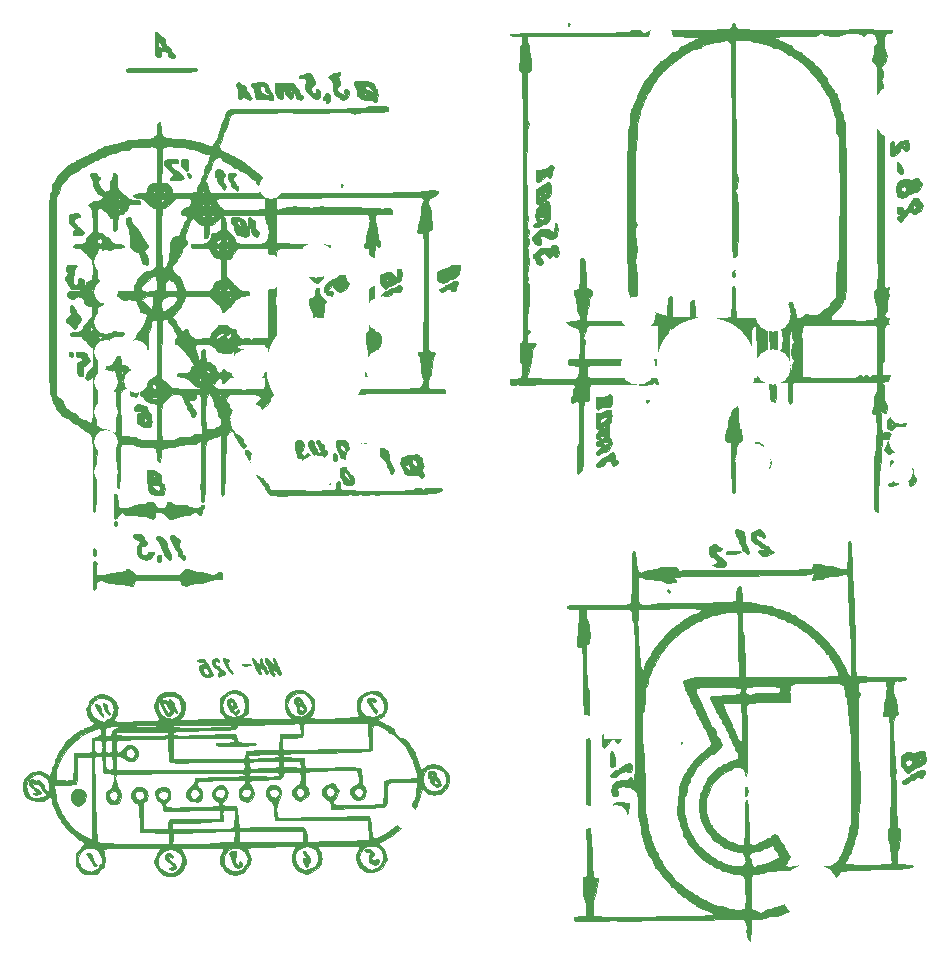
<source format=gbo>
G04 #@! TF.FileFunction,Legend,Bot*
%FSLAX46Y46*%
G04 Gerber Fmt 4.6, Leading zero omitted, Abs format (unit mm)*
G04 Created by KiCad (PCBNEW 4.0.6) date Sat Sep  9 17:26:42 2017*
%MOMM*%
%LPD*%
G01*
G04 APERTURE LIST*
%ADD10C,0.100000*%
%ADD11C,0.010000*%
%ADD12R,2.000000X2.000000*%
%ADD13O,2.000000X2.000000*%
%ADD14C,2.000000*%
%ADD15C,3.400000*%
%ADD16R,3.400000X3.400000*%
%ADD17C,3.000000*%
%ADD18C,8.400000*%
%ADD19C,4.900000*%
G04 APERTURE END LIST*
D10*
D11*
G36*
X79438500Y-46517259D02*
X79412285Y-46620985D01*
X79384745Y-46860978D01*
X79358757Y-47204223D01*
X79337194Y-47617708D01*
X79332666Y-47732656D01*
X79290333Y-48884573D01*
X78930615Y-48879083D01*
X78677234Y-48853510D01*
X78486121Y-48796467D01*
X78452548Y-48775371D01*
X78309502Y-48716576D01*
X78056375Y-48662353D01*
X77796265Y-48629441D01*
X77503700Y-48593280D01*
X77278086Y-48546665D01*
X77177900Y-48505534D01*
X77048855Y-48458240D01*
X76822526Y-48431536D01*
X76733400Y-48429334D01*
X76504728Y-48439338D01*
X76398942Y-48486725D01*
X76369974Y-48597557D01*
X76369333Y-48635295D01*
X76312505Y-48820105D01*
X76221166Y-48885456D01*
X76098603Y-48897522D01*
X75831255Y-48908351D01*
X75443668Y-48917472D01*
X74960390Y-48924410D01*
X74405966Y-48928695D01*
X73914000Y-48929895D01*
X72502932Y-48930240D01*
X71251652Y-48931012D01*
X70150616Y-48932317D01*
X69190278Y-48934260D01*
X68361094Y-48936946D01*
X67653518Y-48940480D01*
X67058007Y-48944965D01*
X66565014Y-48950509D01*
X66164995Y-48957214D01*
X65848406Y-48965187D01*
X65605701Y-48974531D01*
X65427336Y-48985353D01*
X65303766Y-48997757D01*
X65225445Y-49011847D01*
X65186211Y-49025812D01*
X65056054Y-49063716D01*
X64972638Y-48974560D01*
X64940629Y-48898407D01*
X64891534Y-48793496D01*
X64817100Y-48729779D01*
X64679551Y-48697013D01*
X64441111Y-48684954D01*
X64147462Y-48683334D01*
X63725219Y-48696145D01*
X63458929Y-48735652D01*
X63342749Y-48795775D01*
X63206520Y-48863865D01*
X62956987Y-48912683D01*
X62771211Y-48927565D01*
X62459880Y-48961549D01*
X62234468Y-49027660D01*
X62170782Y-49069123D01*
X61992122Y-49166100D01*
X61840857Y-49191334D01*
X61691256Y-49152952D01*
X61579005Y-49023742D01*
X61495925Y-48782604D01*
X61433838Y-48408436D01*
X61397838Y-48048334D01*
X61360367Y-47693489D01*
X61316116Y-47481170D01*
X61257809Y-47384571D01*
X61214000Y-47371000D01*
X61173924Y-47390789D01*
X61142632Y-47462595D01*
X61118853Y-47605075D01*
X61101321Y-47836885D01*
X61088767Y-48176682D01*
X61079922Y-48643123D01*
X61073518Y-49254866D01*
X61071947Y-49460642D01*
X61062670Y-50200274D01*
X61046702Y-50805317D01*
X61024460Y-51267086D01*
X60996361Y-51576893D01*
X60963135Y-51725476D01*
X60918210Y-51791712D01*
X60848079Y-51838949D01*
X60726318Y-51870542D01*
X60526505Y-51889843D01*
X60222214Y-51900205D01*
X59787024Y-51904982D01*
X59538854Y-51906213D01*
X58617331Y-51910402D01*
X57850792Y-51915045D01*
X57224886Y-51920810D01*
X56725263Y-51928362D01*
X56337575Y-51938369D01*
X56047470Y-51951497D01*
X55840600Y-51968412D01*
X55702614Y-51989782D01*
X55619162Y-52016273D01*
X55575894Y-52048551D01*
X55558462Y-52087284D01*
X55557659Y-52091167D01*
X55563521Y-52173772D01*
X55645244Y-52218759D01*
X55837928Y-52236875D01*
X56041512Y-52239334D01*
X56327763Y-52245102D01*
X56488645Y-52273197D01*
X56568011Y-52339804D01*
X56606438Y-52447837D01*
X56629588Y-52659155D01*
X56626200Y-52945370D01*
X56616897Y-53061671D01*
X56590404Y-53318788D01*
X56552493Y-53687542D01*
X56509003Y-54111115D01*
X56479762Y-54396210D01*
X56444743Y-54782997D01*
X56423524Y-55112417D01*
X56418116Y-55345034D01*
X56426723Y-55435456D01*
X56536441Y-55507579D01*
X56669674Y-55495114D01*
X56870399Y-55444735D01*
X56915936Y-56614868D01*
X56929379Y-57036695D01*
X56942466Y-57587425D01*
X56954489Y-58226624D01*
X56964737Y-58913862D01*
X56972502Y-59608707D01*
X56975733Y-60021780D01*
X56984206Y-60815535D01*
X56998620Y-61445824D01*
X57019246Y-61918421D01*
X57046358Y-62239099D01*
X57080227Y-62413631D01*
X57089597Y-62434780D01*
X57110449Y-62521763D01*
X57129135Y-62709976D01*
X57145812Y-63007020D01*
X57160637Y-63420491D01*
X57173766Y-63957988D01*
X57185356Y-64627109D01*
X57195563Y-65435453D01*
X57204545Y-66390618D01*
X57212457Y-67500202D01*
X57219210Y-68721294D01*
X57249219Y-74831587D01*
X57060743Y-74932457D01*
X56977240Y-74985331D01*
X56925655Y-75058326D01*
X56901525Y-75185077D01*
X56900390Y-75399219D01*
X56917788Y-75734387D01*
X56929645Y-75920826D01*
X56973985Y-76409355D01*
X57034265Y-76772816D01*
X57106900Y-76990279D01*
X57115102Y-77003799D01*
X57197824Y-77228681D01*
X57222379Y-77576634D01*
X57217757Y-77736803D01*
X57192333Y-78274334D01*
X56657825Y-78299679D01*
X56367641Y-78318158D01*
X56210389Y-78348728D01*
X56149694Y-78406543D01*
X56149182Y-78506759D01*
X56149825Y-78511346D01*
X56163963Y-78577514D01*
X56200361Y-78625673D01*
X56282465Y-78658524D01*
X56433722Y-78678773D01*
X56677576Y-78689123D01*
X57037475Y-78692277D01*
X57536864Y-78690939D01*
X57700333Y-78690151D01*
X58208395Y-78684058D01*
X58672383Y-78671820D01*
X59059701Y-78654815D01*
X59337756Y-78634421D01*
X59463275Y-78615613D01*
X59769048Y-78606075D01*
X59902063Y-78655546D01*
X60119411Y-78716254D01*
X60255788Y-78697689D01*
X60366200Y-78685405D01*
X60630726Y-78672579D01*
X61034151Y-78659513D01*
X61561259Y-78646512D01*
X62196834Y-78633877D01*
X62925659Y-78621913D01*
X63732518Y-78610922D01*
X64602194Y-78601208D01*
X65498373Y-78593237D01*
X70587080Y-78553596D01*
X70716750Y-78878702D01*
X70792237Y-79156324D01*
X70784071Y-79368407D01*
X70782030Y-79374071D01*
X70769498Y-79517238D01*
X70796018Y-79726811D01*
X70849189Y-79959989D01*
X70916613Y-80173969D01*
X70985892Y-80325951D01*
X71044625Y-80373133D01*
X71064355Y-80348667D01*
X71089097Y-80213230D01*
X71112699Y-79951842D01*
X71131798Y-79607869D01*
X71139828Y-79375000D01*
X71162333Y-78528334D01*
X71709420Y-78502662D01*
X72008688Y-78477075D01*
X72244952Y-78435902D01*
X72356891Y-78393678D01*
X72487978Y-78344897D01*
X72734406Y-78297580D01*
X73037471Y-78262493D01*
X73333789Y-78229777D01*
X73556969Y-78189667D01*
X73659519Y-78150742D01*
X73660000Y-78150055D01*
X73727377Y-78105000D01*
X68014298Y-78105000D01*
X67940824Y-78145071D01*
X67721169Y-78182431D01*
X67378484Y-78214011D01*
X67056000Y-78232000D01*
X66679607Y-78245155D01*
X66187807Y-78257398D01*
X65599776Y-78268630D01*
X64934693Y-78278751D01*
X64211733Y-78287661D01*
X63450072Y-78295263D01*
X62668888Y-78301456D01*
X61887358Y-78306141D01*
X61124657Y-78309219D01*
X60399963Y-78310591D01*
X59732451Y-78310157D01*
X59141300Y-78307818D01*
X58645685Y-78303475D01*
X58264783Y-78297029D01*
X58017771Y-78288380D01*
X57927501Y-78279253D01*
X57830942Y-78232643D01*
X57775390Y-78142869D01*
X57749824Y-77970054D01*
X57743221Y-77674323D01*
X57743188Y-77612461D01*
X57765090Y-77199325D01*
X57825161Y-76878289D01*
X57870188Y-76761822D01*
X57963826Y-76492246D01*
X57996666Y-76246112D01*
X58022011Y-75998766D01*
X58086050Y-75690145D01*
X58122750Y-75557290D01*
X58206563Y-75273538D01*
X58235594Y-75113472D01*
X58202541Y-75038235D01*
X58100099Y-75008972D01*
X58017833Y-74999124D01*
X57785000Y-74972334D01*
X57727169Y-73787000D01*
X57698110Y-73252408D01*
X57662098Y-72680266D01*
X57623775Y-72140177D01*
X57588779Y-71712667D01*
X57574871Y-71476080D01*
X57561333Y-71086724D01*
X57548396Y-70561162D01*
X57536291Y-69915959D01*
X57525251Y-69167678D01*
X57515504Y-68332883D01*
X57507283Y-67428139D01*
X57500819Y-66470009D01*
X57496342Y-65475056D01*
X57494960Y-64986145D01*
X57491487Y-63777736D01*
X57486817Y-62729650D01*
X57480777Y-61832879D01*
X57473192Y-61078416D01*
X57463886Y-60457253D01*
X57452686Y-59960384D01*
X57439417Y-59578799D01*
X57423903Y-59303493D01*
X57405971Y-59125457D01*
X57385445Y-59035683D01*
X57379350Y-59025306D01*
X57311835Y-58864911D01*
X57272281Y-58621121D01*
X57269071Y-58555161D01*
X57261824Y-58346923D01*
X57247291Y-58010122D01*
X57227335Y-57585279D01*
X57203819Y-57112916D01*
X57194162Y-56926050D01*
X57167755Y-56321945D01*
X57161293Y-55868366D01*
X57176525Y-55547487D01*
X57215201Y-55341483D01*
X57279069Y-55232527D01*
X57363280Y-55202667D01*
X57422092Y-55173422D01*
X57459767Y-55067260D01*
X57480434Y-54856542D01*
X57488220Y-54513627D01*
X57488666Y-54363056D01*
X57479885Y-53956152D01*
X57455091Y-53664580D01*
X57416611Y-53510996D01*
X57399412Y-53493693D01*
X57323417Y-53394588D01*
X57251912Y-53186371D01*
X57198583Y-52929016D01*
X57177118Y-52682495D01*
X57186185Y-52559372D01*
X57217170Y-52381069D01*
X57228375Y-52302834D01*
X57310985Y-52276877D01*
X57533451Y-52257369D01*
X57866431Y-52244033D01*
X58280582Y-52236589D01*
X58746561Y-52234760D01*
X59235024Y-52238266D01*
X59716630Y-52246829D01*
X60162034Y-52260170D01*
X60541893Y-52278012D01*
X60826866Y-52300075D01*
X60987609Y-52326081D01*
X61011443Y-52338740D01*
X61046317Y-52478134D01*
X61063672Y-52716044D01*
X61063735Y-52839586D01*
X61081160Y-53127746D01*
X61146886Y-53273159D01*
X61164636Y-53283253D01*
X61194644Y-53324199D01*
X61221251Y-53428383D01*
X61244638Y-53604401D01*
X61264984Y-53860846D01*
X61282470Y-54206313D01*
X61297274Y-54649396D01*
X61309577Y-55198689D01*
X61319557Y-55862787D01*
X61327397Y-56650283D01*
X61333273Y-57569772D01*
X61337368Y-58629848D01*
X61339860Y-59839106D01*
X61340929Y-61206139D01*
X61341000Y-61714967D01*
X61340418Y-62813602D01*
X61338297Y-63753295D01*
X61334077Y-64544438D01*
X61327196Y-65197419D01*
X61317093Y-65722628D01*
X61303206Y-66130456D01*
X61284974Y-66431291D01*
X61261836Y-66635524D01*
X61233230Y-66753545D01*
X61198596Y-66795742D01*
X61157371Y-66772506D01*
X61108994Y-66694227D01*
X61075780Y-66623992D01*
X61006245Y-66498570D01*
X60930230Y-66510917D01*
X60841615Y-66593814D01*
X60645141Y-66703982D01*
X60324731Y-66750601D01*
X60240689Y-66753043D01*
X59847679Y-66804672D01*
X59576986Y-66957347D01*
X59403819Y-67228246D01*
X59358886Y-67364110D01*
X59319451Y-67645810D01*
X59349833Y-67893099D01*
X59438225Y-68059778D01*
X59547925Y-68103750D01*
X59754113Y-68087718D01*
X59817000Y-68082584D01*
X59913014Y-68005217D01*
X59941562Y-67841592D01*
X59899022Y-67662287D01*
X59842717Y-67581251D01*
X59794812Y-67478584D01*
X59892558Y-67369481D01*
X59896986Y-67366226D01*
X60077559Y-67304358D01*
X60344419Y-67285287D01*
X60632339Y-67305028D01*
X60876094Y-67359599D01*
X61002658Y-67433750D01*
X61149365Y-67544162D01*
X61273494Y-67598344D01*
X61367836Y-67636512D01*
X61437622Y-67698849D01*
X61488132Y-67810303D01*
X61524647Y-67995822D01*
X61552449Y-68280353D01*
X61576818Y-68688844D01*
X61597785Y-69130334D01*
X61630415Y-69672789D01*
X61672583Y-70094796D01*
X61722132Y-70378560D01*
X61762560Y-70489520D01*
X61825399Y-70669495D01*
X61868189Y-70945834D01*
X61879211Y-71148021D01*
X61908693Y-71493312D01*
X61980151Y-71754668D01*
X62015167Y-71818506D01*
X62115915Y-72049025D01*
X62145333Y-72239506D01*
X62166391Y-72409605D01*
X62212991Y-72474667D01*
X62281384Y-72546421D01*
X62368795Y-72725263D01*
X62394257Y-72792167D01*
X62478629Y-73004388D01*
X62547299Y-73137705D01*
X62559510Y-73152000D01*
X62634238Y-73260239D01*
X62743089Y-73465805D01*
X62857795Y-73708602D01*
X62950090Y-73928538D01*
X62991705Y-74065517D01*
X62992000Y-74071440D01*
X63045204Y-74163037D01*
X63069761Y-74168000D01*
X63157508Y-74233957D01*
X63286875Y-74399995D01*
X63342180Y-74485500D01*
X63510622Y-74718649D01*
X63746630Y-74995880D01*
X63941752Y-75199670D01*
X64147558Y-75413885D01*
X64293336Y-75589671D01*
X64346666Y-75686503D01*
X64401839Y-75773181D01*
X64422757Y-75776667D01*
X64516765Y-75832002D01*
X64692665Y-75977630D01*
X64913745Y-76182984D01*
X64931184Y-76200000D01*
X65161761Y-76409767D01*
X65359394Y-76561195D01*
X65483184Y-76623141D01*
X65487115Y-76623334D01*
X65621032Y-76690585D01*
X65702602Y-76795038D01*
X65797673Y-76912964D01*
X65859812Y-76926375D01*
X65956473Y-76951991D01*
X66066402Y-77051004D01*
X66221258Y-77177814D01*
X66335504Y-77216000D01*
X66448850Y-77250818D01*
X66463333Y-77280590D01*
X66541956Y-77374579D01*
X66767713Y-77509004D01*
X67125435Y-77676013D01*
X67590965Y-77864319D01*
X67825631Y-77968125D01*
X67980442Y-78063317D01*
X68014298Y-78105000D01*
X73727377Y-78105000D01*
X73763212Y-78081038D01*
X73948071Y-78002590D01*
X74132280Y-77947670D01*
X74184933Y-77939829D01*
X74289110Y-77883321D01*
X74350033Y-77829834D01*
X74524145Y-77736542D01*
X74608573Y-77724000D01*
X74777525Y-77685349D01*
X75009715Y-77589131D01*
X75077220Y-77554667D01*
X75299278Y-77448434D01*
X75468722Y-77389535D01*
X75500246Y-77385334D01*
X75599492Y-77332385D01*
X75607333Y-77300667D01*
X75674903Y-77223360D01*
X75721211Y-77216000D01*
X75859763Y-77157979D01*
X75986526Y-77048663D01*
X76120949Y-76939098D01*
X76207067Y-76924035D01*
X76294250Y-76893960D01*
X76368064Y-76795038D01*
X76494180Y-76658765D01*
X76595148Y-76623334D01*
X76729974Y-76565317D01*
X76917110Y-76418296D01*
X77009817Y-76327000D01*
X77182086Y-76153812D01*
X77305451Y-76047087D01*
X77336346Y-76030667D01*
X77438114Y-75977836D01*
X77579927Y-75859583D01*
X77695037Y-75736267D01*
X77724000Y-75680116D01*
X77779799Y-75595463D01*
X77926548Y-75428418D01*
X78133278Y-75214099D01*
X78147333Y-75200085D01*
X78357552Y-74978789D01*
X78509072Y-74796055D01*
X78570521Y-74689881D01*
X78570666Y-74687327D01*
X78638554Y-74588086D01*
X78712505Y-74537994D01*
X77768160Y-74537994D01*
X77713906Y-74638568D01*
X77595943Y-74761660D01*
X77453154Y-74914437D01*
X77386063Y-75022912D01*
X77385333Y-75029425D01*
X77328019Y-75138943D01*
X77197787Y-75285141D01*
X77057207Y-75404448D01*
X76983166Y-75438043D01*
X76897017Y-75493784D01*
X76726196Y-75641385D01*
X76504260Y-75851483D01*
X76454000Y-75901094D01*
X76219264Y-76122012D01*
X76020740Y-76286381D01*
X75895261Y-76364190D01*
X75882500Y-76366718D01*
X75784054Y-76422819D01*
X75776666Y-76454000D01*
X75710766Y-76534266D01*
X75680107Y-76538667D01*
X75542210Y-76576401D01*
X75320337Y-76670052D01*
X75074368Y-76790290D01*
X74864184Y-76907786D01*
X74749667Y-76993213D01*
X74748264Y-76995071D01*
X74639824Y-77060835D01*
X74415495Y-77152663D01*
X74123500Y-77254903D01*
X73812066Y-77351905D01*
X73529417Y-77428018D01*
X73323778Y-77467592D01*
X73284850Y-77470000D01*
X73093534Y-77510281D01*
X73008135Y-77563065D01*
X72866749Y-77632448D01*
X72640185Y-77682089D01*
X72599345Y-77686726D01*
X72315192Y-77765124D01*
X72162676Y-77889994D01*
X72023438Y-78036663D01*
X71888487Y-78031511D01*
X71737131Y-77901384D01*
X71536317Y-77763138D01*
X71374000Y-77710884D01*
X71162333Y-77681667D01*
X71144300Y-76609667D01*
X70699863Y-76609667D01*
X70695675Y-77011015D01*
X70680633Y-77340350D01*
X70653902Y-77557465D01*
X70642632Y-77596963D01*
X70589024Y-77667615D01*
X70472384Y-77707350D01*
X70257690Y-77721815D01*
X69909920Y-77716654D01*
X69901799Y-77716403D01*
X69563760Y-77694375D01*
X69282531Y-77655102D01*
X69108334Y-77606150D01*
X69088000Y-77593775D01*
X68927110Y-77517874D01*
X68680424Y-77451933D01*
X68597469Y-77437334D01*
X68335753Y-77385887D01*
X68128646Y-77325227D01*
X68089469Y-77308185D01*
X67899207Y-77216400D01*
X67733333Y-77141058D01*
X67524084Y-77041913D01*
X67394666Y-76972637D01*
X67246054Y-76894456D01*
X67010363Y-76779940D01*
X66871589Y-76715124D01*
X66641038Y-76600415D01*
X66485097Y-76506610D01*
X66448256Y-76472268D01*
X66361563Y-76398361D01*
X66180401Y-76290556D01*
X66124666Y-76261490D01*
X65877684Y-76107637D01*
X65607951Y-75898834D01*
X65516485Y-75816990D01*
X65328708Y-75648556D01*
X65192060Y-75542048D01*
X65153223Y-75522667D01*
X65041922Y-75473030D01*
X64875601Y-75355428D01*
X64712537Y-75216825D01*
X64611003Y-75104184D01*
X64600666Y-75077364D01*
X64548497Y-74957971D01*
X64494833Y-74891001D01*
X64372006Y-74745017D01*
X64222779Y-74547911D01*
X64219666Y-74543582D01*
X64061384Y-74337278D01*
X63920161Y-74174366D01*
X63801581Y-74015412D01*
X63663986Y-73780882D01*
X63623828Y-73702334D01*
X63498986Y-73479447D01*
X63383806Y-73323904D01*
X63351833Y-73295960D01*
X63269989Y-73166320D01*
X63246000Y-73018136D01*
X63200308Y-72839509D01*
X63119000Y-72759285D01*
X63007835Y-72642888D01*
X62992000Y-72568177D01*
X62955030Y-72407122D01*
X62862500Y-72175802D01*
X62822666Y-72093667D01*
X62715199Y-71830497D01*
X62656835Y-71585661D01*
X62653333Y-71532487D01*
X62619815Y-71352074D01*
X62551133Y-71269378D01*
X62489941Y-71166845D01*
X62441890Y-70919573D01*
X62414706Y-70606156D01*
X62385555Y-70283074D01*
X62340667Y-70018598D01*
X62289246Y-69865424D01*
X62284073Y-69858225D01*
X62252031Y-69743881D01*
X62224560Y-69482492D01*
X62201448Y-69069380D01*
X62182480Y-68499868D01*
X62167444Y-67769276D01*
X62158549Y-67106558D01*
X62148640Y-66433507D01*
X62134867Y-65822284D01*
X62118033Y-65292940D01*
X62098938Y-64865524D01*
X62078382Y-64560087D01*
X62057168Y-64396677D01*
X62049485Y-64376432D01*
X61997077Y-64229480D01*
X61979780Y-64006984D01*
X61980144Y-63995432D01*
X61980101Y-63812412D01*
X61972903Y-63497830D01*
X61959688Y-63089254D01*
X61941593Y-62624253D01*
X61931700Y-62396287D01*
X61910872Y-61888943D01*
X61902086Y-61524168D01*
X61906773Y-61275531D01*
X61926362Y-61116602D01*
X61962283Y-61020950D01*
X62008991Y-60967754D01*
X62072005Y-60883075D01*
X62112896Y-60733632D01*
X62135768Y-60488477D01*
X62144724Y-60116660D01*
X62145333Y-59939681D01*
X62152758Y-59480156D01*
X62176719Y-59167042D01*
X62219751Y-58977996D01*
X62262306Y-58907789D01*
X62340234Y-58757057D01*
X62402470Y-58510681D01*
X62419788Y-58384896D01*
X62459839Y-58135660D01*
X62515601Y-57963026D01*
X62544603Y-57924321D01*
X62613692Y-57811634D01*
X62677042Y-57602861D01*
X62687290Y-57552167D01*
X62741317Y-57348644D01*
X62802463Y-57240173D01*
X62816628Y-57234667D01*
X62899089Y-57165782D01*
X62936179Y-57086500D01*
X63010088Y-56927463D01*
X63139607Y-56699747D01*
X63201945Y-56599667D01*
X63358730Y-56338917D01*
X63489981Y-56093538D01*
X63520453Y-56028167D01*
X63611885Y-55863112D01*
X63687895Y-55795334D01*
X63752988Y-55731387D01*
X63754000Y-55717890D01*
X63809990Y-55631435D01*
X63957837Y-55459081D01*
X64167351Y-55231850D01*
X64408346Y-54980762D01*
X64650632Y-54736838D01*
X64864021Y-54531098D01*
X65018327Y-54394563D01*
X65079335Y-54356000D01*
X65165806Y-54300292D01*
X65317619Y-54160939D01*
X65375403Y-54102000D01*
X65557869Y-53941577D01*
X65714531Y-53853684D01*
X65747060Y-53848000D01*
X65887668Y-53779515D01*
X65924715Y-53721000D01*
X66040177Y-53613917D01*
X66133725Y-53594000D01*
X66266770Y-53565971D01*
X66294660Y-53530500D01*
X66364653Y-53454011D01*
X66528068Y-53360285D01*
X66716833Y-53283001D01*
X66850846Y-53255334D01*
X66983975Y-53196319D01*
X67056000Y-53128334D01*
X67217813Y-53019896D01*
X67310689Y-53001334D01*
X67490085Y-52963298D01*
X67702489Y-52874855D01*
X67969813Y-52781181D01*
X68213111Y-52747855D01*
X68407745Y-52722051D01*
X68510048Y-52660345D01*
X68511294Y-52657117D01*
X68603110Y-52611476D01*
X68815217Y-52569380D01*
X69098578Y-52535163D01*
X69404152Y-52513162D01*
X69682901Y-52507709D01*
X69885786Y-52523141D01*
X69923792Y-52532256D01*
X69962364Y-52559192D01*
X69993619Y-52624373D01*
X70018604Y-52744938D01*
X70038368Y-52938026D01*
X70053958Y-53220776D01*
X70066422Y-53610325D01*
X70076808Y-54123815D01*
X70086165Y-54778383D01*
X70092176Y-55286362D01*
X70122685Y-57996667D01*
X68695176Y-58003601D01*
X68179737Y-58005236D01*
X67686151Y-58005236D01*
X67255448Y-58003714D01*
X66928661Y-58000780D01*
X66800507Y-57998415D01*
X66431610Y-58019762D01*
X66131540Y-58094692D01*
X66080840Y-58117959D01*
X65845136Y-58211521D01*
X65637833Y-58250145D01*
X65485145Y-58290725D01*
X65437961Y-58356500D01*
X65449751Y-58687689D01*
X65535486Y-58952755D01*
X65582162Y-59019334D01*
X65682600Y-59212987D01*
X65701333Y-59327775D01*
X65755680Y-59491768D01*
X65828333Y-59551285D01*
X65926779Y-59664534D01*
X65955333Y-59803976D01*
X66005241Y-60007197D01*
X66082333Y-60113334D01*
X66191078Y-60281979D01*
X66209333Y-60380358D01*
X66267805Y-60538697D01*
X66336333Y-60590716D01*
X66436116Y-60704323D01*
X66463333Y-60836011D01*
X66516429Y-61048711D01*
X66590333Y-61159572D01*
X66695670Y-61323862D01*
X66717333Y-61419619D01*
X66773582Y-61574686D01*
X66886666Y-61722000D01*
X67013127Y-61901065D01*
X67056000Y-62047545D01*
X67115456Y-62219972D01*
X67225333Y-62357000D01*
X67355118Y-62545829D01*
X67394666Y-62708789D01*
X67425385Y-62861513D01*
X67479333Y-62907334D01*
X67553142Y-62976449D01*
X67564000Y-63042437D01*
X67605284Y-63208399D01*
X67702237Y-63411558D01*
X67781359Y-63565628D01*
X67778983Y-63681039D01*
X67681495Y-63823321D01*
X67596404Y-63920984D01*
X67371466Y-64141649D01*
X67094690Y-64370598D01*
X66991546Y-64445587D01*
X66717319Y-64653875D01*
X66472744Y-64872593D01*
X66292409Y-65067578D01*
X66210898Y-65204668D01*
X66209333Y-65218227D01*
X66156117Y-65317142D01*
X66022307Y-65484296D01*
X65955725Y-65557759D01*
X65798329Y-65758330D01*
X65709207Y-65935179D01*
X65701725Y-65979157D01*
X65641623Y-66131737D01*
X65579507Y-66176730D01*
X65477495Y-66285708D01*
X65400551Y-66483684D01*
X65399408Y-66488794D01*
X65335811Y-66718973D01*
X65269973Y-66883888D01*
X65182756Y-67114035D01*
X65103997Y-67451917D01*
X65036267Y-67864323D01*
X64982137Y-68318040D01*
X64944178Y-68779857D01*
X64924960Y-69216563D01*
X64927054Y-69594945D01*
X64953031Y-69881792D01*
X65005461Y-70043893D01*
X65024000Y-70061667D01*
X65088145Y-70177285D01*
X65111539Y-70341830D01*
X65150486Y-70562818D01*
X65243971Y-70833042D01*
X65278000Y-70908334D01*
X65380981Y-71160371D01*
X65439584Y-71378749D01*
X65444460Y-71428442D01*
X65499379Y-71595433D01*
X65574333Y-71658618D01*
X65686955Y-71771227D01*
X65701333Y-71836042D01*
X65766165Y-72018543D01*
X65941385Y-72256519D01*
X66145833Y-72463246D01*
X66261907Y-72594859D01*
X66294000Y-72667589D01*
X66357347Y-72778653D01*
X66523772Y-72957431D01*
X66757848Y-73174216D01*
X67024151Y-73399301D01*
X67287256Y-73602980D01*
X67511736Y-73755545D01*
X67662166Y-73827290D01*
X67679382Y-73829334D01*
X67837921Y-73889502D01*
X67964645Y-73998667D01*
X68125054Y-74127854D01*
X68249783Y-74168000D01*
X68419582Y-74228718D01*
X68495333Y-74295000D01*
X68655969Y-74392012D01*
X68825528Y-74422000D01*
X69072007Y-74471741D01*
X69238835Y-74554040D01*
X69450510Y-74638201D01*
X69774532Y-74691215D01*
X69953816Y-74702206D01*
X70250965Y-74718784D01*
X70426739Y-74757100D01*
X70529035Y-74834379D01*
X70587227Y-74930000D01*
X70624780Y-75088299D01*
X70655655Y-75375622D01*
X70679018Y-75751763D01*
X70694032Y-76176514D01*
X70699863Y-76609667D01*
X71144300Y-76609667D01*
X71139022Y-76295926D01*
X71134373Y-75687374D01*
X71143940Y-75240269D01*
X71168082Y-74947296D01*
X71207159Y-74801137D01*
X71212889Y-74793093D01*
X71368578Y-74715619D01*
X71653512Y-74678218D01*
X71758311Y-74676000D01*
X72035870Y-74658259D01*
X72206606Y-74610608D01*
X72239376Y-74577539D01*
X72342093Y-74520776D01*
X72603090Y-74470518D01*
X73011415Y-74427483D01*
X73556114Y-74392389D01*
X74226232Y-74365955D01*
X75010816Y-74348898D01*
X75829800Y-74342092D01*
X76493286Y-74343073D01*
X77001691Y-74352229D01*
X77369198Y-74372929D01*
X77609989Y-74408544D01*
X77738249Y-74462443D01*
X77768160Y-74537994D01*
X78712505Y-74537994D01*
X78801958Y-74477402D01*
X78803500Y-74476611D01*
X78912414Y-74440545D01*
X79096220Y-74410207D01*
X79370613Y-74384711D01*
X79751285Y-74363174D01*
X80253932Y-74344711D01*
X80894247Y-74328439D01*
X81687926Y-74313472D01*
X81703333Y-74313215D01*
X82538287Y-74297035D01*
X83218099Y-74278054D01*
X83756958Y-74254871D01*
X84169048Y-74226089D01*
X84468558Y-74190308D01*
X84669673Y-74146129D01*
X84786580Y-74092154D01*
X84833465Y-74026984D01*
X84836000Y-74004324D01*
X84758123Y-73962194D01*
X84551635Y-73925151D01*
X84257250Y-73899892D01*
X84179833Y-73896395D01*
X83523666Y-73871667D01*
X83514591Y-73666200D01*
X83117745Y-73666200D01*
X83015666Y-73774592D01*
X82935175Y-73819776D01*
X82808432Y-73853936D01*
X82613495Y-73878562D01*
X82328420Y-73895143D01*
X81931264Y-73905170D01*
X81400085Y-73910133D01*
X81002176Y-73911307D01*
X80391120Y-73910959D01*
X79928413Y-73906897D01*
X79593084Y-73897633D01*
X79364163Y-73881676D01*
X79220680Y-73857537D01*
X79141663Y-73823725D01*
X79106143Y-73778749D01*
X79105262Y-73776519D01*
X79123140Y-73622433D01*
X79192586Y-73560646D01*
X79311961Y-73421123D01*
X79332666Y-73330249D01*
X79391984Y-73160707D01*
X79500003Y-73026807D01*
X79609271Y-72891880D01*
X79623702Y-72804761D01*
X79631648Y-72692944D01*
X79701670Y-72490311D01*
X79752698Y-72376840D01*
X79860205Y-72095182D01*
X79920568Y-71822268D01*
X79925333Y-71749464D01*
X79959986Y-71529650D01*
X80042822Y-71381894D01*
X80095670Y-71258925D01*
X80146362Y-70999966D01*
X80191669Y-70638359D01*
X80228362Y-70207442D01*
X80253212Y-69740557D01*
X80262989Y-69271043D01*
X80262297Y-69115977D01*
X80279551Y-68883260D01*
X80327738Y-68729378D01*
X80348230Y-68707270D01*
X80380943Y-68605530D01*
X80404829Y-68369493D01*
X80420121Y-68033953D01*
X80425226Y-67739140D01*
X79662777Y-67739140D01*
X79661358Y-68498769D01*
X79657134Y-69117320D01*
X79649702Y-69608916D01*
X79638661Y-69987680D01*
X79623608Y-70267734D01*
X79604142Y-70463199D01*
X79579862Y-70588198D01*
X79552868Y-70653190D01*
X79481521Y-70833860D01*
X79420176Y-71112534D01*
X79391765Y-71332880D01*
X79353687Y-71605273D01*
X79300483Y-71799710D01*
X79255085Y-71865527D01*
X79184354Y-71961278D01*
X79122380Y-72161440D01*
X79110044Y-72227767D01*
X79059979Y-72436821D01*
X79000128Y-72551711D01*
X78983179Y-72559334D01*
X78921766Y-72629824D01*
X78909333Y-72717249D01*
X78858921Y-72893486D01*
X78740000Y-73090437D01*
X78621706Y-73267287D01*
X78570711Y-73395997D01*
X78570666Y-73398188D01*
X78495461Y-73571018D01*
X78302321Y-73747403D01*
X78039958Y-73900855D01*
X77757084Y-74004890D01*
X77502412Y-74033021D01*
X77427666Y-74019658D01*
X77284461Y-74001286D01*
X77007672Y-73984978D01*
X76633050Y-73972195D01*
X76196342Y-73964397D01*
X76043795Y-73963161D01*
X75608193Y-73964921D01*
X75236195Y-73974399D01*
X74959029Y-73990184D01*
X74807918Y-74010863D01*
X74789965Y-74019834D01*
X74688826Y-74058297D01*
X74479950Y-74080860D01*
X74374670Y-74083334D01*
X74125364Y-74066281D01*
X74012919Y-74008447D01*
X73998666Y-73956334D01*
X74044384Y-73843662D01*
X74083333Y-73829334D01*
X74164575Y-73764115D01*
X74168000Y-73738619D01*
X74222463Y-73609804D01*
X74295000Y-73520905D01*
X74387948Y-73369775D01*
X74420263Y-73202776D01*
X74395675Y-73120193D01*
X73570817Y-73120193D01*
X73557033Y-73232131D01*
X73465030Y-73333183D01*
X73427166Y-73350073D01*
X73267208Y-73421462D01*
X73035434Y-73545389D01*
X72928666Y-73607335D01*
X72615300Y-73752270D01*
X72262892Y-73858015D01*
X72166666Y-73875588D01*
X71897399Y-73924946D01*
X71686657Y-73981876D01*
X71628000Y-74006626D01*
X71411154Y-74075814D01*
X71255818Y-73993103D01*
X71207645Y-73919566D01*
X71135679Y-73698772D01*
X71128759Y-73635535D01*
X70695381Y-73635535D01*
X70639409Y-73761837D01*
X70506166Y-73916865D01*
X70384545Y-74008218D01*
X70239421Y-74054238D01*
X70035770Y-74055105D01*
X69738565Y-74010995D01*
X69316465Y-73922903D01*
X69033636Y-73842277D01*
X68794355Y-73743966D01*
X68726126Y-73704075D01*
X68528183Y-73604698D01*
X68389170Y-73575334D01*
X68234533Y-73513857D01*
X68187284Y-73448334D01*
X68090279Y-73335988D01*
X68037829Y-73321334D01*
X67889826Y-73261457D01*
X67661607Y-73100658D01*
X67382451Y-72867185D01*
X67081639Y-72589285D01*
X66788447Y-72295205D01*
X66532157Y-72013191D01*
X66342046Y-71771493D01*
X66247394Y-71598356D01*
X66245807Y-71592466D01*
X66182642Y-71430874D01*
X66122215Y-71374000D01*
X66058106Y-71301094D01*
X65998821Y-71125190D01*
X65997666Y-71120000D01*
X65937744Y-70942298D01*
X65870593Y-70866051D01*
X65869127Y-70866000D01*
X65815850Y-70790390D01*
X65761768Y-70597952D01*
X65738174Y-70463834D01*
X65685255Y-70200649D01*
X65618667Y-69999647D01*
X65589368Y-69948301D01*
X65544778Y-69816438D01*
X65503211Y-69561262D01*
X65471381Y-69228755D01*
X65462734Y-69081348D01*
X65451430Y-68678597D01*
X65466089Y-68404341D01*
X65510704Y-68219174D01*
X65559616Y-68124913D01*
X65645728Y-67915203D01*
X65703627Y-67630300D01*
X65713212Y-67522461D01*
X65748802Y-67260956D01*
X65815303Y-67102921D01*
X65844615Y-67080370D01*
X65924554Y-66973796D01*
X65955333Y-66792942D01*
X66013753Y-66549819D01*
X66124666Y-66378667D01*
X66250252Y-66211045D01*
X66294000Y-66082334D01*
X66339717Y-65969662D01*
X66378666Y-65955334D01*
X66459198Y-65888234D01*
X66466126Y-65849500D01*
X66527085Y-65745582D01*
X66685523Y-65568415D01*
X66909171Y-65353562D01*
X66946290Y-65320334D01*
X67210345Y-65082520D01*
X67449403Y-64860941D01*
X67613002Y-64702394D01*
X67616489Y-64698821D01*
X67771817Y-64577793D01*
X67889406Y-64550835D01*
X67895557Y-64553939D01*
X67999476Y-64533393D01*
X68089597Y-64434619D01*
X68196655Y-64301089D01*
X68261699Y-64262000D01*
X68388019Y-64196724D01*
X68532685Y-64044844D01*
X68640497Y-63872286D01*
X68664666Y-63780731D01*
X68629727Y-63617447D01*
X68542733Y-63394291D01*
X68430421Y-63165458D01*
X68319528Y-62985145D01*
X68236792Y-62907545D01*
X68233780Y-62907334D01*
X68173833Y-62835443D01*
X68156666Y-62714483D01*
X68096759Y-62503288D01*
X68008500Y-62381775D01*
X67791087Y-62151525D01*
X67669109Y-61940745D01*
X67609427Y-61736087D01*
X67548861Y-61552462D01*
X67481247Y-61468534D01*
X67476442Y-61468000D01*
X67413716Y-61394030D01*
X67355001Y-61211993D01*
X67346747Y-61171667D01*
X67292755Y-60976355D01*
X67231621Y-60878100D01*
X67221616Y-60875334D01*
X67147316Y-60804621D01*
X67097307Y-60684834D01*
X66999968Y-60409063D01*
X66828614Y-60004635D01*
X66617699Y-59543821D01*
X66522746Y-59337945D01*
X66466505Y-59180192D01*
X66465928Y-59064161D01*
X66537965Y-58983449D01*
X66699568Y-58931653D01*
X66967687Y-58902371D01*
X67359275Y-58889201D01*
X67891282Y-58885741D01*
X68360265Y-58885667D01*
X68971600Y-58886789D01*
X69435279Y-58891246D01*
X69772973Y-58900677D01*
X70006350Y-58916718D01*
X70157082Y-58941009D01*
X70246836Y-58975185D01*
X70297283Y-59020885D01*
X70305264Y-59032657D01*
X70345630Y-59166756D01*
X70265388Y-59309016D01*
X70209446Y-59368183D01*
X70118566Y-59445776D01*
X70006607Y-59500303D01*
X69841870Y-59537118D01*
X69592651Y-59561572D01*
X69227249Y-59579019D01*
X68898288Y-59589550D01*
X68476739Y-59606478D01*
X68116351Y-59629606D01*
X67850906Y-59656132D01*
X67714183Y-59683253D01*
X67705215Y-59688542D01*
X67683078Y-59806440D01*
X67719392Y-59912851D01*
X67911673Y-60284922D01*
X68061574Y-60600011D01*
X68157311Y-60831186D01*
X68187101Y-60951515D01*
X68178648Y-60962575D01*
X68185667Y-60998365D01*
X68262500Y-61051449D01*
X68385471Y-61176114D01*
X68410666Y-61257242D01*
X68468242Y-61398616D01*
X68589004Y-61542884D01*
X68700254Y-61689349D01*
X68712402Y-61797926D01*
X68728090Y-61911365D01*
X68830397Y-62034894D01*
X68962465Y-62213440D01*
X69003333Y-62366758D01*
X69055174Y-62534562D01*
X69130333Y-62599285D01*
X69225210Y-62714577D01*
X69257333Y-62895618D01*
X69297795Y-63096116D01*
X69384333Y-63191951D01*
X69491121Y-63307342D01*
X69511333Y-63402309D01*
X69572935Y-63591826D01*
X69638333Y-63669334D01*
X69746726Y-63830190D01*
X69765333Y-63922282D01*
X69814281Y-64095302D01*
X69917644Y-64271749D01*
X70024405Y-64458428D01*
X70057539Y-64600667D01*
X70038876Y-64800374D01*
X70032229Y-64874833D01*
X69953996Y-64992496D01*
X69731445Y-65067334D01*
X69682265Y-65075898D01*
X69442385Y-65138129D01*
X69271101Y-65224685D01*
X69248565Y-65246232D01*
X69085713Y-65348563D01*
X69003333Y-65362667D01*
X68825792Y-65423734D01*
X68749333Y-65489667D01*
X68600916Y-65597469D01*
X68519299Y-65616667D01*
X68381443Y-65677435D01*
X68176215Y-65835173D01*
X67940007Y-66053035D01*
X67709208Y-66294170D01*
X67520208Y-66521733D01*
X67409398Y-66698874D01*
X67394666Y-66755452D01*
X67333233Y-66945162D01*
X67225333Y-67078688D01*
X67091200Y-67285076D01*
X67056000Y-67474298D01*
X67013481Y-67682770D01*
X66922070Y-67799870D01*
X66860275Y-67917063D01*
X66816570Y-68162625D01*
X66790736Y-68496585D01*
X66782554Y-68878970D01*
X66791805Y-69269809D01*
X66818270Y-69629130D01*
X66861730Y-69916962D01*
X66921966Y-70093333D01*
X66934725Y-70110326D01*
X67048326Y-70310396D01*
X67088068Y-70465767D01*
X67148652Y-70630555D01*
X67283221Y-70869586D01*
X67456003Y-71128153D01*
X67631227Y-71351552D01*
X67737321Y-71458667D01*
X67806977Y-71566369D01*
X67843173Y-71650438D01*
X67961382Y-71797962D01*
X68090997Y-71876219D01*
X68273381Y-71981613D01*
X68495385Y-72152372D01*
X68564059Y-72213615D01*
X68754732Y-72371950D01*
X68906551Y-72464948D01*
X68945059Y-72475188D01*
X69084866Y-72512361D01*
X69286814Y-72601795D01*
X69299666Y-72608447D01*
X69506974Y-72685990D01*
X69791285Y-72756884D01*
X70086394Y-72808574D01*
X70326095Y-72828507D01*
X70415578Y-72820056D01*
X70469105Y-72882840D01*
X70543195Y-73053723D01*
X70618474Y-73276245D01*
X70675571Y-73493947D01*
X70695381Y-73635535D01*
X71128759Y-73635535D01*
X71120000Y-73555500D01*
X71080227Y-73355858D01*
X71020400Y-73255601D01*
X70977618Y-73123931D01*
X71072021Y-72987499D01*
X71273932Y-72870368D01*
X71553677Y-72796599D01*
X71592618Y-72791628D01*
X71861669Y-72735258D01*
X72077591Y-72645683D01*
X72125140Y-72611495D01*
X72259262Y-72525389D01*
X72328917Y-72526473D01*
X72425851Y-72518620D01*
X72606671Y-72436575D01*
X72683523Y-72391737D01*
X72985953Y-72204825D01*
X73074892Y-72459958D01*
X73172894Y-72653247D01*
X73284249Y-72761296D01*
X73284916Y-72761555D01*
X73393780Y-72876391D01*
X73406000Y-72937676D01*
X73450900Y-73052043D01*
X73490666Y-73067334D01*
X73570817Y-73120193D01*
X74395675Y-73120193D01*
X74385530Y-73086120D01*
X74338946Y-73067334D01*
X74258332Y-72995576D01*
X74203639Y-72859140D01*
X74117173Y-72657931D01*
X74032693Y-72552439D01*
X73929930Y-72387491D01*
X73914000Y-72294967D01*
X73875691Y-72163130D01*
X73827518Y-72136000D01*
X73735468Y-72066735D01*
X73638006Y-71903167D01*
X73529870Y-71697811D01*
X73435714Y-71566012D01*
X73330112Y-71422157D01*
X73305965Y-71370230D01*
X73219496Y-71330267D01*
X73062017Y-71358718D01*
X72904089Y-71431088D01*
X72816274Y-71522885D01*
X72813333Y-71541238D01*
X72743056Y-71613595D01*
X72657122Y-71628000D01*
X72484695Y-71687457D01*
X72347666Y-71797334D01*
X72157711Y-71927192D01*
X71993220Y-71966667D01*
X71818209Y-72014270D01*
X71743284Y-72093667D01*
X71629293Y-72185704D01*
X71426632Y-72223390D01*
X71206780Y-72207393D01*
X71041213Y-72138380D01*
X71002058Y-72086742D01*
X70984669Y-71959732D01*
X70969796Y-71695244D01*
X70958522Y-71325127D01*
X70951929Y-70881228D01*
X70950666Y-70574559D01*
X70944821Y-69838688D01*
X70926850Y-69264886D01*
X70896103Y-68846278D01*
X70851929Y-68575990D01*
X70793678Y-68447145D01*
X70748236Y-68435896D01*
X70712659Y-68520803D01*
X70684608Y-68752916D01*
X70663767Y-69137877D01*
X70649820Y-69681326D01*
X70642891Y-70311801D01*
X70635532Y-70983195D01*
X70622357Y-71496948D01*
X70602685Y-71864676D01*
X70575834Y-72097992D01*
X70541123Y-72208511D01*
X70531063Y-72218362D01*
X70384326Y-72245273D01*
X70161067Y-72227835D01*
X69927887Y-72178754D01*
X69751388Y-72110737D01*
X69697439Y-72059318D01*
X69599210Y-71987970D01*
X69461944Y-71966667D01*
X69239822Y-71908070D01*
X69107113Y-71818500D01*
X68935150Y-71683792D01*
X68696243Y-71534758D01*
X68634174Y-71501000D01*
X68409682Y-71355314D01*
X68247890Y-71200947D01*
X68222578Y-71162334D01*
X68088767Y-70967124D01*
X67973974Y-70839786D01*
X67871469Y-70699044D01*
X67863453Y-70606953D01*
X67842570Y-70537685D01*
X67787390Y-70527334D01*
X67682011Y-70450813D01*
X67607081Y-70253820D01*
X67606746Y-70252167D01*
X67529048Y-69970780D01*
X67427447Y-69703379D01*
X67366536Y-69486913D01*
X67329408Y-69190243D01*
X67315741Y-68859505D01*
X67325209Y-68540838D01*
X67357488Y-68280377D01*
X67412254Y-68124260D01*
X67438700Y-68101965D01*
X67520747Y-67998987D01*
X67588443Y-67796642D01*
X67597701Y-67749274D01*
X67718728Y-67411724D01*
X67952830Y-67035019D01*
X68263743Y-66658423D01*
X68615200Y-66321199D01*
X68970936Y-66062613D01*
X69282843Y-65924788D01*
X69449098Y-65858472D01*
X69511333Y-65789575D01*
X69586183Y-65722424D01*
X69772247Y-65672797D01*
X70011791Y-65646751D01*
X70247085Y-65650342D01*
X70420396Y-65689626D01*
X70427887Y-65693424D01*
X70578322Y-65868238D01*
X70628071Y-66084354D01*
X70666995Y-66287029D01*
X70728385Y-66396957D01*
X70739000Y-66401602D01*
X70766027Y-66324365D01*
X70789791Y-66083021D01*
X70810076Y-65682768D01*
X70826666Y-65128803D01*
X70839347Y-64426327D01*
X70846057Y-63817500D01*
X70850244Y-63025995D01*
X70380568Y-63025995D01*
X70378121Y-63271196D01*
X70372028Y-63366438D01*
X70307353Y-63492611D01*
X70205811Y-63475237D01*
X70085477Y-63330943D01*
X69964427Y-63076354D01*
X69921286Y-62951891D01*
X69817909Y-62674426D01*
X69710699Y-62463603D01*
X69636294Y-62376184D01*
X69537979Y-62244026D01*
X69511333Y-62105654D01*
X69473379Y-61893479D01*
X69380911Y-61645382D01*
X69370008Y-61623028D01*
X69158874Y-61199313D01*
X69000002Y-60874652D01*
X68990114Y-60854167D01*
X68890463Y-60650950D01*
X68834000Y-60537816D01*
X68767671Y-60382492D01*
X68772445Y-60283159D01*
X68871689Y-60229051D01*
X69088769Y-60209402D01*
X69447051Y-60213447D01*
X69532500Y-60215990D01*
X70315666Y-60240334D01*
X70358000Y-61731772D01*
X70370245Y-62225734D01*
X70377855Y-62667325D01*
X70380568Y-63025995D01*
X70850244Y-63025995D01*
X70850503Y-62977053D01*
X70848039Y-62297793D01*
X70838707Y-61781461D01*
X70822548Y-61429800D01*
X70799607Y-61244549D01*
X70782557Y-61214000D01*
X70722574Y-61140688D01*
X70696131Y-60958389D01*
X70700677Y-60723559D01*
X70733661Y-60492653D01*
X70792532Y-60322126D01*
X70824681Y-60281825D01*
X70980743Y-60227741D01*
X71301617Y-60188519D01*
X71788884Y-60164001D01*
X72073514Y-60157550D01*
X72561883Y-60149434D01*
X73054421Y-60140807D01*
X73492560Y-60132719D01*
X73808166Y-60126425D01*
X74422000Y-60113334D01*
X74422000Y-59472767D01*
X74419789Y-59181889D01*
X74422546Y-59076637D01*
X73653429Y-59076637D01*
X73630872Y-59202067D01*
X73604051Y-59282143D01*
X73551711Y-59335466D01*
X73444565Y-59366753D01*
X73253326Y-59380722D01*
X72948708Y-59382089D01*
X72548664Y-59376363D01*
X72136871Y-59375813D01*
X71779495Y-59387096D01*
X71514768Y-59408219D01*
X71380921Y-59437186D01*
X71380746Y-59437289D01*
X71092312Y-59514602D01*
X70792733Y-59442065D01*
X70787073Y-59439072D01*
X70689070Y-59305710D01*
X70655654Y-59100795D01*
X70695944Y-58912762D01*
X70728211Y-58868234D01*
X70823878Y-58852237D01*
X71059378Y-58836911D01*
X71405212Y-58823500D01*
X71831879Y-58813247D01*
X72136289Y-58808889D01*
X72692622Y-58806170D01*
X73100237Y-58815200D01*
X73379629Y-58841370D01*
X73551295Y-58890071D01*
X73635730Y-58966696D01*
X73653429Y-59076637D01*
X74422546Y-59076637D01*
X74425714Y-58955733D01*
X74458608Y-58786195D01*
X74537307Y-58665174D01*
X74680646Y-58584565D01*
X74907458Y-58536265D01*
X75236579Y-58512171D01*
X75686844Y-58504180D01*
X76277086Y-58504188D01*
X76672186Y-58504667D01*
X77362447Y-58505110D01*
X77902685Y-58510445D01*
X78312206Y-58526675D01*
X78610315Y-58559808D01*
X78816319Y-58615848D01*
X78949523Y-58700802D01*
X79029235Y-58820674D01*
X79074760Y-58981471D01*
X79105403Y-59189198D01*
X79114962Y-59264550D01*
X79160811Y-59538721D01*
X79215120Y-59746502D01*
X79248663Y-59817799D01*
X79283040Y-59932131D01*
X79323800Y-60180541D01*
X79366181Y-60528142D01*
X79405422Y-60940046D01*
X79410746Y-61005249D01*
X79451409Y-61479024D01*
X79496544Y-61947636D01*
X79540531Y-62355690D01*
X79576326Y-62638076D01*
X79593157Y-62836918D01*
X79609093Y-63184294D01*
X79623711Y-63659406D01*
X79636585Y-64241455D01*
X79647290Y-64909643D01*
X79655403Y-65643172D01*
X79660499Y-66421243D01*
X79661790Y-66824312D01*
X79662777Y-67739140D01*
X80425226Y-67739140D01*
X80427052Y-67633703D01*
X80425855Y-67203539D01*
X80416763Y-66778252D01*
X80400008Y-66392638D01*
X80375824Y-66081491D01*
X80344443Y-65879603D01*
X80329001Y-65835433D01*
X80305285Y-65708030D01*
X80282439Y-65426004D01*
X80261035Y-65004065D01*
X80241648Y-64456923D01*
X80224850Y-63799288D01*
X80211216Y-63045870D01*
X80206424Y-62692475D01*
X80197329Y-61895978D01*
X80191936Y-61252472D01*
X80190757Y-60745646D01*
X80194303Y-60359188D01*
X80203087Y-60076785D01*
X80217621Y-59882126D01*
X80238417Y-59758899D01*
X80265988Y-59690792D01*
X80300845Y-59661493D01*
X80301598Y-59661199D01*
X80417715Y-59550289D01*
X80408650Y-59407093D01*
X80306333Y-59320716D01*
X80222814Y-59209959D01*
X80182273Y-59003339D01*
X80187298Y-58769437D01*
X80240477Y-58576837D01*
X80276347Y-58526186D01*
X80424841Y-58469559D01*
X80604745Y-58475449D01*
X80792703Y-58479488D01*
X80893728Y-58428530D01*
X81006813Y-58382002D01*
X81264088Y-58350211D01*
X81640840Y-58335876D01*
X81741605Y-58335334D01*
X82121577Y-58339758D01*
X82365682Y-58356881D01*
X82507243Y-58392482D01*
X82579585Y-58452337D01*
X82596231Y-58483500D01*
X82631889Y-58669918D01*
X82642400Y-58961139D01*
X82630663Y-59294974D01*
X82599582Y-59609233D01*
X82552055Y-59841724D01*
X82530357Y-59895564D01*
X82482469Y-60058820D01*
X82439038Y-60333450D01*
X82409103Y-60661557D01*
X82408100Y-60678731D01*
X82372948Y-61298667D01*
X82863343Y-61298667D01*
X82916765Y-62378167D01*
X82928425Y-62699777D01*
X82939350Y-63166027D01*
X82949248Y-63752225D01*
X82957823Y-64433678D01*
X82964784Y-65185694D01*
X82969836Y-65983580D01*
X82972687Y-66802643D01*
X82973137Y-67121629D01*
X82973266Y-68015596D01*
X82971754Y-68754751D01*
X82968111Y-69353610D01*
X82961845Y-69826689D01*
X82952468Y-70188506D01*
X82939487Y-70453576D01*
X82922414Y-70636417D01*
X82900758Y-70751545D01*
X82874029Y-70813478D01*
X82847710Y-70834854D01*
X82766774Y-70947014D01*
X82724683Y-71171457D01*
X82721523Y-71455627D01*
X82757378Y-71746970D01*
X82832331Y-71992931D01*
X82845812Y-72020489D01*
X82924660Y-72280849D01*
X82966942Y-72672392D01*
X82972812Y-72912111D01*
X82986155Y-73300270D01*
X83026184Y-73528362D01*
X83079166Y-73600896D01*
X83117745Y-73666200D01*
X83514591Y-73666200D01*
X83498852Y-73309862D01*
X83498127Y-72948500D01*
X83537516Y-72723331D01*
X83595654Y-72626442D01*
X83668980Y-72466173D01*
X83730661Y-72151592D01*
X83777783Y-71697680D01*
X83803817Y-71323545D01*
X83810931Y-71084788D01*
X83794517Y-70948061D01*
X83749967Y-70880014D01*
X83672674Y-70847301D01*
X83659815Y-70843861D01*
X83602017Y-70823290D01*
X83558121Y-70781672D01*
X83526068Y-70697813D01*
X83503795Y-70550521D01*
X83489242Y-70318600D01*
X83480347Y-69980858D01*
X83475050Y-69516101D01*
X83471302Y-68905427D01*
X83468922Y-68352562D01*
X83467828Y-67854452D01*
X83467989Y-67436787D01*
X83469377Y-67125256D01*
X83471963Y-66945546D01*
X83473547Y-66914218D01*
X83424155Y-66781500D01*
X83398912Y-66761055D01*
X83329491Y-66634407D01*
X83316625Y-66430263D01*
X83358603Y-66230118D01*
X83411889Y-66143311D01*
X83469132Y-66017271D01*
X83415574Y-65851211D01*
X83382858Y-65708515D01*
X83347919Y-65419590D01*
X83312635Y-65007493D01*
X83278880Y-64495279D01*
X83248531Y-63906003D01*
X83238702Y-63677047D01*
X83212927Y-63010671D01*
X83198036Y-62491677D01*
X83196432Y-62098328D01*
X83210520Y-61808883D01*
X83242701Y-61601605D01*
X83295381Y-61454755D01*
X83370960Y-61346594D01*
X83471845Y-61255385D01*
X83509635Y-61226400D01*
X83609952Y-61107624D01*
X83573135Y-61017935D01*
X83524930Y-60889737D01*
X83491684Y-60648394D01*
X83481333Y-60392734D01*
X83470522Y-60117347D01*
X83442306Y-59924700D01*
X83406541Y-59859334D01*
X83327803Y-59782367D01*
X83261227Y-59582054D01*
X83212940Y-59304274D01*
X83189069Y-58994906D01*
X83195742Y-58699830D01*
X83226175Y-58508783D01*
X83275095Y-58385012D01*
X83370659Y-58327109D01*
X83562285Y-58315297D01*
X83697990Y-58319971D01*
X84045572Y-58311914D01*
X84237457Y-58250397D01*
X84271155Y-58136456D01*
X84249044Y-58090574D01*
X84192563Y-58053226D01*
X84063311Y-58024940D01*
X83843362Y-58004794D01*
X83514791Y-57991868D01*
X83059671Y-57985241D01*
X82460076Y-57983995D01*
X82187701Y-57984751D01*
X81546865Y-57985935D01*
X81054540Y-57983215D01*
X80689921Y-57975302D01*
X80432207Y-57960909D01*
X80260593Y-57938750D01*
X80154277Y-57907535D01*
X80092456Y-57865978D01*
X80082021Y-57854435D01*
X80050739Y-57783515D01*
X80024507Y-57643158D01*
X80002695Y-57419014D01*
X79984674Y-57096732D01*
X79981937Y-57016642D01*
X79654311Y-57016642D01*
X79654112Y-57420521D01*
X79646864Y-57722785D01*
X79631757Y-57895001D01*
X79623938Y-57920190D01*
X79541490Y-57934544D01*
X79437455Y-57848500D01*
X78570253Y-57848500D01*
X78562023Y-57882950D01*
X78527686Y-57911623D01*
X78453084Y-57935045D01*
X78324061Y-57953744D01*
X78126459Y-57968246D01*
X77846121Y-57979080D01*
X77468890Y-57986771D01*
X76980609Y-57991848D01*
X76367120Y-57994838D01*
X75614267Y-57996267D01*
X74707893Y-57996664D01*
X74591333Y-57996667D01*
X70612000Y-57996667D01*
X70612000Y-56225722D01*
X70608602Y-55567326D01*
X70598048Y-55068031D01*
X70579797Y-54717737D01*
X70553305Y-54506339D01*
X70518031Y-54423738D01*
X70515290Y-54422541D01*
X70464856Y-54319310D01*
X70430236Y-54050406D01*
X70411756Y-53618780D01*
X70409457Y-53462986D01*
X70400333Y-52535667D01*
X71391042Y-52535667D01*
X71898268Y-52544157D01*
X72246274Y-52570225D01*
X72444354Y-52614768D01*
X72487475Y-52641500D01*
X72649835Y-52723553D01*
X72810354Y-52747334D01*
X73024902Y-52787375D01*
X73283922Y-52886612D01*
X73343447Y-52916667D01*
X73568295Y-53023145D01*
X73743330Y-53081942D01*
X73776326Y-53086000D01*
X73924985Y-53145744D01*
X73998666Y-53213000D01*
X74164561Y-53316288D01*
X74295000Y-53340000D01*
X74494542Y-53393328D01*
X74591333Y-53467000D01*
X74739170Y-53574774D01*
X74820284Y-53594000D01*
X74951087Y-53644717D01*
X75154975Y-53775037D01*
X75305471Y-53890334D01*
X75515236Y-54053953D01*
X75672557Y-54161576D01*
X75727383Y-54186667D01*
X75813901Y-54241723D01*
X75982823Y-54386071D01*
X76197606Y-54588481D01*
X76197966Y-54588834D01*
X76462984Y-54848089D01*
X76727343Y-55105894D01*
X76890969Y-55264882D01*
X77202806Y-55579468D01*
X77391632Y-55801426D01*
X77467479Y-55942881D01*
X77470000Y-55964667D01*
X77538576Y-56039781D01*
X77597000Y-56049334D01*
X77709545Y-56102692D01*
X77724000Y-56148500D01*
X77775978Y-56288208D01*
X77843681Y-56381333D01*
X77957480Y-56543526D01*
X78104761Y-56799478D01*
X78262538Y-57102774D01*
X78407827Y-57406997D01*
X78517639Y-57665733D01*
X78568991Y-57832566D01*
X78570253Y-57848500D01*
X79437455Y-57848500D01*
X79419088Y-57833310D01*
X79286418Y-57655251D01*
X79173166Y-57439130D01*
X79114430Y-57254898D01*
X79056596Y-57052701D01*
X78990828Y-56936751D01*
X78986667Y-56933802D01*
X78904789Y-56833053D01*
X78798046Y-56643849D01*
X78780377Y-56607504D01*
X78640649Y-56361466D01*
X78486944Y-56154584D01*
X78481778Y-56148974D01*
X78362095Y-56005084D01*
X78316666Y-55922445D01*
X78257228Y-55791887D01*
X78095011Y-55573816D01*
X77854167Y-55292808D01*
X77558845Y-54973436D01*
X77233195Y-54640275D01*
X76901366Y-54317897D01*
X76587510Y-54030878D01*
X76315774Y-53803792D01*
X76110310Y-53661212D01*
X76077853Y-53644311D01*
X75886490Y-53538444D01*
X75782778Y-53451760D01*
X75776666Y-53435702D01*
X75707559Y-53363156D01*
X75531464Y-53251496D01*
X75404953Y-53184373D01*
X75162872Y-53048893D01*
X74977536Y-52919434D01*
X74928920Y-52873032D01*
X74767354Y-52765343D01*
X74676000Y-52747334D01*
X74498459Y-52686266D01*
X74422000Y-52620334D01*
X74255109Y-52515859D01*
X74131482Y-52493334D01*
X73915275Y-52442533D01*
X73782015Y-52369026D01*
X73660605Y-52314012D01*
X66992933Y-52314012D01*
X66985931Y-52376579D01*
X66876836Y-52459040D01*
X66675248Y-52563792D01*
X66390771Y-52693233D01*
X66336333Y-52717216D01*
X66004584Y-52872708D01*
X65715917Y-53025376D01*
X65519369Y-53148734D01*
X65484210Y-53177441D01*
X65322224Y-53297507D01*
X65209043Y-53340000D01*
X65114565Y-53388679D01*
X65108666Y-53413416D01*
X65043900Y-53499043D01*
X64879101Y-53634567D01*
X64765000Y-53714259D01*
X64579287Y-53856650D01*
X64335646Y-54069957D01*
X64062863Y-54325528D01*
X63789726Y-54594710D01*
X63545022Y-54848848D01*
X63357538Y-55059289D01*
X63256062Y-55197380D01*
X63246000Y-55226197D01*
X63198232Y-55327452D01*
X63074782Y-55515022D01*
X62949666Y-55685588D01*
X62787825Y-55915621D01*
X62680192Y-56103241D01*
X62653333Y-56184302D01*
X62588770Y-56321778D01*
X62538540Y-56362626D01*
X62427749Y-56485870D01*
X62297045Y-56707631D01*
X62178712Y-56965337D01*
X62105031Y-57196417D01*
X62102951Y-57206924D01*
X62075145Y-57350851D01*
X62067144Y-57389889D01*
X61996855Y-57394493D01*
X61954833Y-57382998D01*
X61876985Y-57285087D01*
X61804448Y-57079282D01*
X61781455Y-56973775D01*
X61726843Y-56603478D01*
X61677959Y-56143554D01*
X61635647Y-55620145D01*
X61600754Y-55059389D01*
X61574124Y-54487426D01*
X61556604Y-53930398D01*
X61549039Y-53414443D01*
X61552275Y-52965701D01*
X61567157Y-52610313D01*
X61594530Y-52374418D01*
X61629818Y-52286311D01*
X61727030Y-52275962D01*
X61972707Y-52265048D01*
X62345984Y-52254062D01*
X62825995Y-52243494D01*
X63391875Y-52233837D01*
X64022759Y-52225582D01*
X64353286Y-52222160D01*
X65160480Y-52215698D01*
X65807970Y-52214748D01*
X66305359Y-52221708D01*
X66662248Y-52238974D01*
X66888239Y-52268943D01*
X66992933Y-52314012D01*
X73660605Y-52314012D01*
X73573677Y-52274623D01*
X73370333Y-52242026D01*
X73141919Y-52200217D01*
X72989333Y-52119815D01*
X72837064Y-52050068D01*
X72577170Y-51990120D01*
X72323656Y-51958488D01*
X72027090Y-51923078D01*
X71792446Y-51873172D01*
X71685126Y-51828277D01*
X71550926Y-51780305D01*
X71301356Y-51739429D01*
X70990374Y-51714476D01*
X70989470Y-51714437D01*
X70400333Y-51689000D01*
X70375607Y-51082580D01*
X70340870Y-50687422D01*
X70277946Y-50437408D01*
X70191798Y-50338655D01*
X70087390Y-50397280D01*
X69979751Y-50594809D01*
X69889849Y-50967149D01*
X69900621Y-51195401D01*
X69924060Y-51323804D01*
X69931512Y-51428889D01*
X69907959Y-51513074D01*
X69838381Y-51578776D01*
X69707762Y-51628412D01*
X69501081Y-51664399D01*
X69203322Y-51689154D01*
X68799466Y-51705094D01*
X68274494Y-51714638D01*
X67613388Y-51720201D01*
X66801129Y-51724202D01*
X66609732Y-51725071D01*
X65880706Y-51730456D01*
X65192924Y-51739418D01*
X64567720Y-51751390D01*
X64026426Y-51765803D01*
X63590376Y-51782088D01*
X63280903Y-51799677D01*
X63119339Y-51818001D01*
X63119000Y-51818080D01*
X62841733Y-51862042D01*
X62489354Y-51891443D01*
X62254145Y-51898647D01*
X61949375Y-51890526D01*
X61769034Y-51855467D01*
X61668908Y-51781819D01*
X61640312Y-51736900D01*
X61605338Y-51589513D01*
X61576995Y-51313916D01*
X61558426Y-50951197D01*
X61552666Y-50591242D01*
X61556576Y-50154475D01*
X61570565Y-49859606D01*
X61598025Y-49679335D01*
X61642348Y-49586358D01*
X61680745Y-49560204D01*
X61853130Y-49563644D01*
X61913578Y-49596738D01*
X62043426Y-49644495D01*
X62293633Y-49694183D01*
X62615591Y-49736619D01*
X62695666Y-49744479D01*
X63087950Y-49780763D01*
X63345444Y-49807698D01*
X63501945Y-49831855D01*
X63591247Y-49859806D01*
X63647146Y-49898121D01*
X63687124Y-49937257D01*
X63824132Y-49993667D01*
X64060015Y-50026616D01*
X64335933Y-50035560D01*
X64593048Y-50019955D01*
X64772521Y-49979256D01*
X64815815Y-49947700D01*
X64800832Y-49834801D01*
X64715111Y-49742956D01*
X64618895Y-49630290D01*
X64625585Y-49561526D01*
X64722782Y-49545506D01*
X64970059Y-49529313D01*
X65348167Y-49513525D01*
X65837857Y-49498722D01*
X66419876Y-49485485D01*
X67074976Y-49474393D01*
X67783906Y-49466027D01*
X67800452Y-49465874D01*
X69148815Y-49453328D01*
X70338306Y-49441972D01*
X71379384Y-49431623D01*
X72282504Y-49422099D01*
X73058124Y-49413218D01*
X73716701Y-49404797D01*
X74268692Y-49396653D01*
X74724554Y-49388604D01*
X75094742Y-49380467D01*
X75389716Y-49372060D01*
X75619930Y-49363201D01*
X75795843Y-49353707D01*
X75927911Y-49343395D01*
X76026591Y-49332082D01*
X76094283Y-49321124D01*
X76454232Y-49253673D01*
X76347354Y-49788063D01*
X76845177Y-49732159D01*
X77130925Y-49689333D01*
X77352899Y-49636651D01*
X77442147Y-49598309D01*
X77572638Y-49552381D01*
X77818478Y-49507489D01*
X78119480Y-49474010D01*
X78422567Y-49440149D01*
X78659465Y-49396101D01*
X78778100Y-49351828D01*
X78917378Y-49294647D01*
X79086421Y-49276000D01*
X79187452Y-49283712D01*
X79265374Y-49319766D01*
X79323151Y-49403537D01*
X79363748Y-49554403D01*
X79390130Y-49791739D01*
X79405262Y-50134922D01*
X79412108Y-50603329D01*
X79413635Y-51216335D01*
X79413515Y-51413665D01*
X79417277Y-51966875D01*
X79428705Y-52487393D01*
X79446467Y-52942127D01*
X79469227Y-53297982D01*
X79495650Y-53521864D01*
X79499242Y-53539362D01*
X79526303Y-53732592D01*
X79552789Y-54051667D01*
X79577891Y-54468155D01*
X79600799Y-54953623D01*
X79620705Y-55479638D01*
X79636798Y-56017767D01*
X79648270Y-56539580D01*
X79654311Y-57016642D01*
X79981937Y-57016642D01*
X79969814Y-56661960D01*
X79957487Y-56100349D01*
X79947062Y-55397546D01*
X79938253Y-54575825D01*
X79929758Y-53861129D01*
X79918428Y-53198954D01*
X79904855Y-52608591D01*
X79889633Y-52109330D01*
X79873353Y-51720461D01*
X79856610Y-51461275D01*
X79839996Y-51351061D01*
X79839091Y-51349698D01*
X79816882Y-51242469D01*
X79795380Y-50992760D01*
X79775953Y-50627425D01*
X79759970Y-50173315D01*
X79748798Y-49657283D01*
X79747222Y-49545979D01*
X79737016Y-49023676D01*
X79721338Y-48560730D01*
X79701615Y-48183207D01*
X79679275Y-47917177D01*
X79655746Y-47788704D01*
X79650577Y-47781506D01*
X79616448Y-47679841D01*
X79598130Y-47457092D01*
X79599507Y-47161087D01*
X79599738Y-47155324D01*
X79601204Y-46767111D01*
X79566855Y-46542656D01*
X79496227Y-46480115D01*
X79438500Y-46517259D01*
X79438500Y-46517259D01*
G37*
X79438500Y-46517259D02*
X79412285Y-46620985D01*
X79384745Y-46860978D01*
X79358757Y-47204223D01*
X79337194Y-47617708D01*
X79332666Y-47732656D01*
X79290333Y-48884573D01*
X78930615Y-48879083D01*
X78677234Y-48853510D01*
X78486121Y-48796467D01*
X78452548Y-48775371D01*
X78309502Y-48716576D01*
X78056375Y-48662353D01*
X77796265Y-48629441D01*
X77503700Y-48593280D01*
X77278086Y-48546665D01*
X77177900Y-48505534D01*
X77048855Y-48458240D01*
X76822526Y-48431536D01*
X76733400Y-48429334D01*
X76504728Y-48439338D01*
X76398942Y-48486725D01*
X76369974Y-48597557D01*
X76369333Y-48635295D01*
X76312505Y-48820105D01*
X76221166Y-48885456D01*
X76098603Y-48897522D01*
X75831255Y-48908351D01*
X75443668Y-48917472D01*
X74960390Y-48924410D01*
X74405966Y-48928695D01*
X73914000Y-48929895D01*
X72502932Y-48930240D01*
X71251652Y-48931012D01*
X70150616Y-48932317D01*
X69190278Y-48934260D01*
X68361094Y-48936946D01*
X67653518Y-48940480D01*
X67058007Y-48944965D01*
X66565014Y-48950509D01*
X66164995Y-48957214D01*
X65848406Y-48965187D01*
X65605701Y-48974531D01*
X65427336Y-48985353D01*
X65303766Y-48997757D01*
X65225445Y-49011847D01*
X65186211Y-49025812D01*
X65056054Y-49063716D01*
X64972638Y-48974560D01*
X64940629Y-48898407D01*
X64891534Y-48793496D01*
X64817100Y-48729779D01*
X64679551Y-48697013D01*
X64441111Y-48684954D01*
X64147462Y-48683334D01*
X63725219Y-48696145D01*
X63458929Y-48735652D01*
X63342749Y-48795775D01*
X63206520Y-48863865D01*
X62956987Y-48912683D01*
X62771211Y-48927565D01*
X62459880Y-48961549D01*
X62234468Y-49027660D01*
X62170782Y-49069123D01*
X61992122Y-49166100D01*
X61840857Y-49191334D01*
X61691256Y-49152952D01*
X61579005Y-49023742D01*
X61495925Y-48782604D01*
X61433838Y-48408436D01*
X61397838Y-48048334D01*
X61360367Y-47693489D01*
X61316116Y-47481170D01*
X61257809Y-47384571D01*
X61214000Y-47371000D01*
X61173924Y-47390789D01*
X61142632Y-47462595D01*
X61118853Y-47605075D01*
X61101321Y-47836885D01*
X61088767Y-48176682D01*
X61079922Y-48643123D01*
X61073518Y-49254866D01*
X61071947Y-49460642D01*
X61062670Y-50200274D01*
X61046702Y-50805317D01*
X61024460Y-51267086D01*
X60996361Y-51576893D01*
X60963135Y-51725476D01*
X60918210Y-51791712D01*
X60848079Y-51838949D01*
X60726318Y-51870542D01*
X60526505Y-51889843D01*
X60222214Y-51900205D01*
X59787024Y-51904982D01*
X59538854Y-51906213D01*
X58617331Y-51910402D01*
X57850792Y-51915045D01*
X57224886Y-51920810D01*
X56725263Y-51928362D01*
X56337575Y-51938369D01*
X56047470Y-51951497D01*
X55840600Y-51968412D01*
X55702614Y-51989782D01*
X55619162Y-52016273D01*
X55575894Y-52048551D01*
X55558462Y-52087284D01*
X55557659Y-52091167D01*
X55563521Y-52173772D01*
X55645244Y-52218759D01*
X55837928Y-52236875D01*
X56041512Y-52239334D01*
X56327763Y-52245102D01*
X56488645Y-52273197D01*
X56568011Y-52339804D01*
X56606438Y-52447837D01*
X56629588Y-52659155D01*
X56626200Y-52945370D01*
X56616897Y-53061671D01*
X56590404Y-53318788D01*
X56552493Y-53687542D01*
X56509003Y-54111115D01*
X56479762Y-54396210D01*
X56444743Y-54782997D01*
X56423524Y-55112417D01*
X56418116Y-55345034D01*
X56426723Y-55435456D01*
X56536441Y-55507579D01*
X56669674Y-55495114D01*
X56870399Y-55444735D01*
X56915936Y-56614868D01*
X56929379Y-57036695D01*
X56942466Y-57587425D01*
X56954489Y-58226624D01*
X56964737Y-58913862D01*
X56972502Y-59608707D01*
X56975733Y-60021780D01*
X56984206Y-60815535D01*
X56998620Y-61445824D01*
X57019246Y-61918421D01*
X57046358Y-62239099D01*
X57080227Y-62413631D01*
X57089597Y-62434780D01*
X57110449Y-62521763D01*
X57129135Y-62709976D01*
X57145812Y-63007020D01*
X57160637Y-63420491D01*
X57173766Y-63957988D01*
X57185356Y-64627109D01*
X57195563Y-65435453D01*
X57204545Y-66390618D01*
X57212457Y-67500202D01*
X57219210Y-68721294D01*
X57249219Y-74831587D01*
X57060743Y-74932457D01*
X56977240Y-74985331D01*
X56925655Y-75058326D01*
X56901525Y-75185077D01*
X56900390Y-75399219D01*
X56917788Y-75734387D01*
X56929645Y-75920826D01*
X56973985Y-76409355D01*
X57034265Y-76772816D01*
X57106900Y-76990279D01*
X57115102Y-77003799D01*
X57197824Y-77228681D01*
X57222379Y-77576634D01*
X57217757Y-77736803D01*
X57192333Y-78274334D01*
X56657825Y-78299679D01*
X56367641Y-78318158D01*
X56210389Y-78348728D01*
X56149694Y-78406543D01*
X56149182Y-78506759D01*
X56149825Y-78511346D01*
X56163963Y-78577514D01*
X56200361Y-78625673D01*
X56282465Y-78658524D01*
X56433722Y-78678773D01*
X56677576Y-78689123D01*
X57037475Y-78692277D01*
X57536864Y-78690939D01*
X57700333Y-78690151D01*
X58208395Y-78684058D01*
X58672383Y-78671820D01*
X59059701Y-78654815D01*
X59337756Y-78634421D01*
X59463275Y-78615613D01*
X59769048Y-78606075D01*
X59902063Y-78655546D01*
X60119411Y-78716254D01*
X60255788Y-78697689D01*
X60366200Y-78685405D01*
X60630726Y-78672579D01*
X61034151Y-78659513D01*
X61561259Y-78646512D01*
X62196834Y-78633877D01*
X62925659Y-78621913D01*
X63732518Y-78610922D01*
X64602194Y-78601208D01*
X65498373Y-78593237D01*
X70587080Y-78553596D01*
X70716750Y-78878702D01*
X70792237Y-79156324D01*
X70784071Y-79368407D01*
X70782030Y-79374071D01*
X70769498Y-79517238D01*
X70796018Y-79726811D01*
X70849189Y-79959989D01*
X70916613Y-80173969D01*
X70985892Y-80325951D01*
X71044625Y-80373133D01*
X71064355Y-80348667D01*
X71089097Y-80213230D01*
X71112699Y-79951842D01*
X71131798Y-79607869D01*
X71139828Y-79375000D01*
X71162333Y-78528334D01*
X71709420Y-78502662D01*
X72008688Y-78477075D01*
X72244952Y-78435902D01*
X72356891Y-78393678D01*
X72487978Y-78344897D01*
X72734406Y-78297580D01*
X73037471Y-78262493D01*
X73333789Y-78229777D01*
X73556969Y-78189667D01*
X73659519Y-78150742D01*
X73660000Y-78150055D01*
X73727377Y-78105000D01*
X68014298Y-78105000D01*
X67940824Y-78145071D01*
X67721169Y-78182431D01*
X67378484Y-78214011D01*
X67056000Y-78232000D01*
X66679607Y-78245155D01*
X66187807Y-78257398D01*
X65599776Y-78268630D01*
X64934693Y-78278751D01*
X64211733Y-78287661D01*
X63450072Y-78295263D01*
X62668888Y-78301456D01*
X61887358Y-78306141D01*
X61124657Y-78309219D01*
X60399963Y-78310591D01*
X59732451Y-78310157D01*
X59141300Y-78307818D01*
X58645685Y-78303475D01*
X58264783Y-78297029D01*
X58017771Y-78288380D01*
X57927501Y-78279253D01*
X57830942Y-78232643D01*
X57775390Y-78142869D01*
X57749824Y-77970054D01*
X57743221Y-77674323D01*
X57743188Y-77612461D01*
X57765090Y-77199325D01*
X57825161Y-76878289D01*
X57870188Y-76761822D01*
X57963826Y-76492246D01*
X57996666Y-76246112D01*
X58022011Y-75998766D01*
X58086050Y-75690145D01*
X58122750Y-75557290D01*
X58206563Y-75273538D01*
X58235594Y-75113472D01*
X58202541Y-75038235D01*
X58100099Y-75008972D01*
X58017833Y-74999124D01*
X57785000Y-74972334D01*
X57727169Y-73787000D01*
X57698110Y-73252408D01*
X57662098Y-72680266D01*
X57623775Y-72140177D01*
X57588779Y-71712667D01*
X57574871Y-71476080D01*
X57561333Y-71086724D01*
X57548396Y-70561162D01*
X57536291Y-69915959D01*
X57525251Y-69167678D01*
X57515504Y-68332883D01*
X57507283Y-67428139D01*
X57500819Y-66470009D01*
X57496342Y-65475056D01*
X57494960Y-64986145D01*
X57491487Y-63777736D01*
X57486817Y-62729650D01*
X57480777Y-61832879D01*
X57473192Y-61078416D01*
X57463886Y-60457253D01*
X57452686Y-59960384D01*
X57439417Y-59578799D01*
X57423903Y-59303493D01*
X57405971Y-59125457D01*
X57385445Y-59035683D01*
X57379350Y-59025306D01*
X57311835Y-58864911D01*
X57272281Y-58621121D01*
X57269071Y-58555161D01*
X57261824Y-58346923D01*
X57247291Y-58010122D01*
X57227335Y-57585279D01*
X57203819Y-57112916D01*
X57194162Y-56926050D01*
X57167755Y-56321945D01*
X57161293Y-55868366D01*
X57176525Y-55547487D01*
X57215201Y-55341483D01*
X57279069Y-55232527D01*
X57363280Y-55202667D01*
X57422092Y-55173422D01*
X57459767Y-55067260D01*
X57480434Y-54856542D01*
X57488220Y-54513627D01*
X57488666Y-54363056D01*
X57479885Y-53956152D01*
X57455091Y-53664580D01*
X57416611Y-53510996D01*
X57399412Y-53493693D01*
X57323417Y-53394588D01*
X57251912Y-53186371D01*
X57198583Y-52929016D01*
X57177118Y-52682495D01*
X57186185Y-52559372D01*
X57217170Y-52381069D01*
X57228375Y-52302834D01*
X57310985Y-52276877D01*
X57533451Y-52257369D01*
X57866431Y-52244033D01*
X58280582Y-52236589D01*
X58746561Y-52234760D01*
X59235024Y-52238266D01*
X59716630Y-52246829D01*
X60162034Y-52260170D01*
X60541893Y-52278012D01*
X60826866Y-52300075D01*
X60987609Y-52326081D01*
X61011443Y-52338740D01*
X61046317Y-52478134D01*
X61063672Y-52716044D01*
X61063735Y-52839586D01*
X61081160Y-53127746D01*
X61146886Y-53273159D01*
X61164636Y-53283253D01*
X61194644Y-53324199D01*
X61221251Y-53428383D01*
X61244638Y-53604401D01*
X61264984Y-53860846D01*
X61282470Y-54206313D01*
X61297274Y-54649396D01*
X61309577Y-55198689D01*
X61319557Y-55862787D01*
X61327397Y-56650283D01*
X61333273Y-57569772D01*
X61337368Y-58629848D01*
X61339860Y-59839106D01*
X61340929Y-61206139D01*
X61341000Y-61714967D01*
X61340418Y-62813602D01*
X61338297Y-63753295D01*
X61334077Y-64544438D01*
X61327196Y-65197419D01*
X61317093Y-65722628D01*
X61303206Y-66130456D01*
X61284974Y-66431291D01*
X61261836Y-66635524D01*
X61233230Y-66753545D01*
X61198596Y-66795742D01*
X61157371Y-66772506D01*
X61108994Y-66694227D01*
X61075780Y-66623992D01*
X61006245Y-66498570D01*
X60930230Y-66510917D01*
X60841615Y-66593814D01*
X60645141Y-66703982D01*
X60324731Y-66750601D01*
X60240689Y-66753043D01*
X59847679Y-66804672D01*
X59576986Y-66957347D01*
X59403819Y-67228246D01*
X59358886Y-67364110D01*
X59319451Y-67645810D01*
X59349833Y-67893099D01*
X59438225Y-68059778D01*
X59547925Y-68103750D01*
X59754113Y-68087718D01*
X59817000Y-68082584D01*
X59913014Y-68005217D01*
X59941562Y-67841592D01*
X59899022Y-67662287D01*
X59842717Y-67581251D01*
X59794812Y-67478584D01*
X59892558Y-67369481D01*
X59896986Y-67366226D01*
X60077559Y-67304358D01*
X60344419Y-67285287D01*
X60632339Y-67305028D01*
X60876094Y-67359599D01*
X61002658Y-67433750D01*
X61149365Y-67544162D01*
X61273494Y-67598344D01*
X61367836Y-67636512D01*
X61437622Y-67698849D01*
X61488132Y-67810303D01*
X61524647Y-67995822D01*
X61552449Y-68280353D01*
X61576818Y-68688844D01*
X61597785Y-69130334D01*
X61630415Y-69672789D01*
X61672583Y-70094796D01*
X61722132Y-70378560D01*
X61762560Y-70489520D01*
X61825399Y-70669495D01*
X61868189Y-70945834D01*
X61879211Y-71148021D01*
X61908693Y-71493312D01*
X61980151Y-71754668D01*
X62015167Y-71818506D01*
X62115915Y-72049025D01*
X62145333Y-72239506D01*
X62166391Y-72409605D01*
X62212991Y-72474667D01*
X62281384Y-72546421D01*
X62368795Y-72725263D01*
X62394257Y-72792167D01*
X62478629Y-73004388D01*
X62547299Y-73137705D01*
X62559510Y-73152000D01*
X62634238Y-73260239D01*
X62743089Y-73465805D01*
X62857795Y-73708602D01*
X62950090Y-73928538D01*
X62991705Y-74065517D01*
X62992000Y-74071440D01*
X63045204Y-74163037D01*
X63069761Y-74168000D01*
X63157508Y-74233957D01*
X63286875Y-74399995D01*
X63342180Y-74485500D01*
X63510622Y-74718649D01*
X63746630Y-74995880D01*
X63941752Y-75199670D01*
X64147558Y-75413885D01*
X64293336Y-75589671D01*
X64346666Y-75686503D01*
X64401839Y-75773181D01*
X64422757Y-75776667D01*
X64516765Y-75832002D01*
X64692665Y-75977630D01*
X64913745Y-76182984D01*
X64931184Y-76200000D01*
X65161761Y-76409767D01*
X65359394Y-76561195D01*
X65483184Y-76623141D01*
X65487115Y-76623334D01*
X65621032Y-76690585D01*
X65702602Y-76795038D01*
X65797673Y-76912964D01*
X65859812Y-76926375D01*
X65956473Y-76951991D01*
X66066402Y-77051004D01*
X66221258Y-77177814D01*
X66335504Y-77216000D01*
X66448850Y-77250818D01*
X66463333Y-77280590D01*
X66541956Y-77374579D01*
X66767713Y-77509004D01*
X67125435Y-77676013D01*
X67590965Y-77864319D01*
X67825631Y-77968125D01*
X67980442Y-78063317D01*
X68014298Y-78105000D01*
X73727377Y-78105000D01*
X73763212Y-78081038D01*
X73948071Y-78002590D01*
X74132280Y-77947670D01*
X74184933Y-77939829D01*
X74289110Y-77883321D01*
X74350033Y-77829834D01*
X74524145Y-77736542D01*
X74608573Y-77724000D01*
X74777525Y-77685349D01*
X75009715Y-77589131D01*
X75077220Y-77554667D01*
X75299278Y-77448434D01*
X75468722Y-77389535D01*
X75500246Y-77385334D01*
X75599492Y-77332385D01*
X75607333Y-77300667D01*
X75674903Y-77223360D01*
X75721211Y-77216000D01*
X75859763Y-77157979D01*
X75986526Y-77048663D01*
X76120949Y-76939098D01*
X76207067Y-76924035D01*
X76294250Y-76893960D01*
X76368064Y-76795038D01*
X76494180Y-76658765D01*
X76595148Y-76623334D01*
X76729974Y-76565317D01*
X76917110Y-76418296D01*
X77009817Y-76327000D01*
X77182086Y-76153812D01*
X77305451Y-76047087D01*
X77336346Y-76030667D01*
X77438114Y-75977836D01*
X77579927Y-75859583D01*
X77695037Y-75736267D01*
X77724000Y-75680116D01*
X77779799Y-75595463D01*
X77926548Y-75428418D01*
X78133278Y-75214099D01*
X78147333Y-75200085D01*
X78357552Y-74978789D01*
X78509072Y-74796055D01*
X78570521Y-74689881D01*
X78570666Y-74687327D01*
X78638554Y-74588086D01*
X78712505Y-74537994D01*
X77768160Y-74537994D01*
X77713906Y-74638568D01*
X77595943Y-74761660D01*
X77453154Y-74914437D01*
X77386063Y-75022912D01*
X77385333Y-75029425D01*
X77328019Y-75138943D01*
X77197787Y-75285141D01*
X77057207Y-75404448D01*
X76983166Y-75438043D01*
X76897017Y-75493784D01*
X76726196Y-75641385D01*
X76504260Y-75851483D01*
X76454000Y-75901094D01*
X76219264Y-76122012D01*
X76020740Y-76286381D01*
X75895261Y-76364190D01*
X75882500Y-76366718D01*
X75784054Y-76422819D01*
X75776666Y-76454000D01*
X75710766Y-76534266D01*
X75680107Y-76538667D01*
X75542210Y-76576401D01*
X75320337Y-76670052D01*
X75074368Y-76790290D01*
X74864184Y-76907786D01*
X74749667Y-76993213D01*
X74748264Y-76995071D01*
X74639824Y-77060835D01*
X74415495Y-77152663D01*
X74123500Y-77254903D01*
X73812066Y-77351905D01*
X73529417Y-77428018D01*
X73323778Y-77467592D01*
X73284850Y-77470000D01*
X73093534Y-77510281D01*
X73008135Y-77563065D01*
X72866749Y-77632448D01*
X72640185Y-77682089D01*
X72599345Y-77686726D01*
X72315192Y-77765124D01*
X72162676Y-77889994D01*
X72023438Y-78036663D01*
X71888487Y-78031511D01*
X71737131Y-77901384D01*
X71536317Y-77763138D01*
X71374000Y-77710884D01*
X71162333Y-77681667D01*
X71144300Y-76609667D01*
X70699863Y-76609667D01*
X70695675Y-77011015D01*
X70680633Y-77340350D01*
X70653902Y-77557465D01*
X70642632Y-77596963D01*
X70589024Y-77667615D01*
X70472384Y-77707350D01*
X70257690Y-77721815D01*
X69909920Y-77716654D01*
X69901799Y-77716403D01*
X69563760Y-77694375D01*
X69282531Y-77655102D01*
X69108334Y-77606150D01*
X69088000Y-77593775D01*
X68927110Y-77517874D01*
X68680424Y-77451933D01*
X68597469Y-77437334D01*
X68335753Y-77385887D01*
X68128646Y-77325227D01*
X68089469Y-77308185D01*
X67899207Y-77216400D01*
X67733333Y-77141058D01*
X67524084Y-77041913D01*
X67394666Y-76972637D01*
X67246054Y-76894456D01*
X67010363Y-76779940D01*
X66871589Y-76715124D01*
X66641038Y-76600415D01*
X66485097Y-76506610D01*
X66448256Y-76472268D01*
X66361563Y-76398361D01*
X66180401Y-76290556D01*
X66124666Y-76261490D01*
X65877684Y-76107637D01*
X65607951Y-75898834D01*
X65516485Y-75816990D01*
X65328708Y-75648556D01*
X65192060Y-75542048D01*
X65153223Y-75522667D01*
X65041922Y-75473030D01*
X64875601Y-75355428D01*
X64712537Y-75216825D01*
X64611003Y-75104184D01*
X64600666Y-75077364D01*
X64548497Y-74957971D01*
X64494833Y-74891001D01*
X64372006Y-74745017D01*
X64222779Y-74547911D01*
X64219666Y-74543582D01*
X64061384Y-74337278D01*
X63920161Y-74174366D01*
X63801581Y-74015412D01*
X63663986Y-73780882D01*
X63623828Y-73702334D01*
X63498986Y-73479447D01*
X63383806Y-73323904D01*
X63351833Y-73295960D01*
X63269989Y-73166320D01*
X63246000Y-73018136D01*
X63200308Y-72839509D01*
X63119000Y-72759285D01*
X63007835Y-72642888D01*
X62992000Y-72568177D01*
X62955030Y-72407122D01*
X62862500Y-72175802D01*
X62822666Y-72093667D01*
X62715199Y-71830497D01*
X62656835Y-71585661D01*
X62653333Y-71532487D01*
X62619815Y-71352074D01*
X62551133Y-71269378D01*
X62489941Y-71166845D01*
X62441890Y-70919573D01*
X62414706Y-70606156D01*
X62385555Y-70283074D01*
X62340667Y-70018598D01*
X62289246Y-69865424D01*
X62284073Y-69858225D01*
X62252031Y-69743881D01*
X62224560Y-69482492D01*
X62201448Y-69069380D01*
X62182480Y-68499868D01*
X62167444Y-67769276D01*
X62158549Y-67106558D01*
X62148640Y-66433507D01*
X62134867Y-65822284D01*
X62118033Y-65292940D01*
X62098938Y-64865524D01*
X62078382Y-64560087D01*
X62057168Y-64396677D01*
X62049485Y-64376432D01*
X61997077Y-64229480D01*
X61979780Y-64006984D01*
X61980144Y-63995432D01*
X61980101Y-63812412D01*
X61972903Y-63497830D01*
X61959688Y-63089254D01*
X61941593Y-62624253D01*
X61931700Y-62396287D01*
X61910872Y-61888943D01*
X61902086Y-61524168D01*
X61906773Y-61275531D01*
X61926362Y-61116602D01*
X61962283Y-61020950D01*
X62008991Y-60967754D01*
X62072005Y-60883075D01*
X62112896Y-60733632D01*
X62135768Y-60488477D01*
X62144724Y-60116660D01*
X62145333Y-59939681D01*
X62152758Y-59480156D01*
X62176719Y-59167042D01*
X62219751Y-58977996D01*
X62262306Y-58907789D01*
X62340234Y-58757057D01*
X62402470Y-58510681D01*
X62419788Y-58384896D01*
X62459839Y-58135660D01*
X62515601Y-57963026D01*
X62544603Y-57924321D01*
X62613692Y-57811634D01*
X62677042Y-57602861D01*
X62687290Y-57552167D01*
X62741317Y-57348644D01*
X62802463Y-57240173D01*
X62816628Y-57234667D01*
X62899089Y-57165782D01*
X62936179Y-57086500D01*
X63010088Y-56927463D01*
X63139607Y-56699747D01*
X63201945Y-56599667D01*
X63358730Y-56338917D01*
X63489981Y-56093538D01*
X63520453Y-56028167D01*
X63611885Y-55863112D01*
X63687895Y-55795334D01*
X63752988Y-55731387D01*
X63754000Y-55717890D01*
X63809990Y-55631435D01*
X63957837Y-55459081D01*
X64167351Y-55231850D01*
X64408346Y-54980762D01*
X64650632Y-54736838D01*
X64864021Y-54531098D01*
X65018327Y-54394563D01*
X65079335Y-54356000D01*
X65165806Y-54300292D01*
X65317619Y-54160939D01*
X65375403Y-54102000D01*
X65557869Y-53941577D01*
X65714531Y-53853684D01*
X65747060Y-53848000D01*
X65887668Y-53779515D01*
X65924715Y-53721000D01*
X66040177Y-53613917D01*
X66133725Y-53594000D01*
X66266770Y-53565971D01*
X66294660Y-53530500D01*
X66364653Y-53454011D01*
X66528068Y-53360285D01*
X66716833Y-53283001D01*
X66850846Y-53255334D01*
X66983975Y-53196319D01*
X67056000Y-53128334D01*
X67217813Y-53019896D01*
X67310689Y-53001334D01*
X67490085Y-52963298D01*
X67702489Y-52874855D01*
X67969813Y-52781181D01*
X68213111Y-52747855D01*
X68407745Y-52722051D01*
X68510048Y-52660345D01*
X68511294Y-52657117D01*
X68603110Y-52611476D01*
X68815217Y-52569380D01*
X69098578Y-52535163D01*
X69404152Y-52513162D01*
X69682901Y-52507709D01*
X69885786Y-52523141D01*
X69923792Y-52532256D01*
X69962364Y-52559192D01*
X69993619Y-52624373D01*
X70018604Y-52744938D01*
X70038368Y-52938026D01*
X70053958Y-53220776D01*
X70066422Y-53610325D01*
X70076808Y-54123815D01*
X70086165Y-54778383D01*
X70092176Y-55286362D01*
X70122685Y-57996667D01*
X68695176Y-58003601D01*
X68179737Y-58005236D01*
X67686151Y-58005236D01*
X67255448Y-58003714D01*
X66928661Y-58000780D01*
X66800507Y-57998415D01*
X66431610Y-58019762D01*
X66131540Y-58094692D01*
X66080840Y-58117959D01*
X65845136Y-58211521D01*
X65637833Y-58250145D01*
X65485145Y-58290725D01*
X65437961Y-58356500D01*
X65449751Y-58687689D01*
X65535486Y-58952755D01*
X65582162Y-59019334D01*
X65682600Y-59212987D01*
X65701333Y-59327775D01*
X65755680Y-59491768D01*
X65828333Y-59551285D01*
X65926779Y-59664534D01*
X65955333Y-59803976D01*
X66005241Y-60007197D01*
X66082333Y-60113334D01*
X66191078Y-60281979D01*
X66209333Y-60380358D01*
X66267805Y-60538697D01*
X66336333Y-60590716D01*
X66436116Y-60704323D01*
X66463333Y-60836011D01*
X66516429Y-61048711D01*
X66590333Y-61159572D01*
X66695670Y-61323862D01*
X66717333Y-61419619D01*
X66773582Y-61574686D01*
X66886666Y-61722000D01*
X67013127Y-61901065D01*
X67056000Y-62047545D01*
X67115456Y-62219972D01*
X67225333Y-62357000D01*
X67355118Y-62545829D01*
X67394666Y-62708789D01*
X67425385Y-62861513D01*
X67479333Y-62907334D01*
X67553142Y-62976449D01*
X67564000Y-63042437D01*
X67605284Y-63208399D01*
X67702237Y-63411558D01*
X67781359Y-63565628D01*
X67778983Y-63681039D01*
X67681495Y-63823321D01*
X67596404Y-63920984D01*
X67371466Y-64141649D01*
X67094690Y-64370598D01*
X66991546Y-64445587D01*
X66717319Y-64653875D01*
X66472744Y-64872593D01*
X66292409Y-65067578D01*
X66210898Y-65204668D01*
X66209333Y-65218227D01*
X66156117Y-65317142D01*
X66022307Y-65484296D01*
X65955725Y-65557759D01*
X65798329Y-65758330D01*
X65709207Y-65935179D01*
X65701725Y-65979157D01*
X65641623Y-66131737D01*
X65579507Y-66176730D01*
X65477495Y-66285708D01*
X65400551Y-66483684D01*
X65399408Y-66488794D01*
X65335811Y-66718973D01*
X65269973Y-66883888D01*
X65182756Y-67114035D01*
X65103997Y-67451917D01*
X65036267Y-67864323D01*
X64982137Y-68318040D01*
X64944178Y-68779857D01*
X64924960Y-69216563D01*
X64927054Y-69594945D01*
X64953031Y-69881792D01*
X65005461Y-70043893D01*
X65024000Y-70061667D01*
X65088145Y-70177285D01*
X65111539Y-70341830D01*
X65150486Y-70562818D01*
X65243971Y-70833042D01*
X65278000Y-70908334D01*
X65380981Y-71160371D01*
X65439584Y-71378749D01*
X65444460Y-71428442D01*
X65499379Y-71595433D01*
X65574333Y-71658618D01*
X65686955Y-71771227D01*
X65701333Y-71836042D01*
X65766165Y-72018543D01*
X65941385Y-72256519D01*
X66145833Y-72463246D01*
X66261907Y-72594859D01*
X66294000Y-72667589D01*
X66357347Y-72778653D01*
X66523772Y-72957431D01*
X66757848Y-73174216D01*
X67024151Y-73399301D01*
X67287256Y-73602980D01*
X67511736Y-73755545D01*
X67662166Y-73827290D01*
X67679382Y-73829334D01*
X67837921Y-73889502D01*
X67964645Y-73998667D01*
X68125054Y-74127854D01*
X68249783Y-74168000D01*
X68419582Y-74228718D01*
X68495333Y-74295000D01*
X68655969Y-74392012D01*
X68825528Y-74422000D01*
X69072007Y-74471741D01*
X69238835Y-74554040D01*
X69450510Y-74638201D01*
X69774532Y-74691215D01*
X69953816Y-74702206D01*
X70250965Y-74718784D01*
X70426739Y-74757100D01*
X70529035Y-74834379D01*
X70587227Y-74930000D01*
X70624780Y-75088299D01*
X70655655Y-75375622D01*
X70679018Y-75751763D01*
X70694032Y-76176514D01*
X70699863Y-76609667D01*
X71144300Y-76609667D01*
X71139022Y-76295926D01*
X71134373Y-75687374D01*
X71143940Y-75240269D01*
X71168082Y-74947296D01*
X71207159Y-74801137D01*
X71212889Y-74793093D01*
X71368578Y-74715619D01*
X71653512Y-74678218D01*
X71758311Y-74676000D01*
X72035870Y-74658259D01*
X72206606Y-74610608D01*
X72239376Y-74577539D01*
X72342093Y-74520776D01*
X72603090Y-74470518D01*
X73011415Y-74427483D01*
X73556114Y-74392389D01*
X74226232Y-74365955D01*
X75010816Y-74348898D01*
X75829800Y-74342092D01*
X76493286Y-74343073D01*
X77001691Y-74352229D01*
X77369198Y-74372929D01*
X77609989Y-74408544D01*
X77738249Y-74462443D01*
X77768160Y-74537994D01*
X78712505Y-74537994D01*
X78801958Y-74477402D01*
X78803500Y-74476611D01*
X78912414Y-74440545D01*
X79096220Y-74410207D01*
X79370613Y-74384711D01*
X79751285Y-74363174D01*
X80253932Y-74344711D01*
X80894247Y-74328439D01*
X81687926Y-74313472D01*
X81703333Y-74313215D01*
X82538287Y-74297035D01*
X83218099Y-74278054D01*
X83756958Y-74254871D01*
X84169048Y-74226089D01*
X84468558Y-74190308D01*
X84669673Y-74146129D01*
X84786580Y-74092154D01*
X84833465Y-74026984D01*
X84836000Y-74004324D01*
X84758123Y-73962194D01*
X84551635Y-73925151D01*
X84257250Y-73899892D01*
X84179833Y-73896395D01*
X83523666Y-73871667D01*
X83514591Y-73666200D01*
X83117745Y-73666200D01*
X83015666Y-73774592D01*
X82935175Y-73819776D01*
X82808432Y-73853936D01*
X82613495Y-73878562D01*
X82328420Y-73895143D01*
X81931264Y-73905170D01*
X81400085Y-73910133D01*
X81002176Y-73911307D01*
X80391120Y-73910959D01*
X79928413Y-73906897D01*
X79593084Y-73897633D01*
X79364163Y-73881676D01*
X79220680Y-73857537D01*
X79141663Y-73823725D01*
X79106143Y-73778749D01*
X79105262Y-73776519D01*
X79123140Y-73622433D01*
X79192586Y-73560646D01*
X79311961Y-73421123D01*
X79332666Y-73330249D01*
X79391984Y-73160707D01*
X79500003Y-73026807D01*
X79609271Y-72891880D01*
X79623702Y-72804761D01*
X79631648Y-72692944D01*
X79701670Y-72490311D01*
X79752698Y-72376840D01*
X79860205Y-72095182D01*
X79920568Y-71822268D01*
X79925333Y-71749464D01*
X79959986Y-71529650D01*
X80042822Y-71381894D01*
X80095670Y-71258925D01*
X80146362Y-70999966D01*
X80191669Y-70638359D01*
X80228362Y-70207442D01*
X80253212Y-69740557D01*
X80262989Y-69271043D01*
X80262297Y-69115977D01*
X80279551Y-68883260D01*
X80327738Y-68729378D01*
X80348230Y-68707270D01*
X80380943Y-68605530D01*
X80404829Y-68369493D01*
X80420121Y-68033953D01*
X80425226Y-67739140D01*
X79662777Y-67739140D01*
X79661358Y-68498769D01*
X79657134Y-69117320D01*
X79649702Y-69608916D01*
X79638661Y-69987680D01*
X79623608Y-70267734D01*
X79604142Y-70463199D01*
X79579862Y-70588198D01*
X79552868Y-70653190D01*
X79481521Y-70833860D01*
X79420176Y-71112534D01*
X79391765Y-71332880D01*
X79353687Y-71605273D01*
X79300483Y-71799710D01*
X79255085Y-71865527D01*
X79184354Y-71961278D01*
X79122380Y-72161440D01*
X79110044Y-72227767D01*
X79059979Y-72436821D01*
X79000128Y-72551711D01*
X78983179Y-72559334D01*
X78921766Y-72629824D01*
X78909333Y-72717249D01*
X78858921Y-72893486D01*
X78740000Y-73090437D01*
X78621706Y-73267287D01*
X78570711Y-73395997D01*
X78570666Y-73398188D01*
X78495461Y-73571018D01*
X78302321Y-73747403D01*
X78039958Y-73900855D01*
X77757084Y-74004890D01*
X77502412Y-74033021D01*
X77427666Y-74019658D01*
X77284461Y-74001286D01*
X77007672Y-73984978D01*
X76633050Y-73972195D01*
X76196342Y-73964397D01*
X76043795Y-73963161D01*
X75608193Y-73964921D01*
X75236195Y-73974399D01*
X74959029Y-73990184D01*
X74807918Y-74010863D01*
X74789965Y-74019834D01*
X74688826Y-74058297D01*
X74479950Y-74080860D01*
X74374670Y-74083334D01*
X74125364Y-74066281D01*
X74012919Y-74008447D01*
X73998666Y-73956334D01*
X74044384Y-73843662D01*
X74083333Y-73829334D01*
X74164575Y-73764115D01*
X74168000Y-73738619D01*
X74222463Y-73609804D01*
X74295000Y-73520905D01*
X74387948Y-73369775D01*
X74420263Y-73202776D01*
X74395675Y-73120193D01*
X73570817Y-73120193D01*
X73557033Y-73232131D01*
X73465030Y-73333183D01*
X73427166Y-73350073D01*
X73267208Y-73421462D01*
X73035434Y-73545389D01*
X72928666Y-73607335D01*
X72615300Y-73752270D01*
X72262892Y-73858015D01*
X72166666Y-73875588D01*
X71897399Y-73924946D01*
X71686657Y-73981876D01*
X71628000Y-74006626D01*
X71411154Y-74075814D01*
X71255818Y-73993103D01*
X71207645Y-73919566D01*
X71135679Y-73698772D01*
X71128759Y-73635535D01*
X70695381Y-73635535D01*
X70639409Y-73761837D01*
X70506166Y-73916865D01*
X70384545Y-74008218D01*
X70239421Y-74054238D01*
X70035770Y-74055105D01*
X69738565Y-74010995D01*
X69316465Y-73922903D01*
X69033636Y-73842277D01*
X68794355Y-73743966D01*
X68726126Y-73704075D01*
X68528183Y-73604698D01*
X68389170Y-73575334D01*
X68234533Y-73513857D01*
X68187284Y-73448334D01*
X68090279Y-73335988D01*
X68037829Y-73321334D01*
X67889826Y-73261457D01*
X67661607Y-73100658D01*
X67382451Y-72867185D01*
X67081639Y-72589285D01*
X66788447Y-72295205D01*
X66532157Y-72013191D01*
X66342046Y-71771493D01*
X66247394Y-71598356D01*
X66245807Y-71592466D01*
X66182642Y-71430874D01*
X66122215Y-71374000D01*
X66058106Y-71301094D01*
X65998821Y-71125190D01*
X65997666Y-71120000D01*
X65937744Y-70942298D01*
X65870593Y-70866051D01*
X65869127Y-70866000D01*
X65815850Y-70790390D01*
X65761768Y-70597952D01*
X65738174Y-70463834D01*
X65685255Y-70200649D01*
X65618667Y-69999647D01*
X65589368Y-69948301D01*
X65544778Y-69816438D01*
X65503211Y-69561262D01*
X65471381Y-69228755D01*
X65462734Y-69081348D01*
X65451430Y-68678597D01*
X65466089Y-68404341D01*
X65510704Y-68219174D01*
X65559616Y-68124913D01*
X65645728Y-67915203D01*
X65703627Y-67630300D01*
X65713212Y-67522461D01*
X65748802Y-67260956D01*
X65815303Y-67102921D01*
X65844615Y-67080370D01*
X65924554Y-66973796D01*
X65955333Y-66792942D01*
X66013753Y-66549819D01*
X66124666Y-66378667D01*
X66250252Y-66211045D01*
X66294000Y-66082334D01*
X66339717Y-65969662D01*
X66378666Y-65955334D01*
X66459198Y-65888234D01*
X66466126Y-65849500D01*
X66527085Y-65745582D01*
X66685523Y-65568415D01*
X66909171Y-65353562D01*
X66946290Y-65320334D01*
X67210345Y-65082520D01*
X67449403Y-64860941D01*
X67613002Y-64702394D01*
X67616489Y-64698821D01*
X67771817Y-64577793D01*
X67889406Y-64550835D01*
X67895557Y-64553939D01*
X67999476Y-64533393D01*
X68089597Y-64434619D01*
X68196655Y-64301089D01*
X68261699Y-64262000D01*
X68388019Y-64196724D01*
X68532685Y-64044844D01*
X68640497Y-63872286D01*
X68664666Y-63780731D01*
X68629727Y-63617447D01*
X68542733Y-63394291D01*
X68430421Y-63165458D01*
X68319528Y-62985145D01*
X68236792Y-62907545D01*
X68233780Y-62907334D01*
X68173833Y-62835443D01*
X68156666Y-62714483D01*
X68096759Y-62503288D01*
X68008500Y-62381775D01*
X67791087Y-62151525D01*
X67669109Y-61940745D01*
X67609427Y-61736087D01*
X67548861Y-61552462D01*
X67481247Y-61468534D01*
X67476442Y-61468000D01*
X67413716Y-61394030D01*
X67355001Y-61211993D01*
X67346747Y-61171667D01*
X67292755Y-60976355D01*
X67231621Y-60878100D01*
X67221616Y-60875334D01*
X67147316Y-60804621D01*
X67097307Y-60684834D01*
X66999968Y-60409063D01*
X66828614Y-60004635D01*
X66617699Y-59543821D01*
X66522746Y-59337945D01*
X66466505Y-59180192D01*
X66465928Y-59064161D01*
X66537965Y-58983449D01*
X66699568Y-58931653D01*
X66967687Y-58902371D01*
X67359275Y-58889201D01*
X67891282Y-58885741D01*
X68360265Y-58885667D01*
X68971600Y-58886789D01*
X69435279Y-58891246D01*
X69772973Y-58900677D01*
X70006350Y-58916718D01*
X70157082Y-58941009D01*
X70246836Y-58975185D01*
X70297283Y-59020885D01*
X70305264Y-59032657D01*
X70345630Y-59166756D01*
X70265388Y-59309016D01*
X70209446Y-59368183D01*
X70118566Y-59445776D01*
X70006607Y-59500303D01*
X69841870Y-59537118D01*
X69592651Y-59561572D01*
X69227249Y-59579019D01*
X68898288Y-59589550D01*
X68476739Y-59606478D01*
X68116351Y-59629606D01*
X67850906Y-59656132D01*
X67714183Y-59683253D01*
X67705215Y-59688542D01*
X67683078Y-59806440D01*
X67719392Y-59912851D01*
X67911673Y-60284922D01*
X68061574Y-60600011D01*
X68157311Y-60831186D01*
X68187101Y-60951515D01*
X68178648Y-60962575D01*
X68185667Y-60998365D01*
X68262500Y-61051449D01*
X68385471Y-61176114D01*
X68410666Y-61257242D01*
X68468242Y-61398616D01*
X68589004Y-61542884D01*
X68700254Y-61689349D01*
X68712402Y-61797926D01*
X68728090Y-61911365D01*
X68830397Y-62034894D01*
X68962465Y-62213440D01*
X69003333Y-62366758D01*
X69055174Y-62534562D01*
X69130333Y-62599285D01*
X69225210Y-62714577D01*
X69257333Y-62895618D01*
X69297795Y-63096116D01*
X69384333Y-63191951D01*
X69491121Y-63307342D01*
X69511333Y-63402309D01*
X69572935Y-63591826D01*
X69638333Y-63669334D01*
X69746726Y-63830190D01*
X69765333Y-63922282D01*
X69814281Y-64095302D01*
X69917644Y-64271749D01*
X70024405Y-64458428D01*
X70057539Y-64600667D01*
X70038876Y-64800374D01*
X70032229Y-64874833D01*
X69953996Y-64992496D01*
X69731445Y-65067334D01*
X69682265Y-65075898D01*
X69442385Y-65138129D01*
X69271101Y-65224685D01*
X69248565Y-65246232D01*
X69085713Y-65348563D01*
X69003333Y-65362667D01*
X68825792Y-65423734D01*
X68749333Y-65489667D01*
X68600916Y-65597469D01*
X68519299Y-65616667D01*
X68381443Y-65677435D01*
X68176215Y-65835173D01*
X67940007Y-66053035D01*
X67709208Y-66294170D01*
X67520208Y-66521733D01*
X67409398Y-66698874D01*
X67394666Y-66755452D01*
X67333233Y-66945162D01*
X67225333Y-67078688D01*
X67091200Y-67285076D01*
X67056000Y-67474298D01*
X67013481Y-67682770D01*
X66922070Y-67799870D01*
X66860275Y-67917063D01*
X66816570Y-68162625D01*
X66790736Y-68496585D01*
X66782554Y-68878970D01*
X66791805Y-69269809D01*
X66818270Y-69629130D01*
X66861730Y-69916962D01*
X66921966Y-70093333D01*
X66934725Y-70110326D01*
X67048326Y-70310396D01*
X67088068Y-70465767D01*
X67148652Y-70630555D01*
X67283221Y-70869586D01*
X67456003Y-71128153D01*
X67631227Y-71351552D01*
X67737321Y-71458667D01*
X67806977Y-71566369D01*
X67843173Y-71650438D01*
X67961382Y-71797962D01*
X68090997Y-71876219D01*
X68273381Y-71981613D01*
X68495385Y-72152372D01*
X68564059Y-72213615D01*
X68754732Y-72371950D01*
X68906551Y-72464948D01*
X68945059Y-72475188D01*
X69084866Y-72512361D01*
X69286814Y-72601795D01*
X69299666Y-72608447D01*
X69506974Y-72685990D01*
X69791285Y-72756884D01*
X70086394Y-72808574D01*
X70326095Y-72828507D01*
X70415578Y-72820056D01*
X70469105Y-72882840D01*
X70543195Y-73053723D01*
X70618474Y-73276245D01*
X70675571Y-73493947D01*
X70695381Y-73635535D01*
X71128759Y-73635535D01*
X71120000Y-73555500D01*
X71080227Y-73355858D01*
X71020400Y-73255601D01*
X70977618Y-73123931D01*
X71072021Y-72987499D01*
X71273932Y-72870368D01*
X71553677Y-72796599D01*
X71592618Y-72791628D01*
X71861669Y-72735258D01*
X72077591Y-72645683D01*
X72125140Y-72611495D01*
X72259262Y-72525389D01*
X72328917Y-72526473D01*
X72425851Y-72518620D01*
X72606671Y-72436575D01*
X72683523Y-72391737D01*
X72985953Y-72204825D01*
X73074892Y-72459958D01*
X73172894Y-72653247D01*
X73284249Y-72761296D01*
X73284916Y-72761555D01*
X73393780Y-72876391D01*
X73406000Y-72937676D01*
X73450900Y-73052043D01*
X73490666Y-73067334D01*
X73570817Y-73120193D01*
X74395675Y-73120193D01*
X74385530Y-73086120D01*
X74338946Y-73067334D01*
X74258332Y-72995576D01*
X74203639Y-72859140D01*
X74117173Y-72657931D01*
X74032693Y-72552439D01*
X73929930Y-72387491D01*
X73914000Y-72294967D01*
X73875691Y-72163130D01*
X73827518Y-72136000D01*
X73735468Y-72066735D01*
X73638006Y-71903167D01*
X73529870Y-71697811D01*
X73435714Y-71566012D01*
X73330112Y-71422157D01*
X73305965Y-71370230D01*
X73219496Y-71330267D01*
X73062017Y-71358718D01*
X72904089Y-71431088D01*
X72816274Y-71522885D01*
X72813333Y-71541238D01*
X72743056Y-71613595D01*
X72657122Y-71628000D01*
X72484695Y-71687457D01*
X72347666Y-71797334D01*
X72157711Y-71927192D01*
X71993220Y-71966667D01*
X71818209Y-72014270D01*
X71743284Y-72093667D01*
X71629293Y-72185704D01*
X71426632Y-72223390D01*
X71206780Y-72207393D01*
X71041213Y-72138380D01*
X71002058Y-72086742D01*
X70984669Y-71959732D01*
X70969796Y-71695244D01*
X70958522Y-71325127D01*
X70951929Y-70881228D01*
X70950666Y-70574559D01*
X70944821Y-69838688D01*
X70926850Y-69264886D01*
X70896103Y-68846278D01*
X70851929Y-68575990D01*
X70793678Y-68447145D01*
X70748236Y-68435896D01*
X70712659Y-68520803D01*
X70684608Y-68752916D01*
X70663767Y-69137877D01*
X70649820Y-69681326D01*
X70642891Y-70311801D01*
X70635532Y-70983195D01*
X70622357Y-71496948D01*
X70602685Y-71864676D01*
X70575834Y-72097992D01*
X70541123Y-72208511D01*
X70531063Y-72218362D01*
X70384326Y-72245273D01*
X70161067Y-72227835D01*
X69927887Y-72178754D01*
X69751388Y-72110737D01*
X69697439Y-72059318D01*
X69599210Y-71987970D01*
X69461944Y-71966667D01*
X69239822Y-71908070D01*
X69107113Y-71818500D01*
X68935150Y-71683792D01*
X68696243Y-71534758D01*
X68634174Y-71501000D01*
X68409682Y-71355314D01*
X68247890Y-71200947D01*
X68222578Y-71162334D01*
X68088767Y-70967124D01*
X67973974Y-70839786D01*
X67871469Y-70699044D01*
X67863453Y-70606953D01*
X67842570Y-70537685D01*
X67787390Y-70527334D01*
X67682011Y-70450813D01*
X67607081Y-70253820D01*
X67606746Y-70252167D01*
X67529048Y-69970780D01*
X67427447Y-69703379D01*
X67366536Y-69486913D01*
X67329408Y-69190243D01*
X67315741Y-68859505D01*
X67325209Y-68540838D01*
X67357488Y-68280377D01*
X67412254Y-68124260D01*
X67438700Y-68101965D01*
X67520747Y-67998987D01*
X67588443Y-67796642D01*
X67597701Y-67749274D01*
X67718728Y-67411724D01*
X67952830Y-67035019D01*
X68263743Y-66658423D01*
X68615200Y-66321199D01*
X68970936Y-66062613D01*
X69282843Y-65924788D01*
X69449098Y-65858472D01*
X69511333Y-65789575D01*
X69586183Y-65722424D01*
X69772247Y-65672797D01*
X70011791Y-65646751D01*
X70247085Y-65650342D01*
X70420396Y-65689626D01*
X70427887Y-65693424D01*
X70578322Y-65868238D01*
X70628071Y-66084354D01*
X70666995Y-66287029D01*
X70728385Y-66396957D01*
X70739000Y-66401602D01*
X70766027Y-66324365D01*
X70789791Y-66083021D01*
X70810076Y-65682768D01*
X70826666Y-65128803D01*
X70839347Y-64426327D01*
X70846057Y-63817500D01*
X70850244Y-63025995D01*
X70380568Y-63025995D01*
X70378121Y-63271196D01*
X70372028Y-63366438D01*
X70307353Y-63492611D01*
X70205811Y-63475237D01*
X70085477Y-63330943D01*
X69964427Y-63076354D01*
X69921286Y-62951891D01*
X69817909Y-62674426D01*
X69710699Y-62463603D01*
X69636294Y-62376184D01*
X69537979Y-62244026D01*
X69511333Y-62105654D01*
X69473379Y-61893479D01*
X69380911Y-61645382D01*
X69370008Y-61623028D01*
X69158874Y-61199313D01*
X69000002Y-60874652D01*
X68990114Y-60854167D01*
X68890463Y-60650950D01*
X68834000Y-60537816D01*
X68767671Y-60382492D01*
X68772445Y-60283159D01*
X68871689Y-60229051D01*
X69088769Y-60209402D01*
X69447051Y-60213447D01*
X69532500Y-60215990D01*
X70315666Y-60240334D01*
X70358000Y-61731772D01*
X70370245Y-62225734D01*
X70377855Y-62667325D01*
X70380568Y-63025995D01*
X70850244Y-63025995D01*
X70850503Y-62977053D01*
X70848039Y-62297793D01*
X70838707Y-61781461D01*
X70822548Y-61429800D01*
X70799607Y-61244549D01*
X70782557Y-61214000D01*
X70722574Y-61140688D01*
X70696131Y-60958389D01*
X70700677Y-60723559D01*
X70733661Y-60492653D01*
X70792532Y-60322126D01*
X70824681Y-60281825D01*
X70980743Y-60227741D01*
X71301617Y-60188519D01*
X71788884Y-60164001D01*
X72073514Y-60157550D01*
X72561883Y-60149434D01*
X73054421Y-60140807D01*
X73492560Y-60132719D01*
X73808166Y-60126425D01*
X74422000Y-60113334D01*
X74422000Y-59472767D01*
X74419789Y-59181889D01*
X74422546Y-59076637D01*
X73653429Y-59076637D01*
X73630872Y-59202067D01*
X73604051Y-59282143D01*
X73551711Y-59335466D01*
X73444565Y-59366753D01*
X73253326Y-59380722D01*
X72948708Y-59382089D01*
X72548664Y-59376363D01*
X72136871Y-59375813D01*
X71779495Y-59387096D01*
X71514768Y-59408219D01*
X71380921Y-59437186D01*
X71380746Y-59437289D01*
X71092312Y-59514602D01*
X70792733Y-59442065D01*
X70787073Y-59439072D01*
X70689070Y-59305710D01*
X70655654Y-59100795D01*
X70695944Y-58912762D01*
X70728211Y-58868234D01*
X70823878Y-58852237D01*
X71059378Y-58836911D01*
X71405212Y-58823500D01*
X71831879Y-58813247D01*
X72136289Y-58808889D01*
X72692622Y-58806170D01*
X73100237Y-58815200D01*
X73379629Y-58841370D01*
X73551295Y-58890071D01*
X73635730Y-58966696D01*
X73653429Y-59076637D01*
X74422546Y-59076637D01*
X74425714Y-58955733D01*
X74458608Y-58786195D01*
X74537307Y-58665174D01*
X74680646Y-58584565D01*
X74907458Y-58536265D01*
X75236579Y-58512171D01*
X75686844Y-58504180D01*
X76277086Y-58504188D01*
X76672186Y-58504667D01*
X77362447Y-58505110D01*
X77902685Y-58510445D01*
X78312206Y-58526675D01*
X78610315Y-58559808D01*
X78816319Y-58615848D01*
X78949523Y-58700802D01*
X79029235Y-58820674D01*
X79074760Y-58981471D01*
X79105403Y-59189198D01*
X79114962Y-59264550D01*
X79160811Y-59538721D01*
X79215120Y-59746502D01*
X79248663Y-59817799D01*
X79283040Y-59932131D01*
X79323800Y-60180541D01*
X79366181Y-60528142D01*
X79405422Y-60940046D01*
X79410746Y-61005249D01*
X79451409Y-61479024D01*
X79496544Y-61947636D01*
X79540531Y-62355690D01*
X79576326Y-62638076D01*
X79593157Y-62836918D01*
X79609093Y-63184294D01*
X79623711Y-63659406D01*
X79636585Y-64241455D01*
X79647290Y-64909643D01*
X79655403Y-65643172D01*
X79660499Y-66421243D01*
X79661790Y-66824312D01*
X79662777Y-67739140D01*
X80425226Y-67739140D01*
X80427052Y-67633703D01*
X80425855Y-67203539D01*
X80416763Y-66778252D01*
X80400008Y-66392638D01*
X80375824Y-66081491D01*
X80344443Y-65879603D01*
X80329001Y-65835433D01*
X80305285Y-65708030D01*
X80282439Y-65426004D01*
X80261035Y-65004065D01*
X80241648Y-64456923D01*
X80224850Y-63799288D01*
X80211216Y-63045870D01*
X80206424Y-62692475D01*
X80197329Y-61895978D01*
X80191936Y-61252472D01*
X80190757Y-60745646D01*
X80194303Y-60359188D01*
X80203087Y-60076785D01*
X80217621Y-59882126D01*
X80238417Y-59758899D01*
X80265988Y-59690792D01*
X80300845Y-59661493D01*
X80301598Y-59661199D01*
X80417715Y-59550289D01*
X80408650Y-59407093D01*
X80306333Y-59320716D01*
X80222814Y-59209959D01*
X80182273Y-59003339D01*
X80187298Y-58769437D01*
X80240477Y-58576837D01*
X80276347Y-58526186D01*
X80424841Y-58469559D01*
X80604745Y-58475449D01*
X80792703Y-58479488D01*
X80893728Y-58428530D01*
X81006813Y-58382002D01*
X81264088Y-58350211D01*
X81640840Y-58335876D01*
X81741605Y-58335334D01*
X82121577Y-58339758D01*
X82365682Y-58356881D01*
X82507243Y-58392482D01*
X82579585Y-58452337D01*
X82596231Y-58483500D01*
X82631889Y-58669918D01*
X82642400Y-58961139D01*
X82630663Y-59294974D01*
X82599582Y-59609233D01*
X82552055Y-59841724D01*
X82530357Y-59895564D01*
X82482469Y-60058820D01*
X82439038Y-60333450D01*
X82409103Y-60661557D01*
X82408100Y-60678731D01*
X82372948Y-61298667D01*
X82863343Y-61298667D01*
X82916765Y-62378167D01*
X82928425Y-62699777D01*
X82939350Y-63166027D01*
X82949248Y-63752225D01*
X82957823Y-64433678D01*
X82964784Y-65185694D01*
X82969836Y-65983580D01*
X82972687Y-66802643D01*
X82973137Y-67121629D01*
X82973266Y-68015596D01*
X82971754Y-68754751D01*
X82968111Y-69353610D01*
X82961845Y-69826689D01*
X82952468Y-70188506D01*
X82939487Y-70453576D01*
X82922414Y-70636417D01*
X82900758Y-70751545D01*
X82874029Y-70813478D01*
X82847710Y-70834854D01*
X82766774Y-70947014D01*
X82724683Y-71171457D01*
X82721523Y-71455627D01*
X82757378Y-71746970D01*
X82832331Y-71992931D01*
X82845812Y-72020489D01*
X82924660Y-72280849D01*
X82966942Y-72672392D01*
X82972812Y-72912111D01*
X82986155Y-73300270D01*
X83026184Y-73528362D01*
X83079166Y-73600896D01*
X83117745Y-73666200D01*
X83514591Y-73666200D01*
X83498852Y-73309862D01*
X83498127Y-72948500D01*
X83537516Y-72723331D01*
X83595654Y-72626442D01*
X83668980Y-72466173D01*
X83730661Y-72151592D01*
X83777783Y-71697680D01*
X83803817Y-71323545D01*
X83810931Y-71084788D01*
X83794517Y-70948061D01*
X83749967Y-70880014D01*
X83672674Y-70847301D01*
X83659815Y-70843861D01*
X83602017Y-70823290D01*
X83558121Y-70781672D01*
X83526068Y-70697813D01*
X83503795Y-70550521D01*
X83489242Y-70318600D01*
X83480347Y-69980858D01*
X83475050Y-69516101D01*
X83471302Y-68905427D01*
X83468922Y-68352562D01*
X83467828Y-67854452D01*
X83467989Y-67436787D01*
X83469377Y-67125256D01*
X83471963Y-66945546D01*
X83473547Y-66914218D01*
X83424155Y-66781500D01*
X83398912Y-66761055D01*
X83329491Y-66634407D01*
X83316625Y-66430263D01*
X83358603Y-66230118D01*
X83411889Y-66143311D01*
X83469132Y-66017271D01*
X83415574Y-65851211D01*
X83382858Y-65708515D01*
X83347919Y-65419590D01*
X83312635Y-65007493D01*
X83278880Y-64495279D01*
X83248531Y-63906003D01*
X83238702Y-63677047D01*
X83212927Y-63010671D01*
X83198036Y-62491677D01*
X83196432Y-62098328D01*
X83210520Y-61808883D01*
X83242701Y-61601605D01*
X83295381Y-61454755D01*
X83370960Y-61346594D01*
X83471845Y-61255385D01*
X83509635Y-61226400D01*
X83609952Y-61107624D01*
X83573135Y-61017935D01*
X83524930Y-60889737D01*
X83491684Y-60648394D01*
X83481333Y-60392734D01*
X83470522Y-60117347D01*
X83442306Y-59924700D01*
X83406541Y-59859334D01*
X83327803Y-59782367D01*
X83261227Y-59582054D01*
X83212940Y-59304274D01*
X83189069Y-58994906D01*
X83195742Y-58699830D01*
X83226175Y-58508783D01*
X83275095Y-58385012D01*
X83370659Y-58327109D01*
X83562285Y-58315297D01*
X83697990Y-58319971D01*
X84045572Y-58311914D01*
X84237457Y-58250397D01*
X84271155Y-58136456D01*
X84249044Y-58090574D01*
X84192563Y-58053226D01*
X84063311Y-58024940D01*
X83843362Y-58004794D01*
X83514791Y-57991868D01*
X83059671Y-57985241D01*
X82460076Y-57983995D01*
X82187701Y-57984751D01*
X81546865Y-57985935D01*
X81054540Y-57983215D01*
X80689921Y-57975302D01*
X80432207Y-57960909D01*
X80260593Y-57938750D01*
X80154277Y-57907535D01*
X80092456Y-57865978D01*
X80082021Y-57854435D01*
X80050739Y-57783515D01*
X80024507Y-57643158D01*
X80002695Y-57419014D01*
X79984674Y-57096732D01*
X79981937Y-57016642D01*
X79654311Y-57016642D01*
X79654112Y-57420521D01*
X79646864Y-57722785D01*
X79631757Y-57895001D01*
X79623938Y-57920190D01*
X79541490Y-57934544D01*
X79437455Y-57848500D01*
X78570253Y-57848500D01*
X78562023Y-57882950D01*
X78527686Y-57911623D01*
X78453084Y-57935045D01*
X78324061Y-57953744D01*
X78126459Y-57968246D01*
X77846121Y-57979080D01*
X77468890Y-57986771D01*
X76980609Y-57991848D01*
X76367120Y-57994838D01*
X75614267Y-57996267D01*
X74707893Y-57996664D01*
X74591333Y-57996667D01*
X70612000Y-57996667D01*
X70612000Y-56225722D01*
X70608602Y-55567326D01*
X70598048Y-55068031D01*
X70579797Y-54717737D01*
X70553305Y-54506339D01*
X70518031Y-54423738D01*
X70515290Y-54422541D01*
X70464856Y-54319310D01*
X70430236Y-54050406D01*
X70411756Y-53618780D01*
X70409457Y-53462986D01*
X70400333Y-52535667D01*
X71391042Y-52535667D01*
X71898268Y-52544157D01*
X72246274Y-52570225D01*
X72444354Y-52614768D01*
X72487475Y-52641500D01*
X72649835Y-52723553D01*
X72810354Y-52747334D01*
X73024902Y-52787375D01*
X73283922Y-52886612D01*
X73343447Y-52916667D01*
X73568295Y-53023145D01*
X73743330Y-53081942D01*
X73776326Y-53086000D01*
X73924985Y-53145744D01*
X73998666Y-53213000D01*
X74164561Y-53316288D01*
X74295000Y-53340000D01*
X74494542Y-53393328D01*
X74591333Y-53467000D01*
X74739170Y-53574774D01*
X74820284Y-53594000D01*
X74951087Y-53644717D01*
X75154975Y-53775037D01*
X75305471Y-53890334D01*
X75515236Y-54053953D01*
X75672557Y-54161576D01*
X75727383Y-54186667D01*
X75813901Y-54241723D01*
X75982823Y-54386071D01*
X76197606Y-54588481D01*
X76197966Y-54588834D01*
X76462984Y-54848089D01*
X76727343Y-55105894D01*
X76890969Y-55264882D01*
X77202806Y-55579468D01*
X77391632Y-55801426D01*
X77467479Y-55942881D01*
X77470000Y-55964667D01*
X77538576Y-56039781D01*
X77597000Y-56049334D01*
X77709545Y-56102692D01*
X77724000Y-56148500D01*
X77775978Y-56288208D01*
X77843681Y-56381333D01*
X77957480Y-56543526D01*
X78104761Y-56799478D01*
X78262538Y-57102774D01*
X78407827Y-57406997D01*
X78517639Y-57665733D01*
X78568991Y-57832566D01*
X78570253Y-57848500D01*
X79437455Y-57848500D01*
X79419088Y-57833310D01*
X79286418Y-57655251D01*
X79173166Y-57439130D01*
X79114430Y-57254898D01*
X79056596Y-57052701D01*
X78990828Y-56936751D01*
X78986667Y-56933802D01*
X78904789Y-56833053D01*
X78798046Y-56643849D01*
X78780377Y-56607504D01*
X78640649Y-56361466D01*
X78486944Y-56154584D01*
X78481778Y-56148974D01*
X78362095Y-56005084D01*
X78316666Y-55922445D01*
X78257228Y-55791887D01*
X78095011Y-55573816D01*
X77854167Y-55292808D01*
X77558845Y-54973436D01*
X77233195Y-54640275D01*
X76901366Y-54317897D01*
X76587510Y-54030878D01*
X76315774Y-53803792D01*
X76110310Y-53661212D01*
X76077853Y-53644311D01*
X75886490Y-53538444D01*
X75782778Y-53451760D01*
X75776666Y-53435702D01*
X75707559Y-53363156D01*
X75531464Y-53251496D01*
X75404953Y-53184373D01*
X75162872Y-53048893D01*
X74977536Y-52919434D01*
X74928920Y-52873032D01*
X74767354Y-52765343D01*
X74676000Y-52747334D01*
X74498459Y-52686266D01*
X74422000Y-52620334D01*
X74255109Y-52515859D01*
X74131482Y-52493334D01*
X73915275Y-52442533D01*
X73782015Y-52369026D01*
X73660605Y-52314012D01*
X66992933Y-52314012D01*
X66985931Y-52376579D01*
X66876836Y-52459040D01*
X66675248Y-52563792D01*
X66390771Y-52693233D01*
X66336333Y-52717216D01*
X66004584Y-52872708D01*
X65715917Y-53025376D01*
X65519369Y-53148734D01*
X65484210Y-53177441D01*
X65322224Y-53297507D01*
X65209043Y-53340000D01*
X65114565Y-53388679D01*
X65108666Y-53413416D01*
X65043900Y-53499043D01*
X64879101Y-53634567D01*
X64765000Y-53714259D01*
X64579287Y-53856650D01*
X64335646Y-54069957D01*
X64062863Y-54325528D01*
X63789726Y-54594710D01*
X63545022Y-54848848D01*
X63357538Y-55059289D01*
X63256062Y-55197380D01*
X63246000Y-55226197D01*
X63198232Y-55327452D01*
X63074782Y-55515022D01*
X62949666Y-55685588D01*
X62787825Y-55915621D01*
X62680192Y-56103241D01*
X62653333Y-56184302D01*
X62588770Y-56321778D01*
X62538540Y-56362626D01*
X62427749Y-56485870D01*
X62297045Y-56707631D01*
X62178712Y-56965337D01*
X62105031Y-57196417D01*
X62102951Y-57206924D01*
X62075145Y-57350851D01*
X62067144Y-57389889D01*
X61996855Y-57394493D01*
X61954833Y-57382998D01*
X61876985Y-57285087D01*
X61804448Y-57079282D01*
X61781455Y-56973775D01*
X61726843Y-56603478D01*
X61677959Y-56143554D01*
X61635647Y-55620145D01*
X61600754Y-55059389D01*
X61574124Y-54487426D01*
X61556604Y-53930398D01*
X61549039Y-53414443D01*
X61552275Y-52965701D01*
X61567157Y-52610313D01*
X61594530Y-52374418D01*
X61629818Y-52286311D01*
X61727030Y-52275962D01*
X61972707Y-52265048D01*
X62345984Y-52254062D01*
X62825995Y-52243494D01*
X63391875Y-52233837D01*
X64022759Y-52225582D01*
X64353286Y-52222160D01*
X65160480Y-52215698D01*
X65807970Y-52214748D01*
X66305359Y-52221708D01*
X66662248Y-52238974D01*
X66888239Y-52268943D01*
X66992933Y-52314012D01*
X73660605Y-52314012D01*
X73573677Y-52274623D01*
X73370333Y-52242026D01*
X73141919Y-52200217D01*
X72989333Y-52119815D01*
X72837064Y-52050068D01*
X72577170Y-51990120D01*
X72323656Y-51958488D01*
X72027090Y-51923078D01*
X71792446Y-51873172D01*
X71685126Y-51828277D01*
X71550926Y-51780305D01*
X71301356Y-51739429D01*
X70990374Y-51714476D01*
X70989470Y-51714437D01*
X70400333Y-51689000D01*
X70375607Y-51082580D01*
X70340870Y-50687422D01*
X70277946Y-50437408D01*
X70191798Y-50338655D01*
X70087390Y-50397280D01*
X69979751Y-50594809D01*
X69889849Y-50967149D01*
X69900621Y-51195401D01*
X69924060Y-51323804D01*
X69931512Y-51428889D01*
X69907959Y-51513074D01*
X69838381Y-51578776D01*
X69707762Y-51628412D01*
X69501081Y-51664399D01*
X69203322Y-51689154D01*
X68799466Y-51705094D01*
X68274494Y-51714638D01*
X67613388Y-51720201D01*
X66801129Y-51724202D01*
X66609732Y-51725071D01*
X65880706Y-51730456D01*
X65192924Y-51739418D01*
X64567720Y-51751390D01*
X64026426Y-51765803D01*
X63590376Y-51782088D01*
X63280903Y-51799677D01*
X63119339Y-51818001D01*
X63119000Y-51818080D01*
X62841733Y-51862042D01*
X62489354Y-51891443D01*
X62254145Y-51898647D01*
X61949375Y-51890526D01*
X61769034Y-51855467D01*
X61668908Y-51781819D01*
X61640312Y-51736900D01*
X61605338Y-51589513D01*
X61576995Y-51313916D01*
X61558426Y-50951197D01*
X61552666Y-50591242D01*
X61556576Y-50154475D01*
X61570565Y-49859606D01*
X61598025Y-49679335D01*
X61642348Y-49586358D01*
X61680745Y-49560204D01*
X61853130Y-49563644D01*
X61913578Y-49596738D01*
X62043426Y-49644495D01*
X62293633Y-49694183D01*
X62615591Y-49736619D01*
X62695666Y-49744479D01*
X63087950Y-49780763D01*
X63345444Y-49807698D01*
X63501945Y-49831855D01*
X63591247Y-49859806D01*
X63647146Y-49898121D01*
X63687124Y-49937257D01*
X63824132Y-49993667D01*
X64060015Y-50026616D01*
X64335933Y-50035560D01*
X64593048Y-50019955D01*
X64772521Y-49979256D01*
X64815815Y-49947700D01*
X64800832Y-49834801D01*
X64715111Y-49742956D01*
X64618895Y-49630290D01*
X64625585Y-49561526D01*
X64722782Y-49545506D01*
X64970059Y-49529313D01*
X65348167Y-49513525D01*
X65837857Y-49498722D01*
X66419876Y-49485485D01*
X67074976Y-49474393D01*
X67783906Y-49466027D01*
X67800452Y-49465874D01*
X69148815Y-49453328D01*
X70338306Y-49441972D01*
X71379384Y-49431623D01*
X72282504Y-49422099D01*
X73058124Y-49413218D01*
X73716701Y-49404797D01*
X74268692Y-49396653D01*
X74724554Y-49388604D01*
X75094742Y-49380467D01*
X75389716Y-49372060D01*
X75619930Y-49363201D01*
X75795843Y-49353707D01*
X75927911Y-49343395D01*
X76026591Y-49332082D01*
X76094283Y-49321124D01*
X76454232Y-49253673D01*
X76347354Y-49788063D01*
X76845177Y-49732159D01*
X77130925Y-49689333D01*
X77352899Y-49636651D01*
X77442147Y-49598309D01*
X77572638Y-49552381D01*
X77818478Y-49507489D01*
X78119480Y-49474010D01*
X78422567Y-49440149D01*
X78659465Y-49396101D01*
X78778100Y-49351828D01*
X78917378Y-49294647D01*
X79086421Y-49276000D01*
X79187452Y-49283712D01*
X79265374Y-49319766D01*
X79323151Y-49403537D01*
X79363748Y-49554403D01*
X79390130Y-49791739D01*
X79405262Y-50134922D01*
X79412108Y-50603329D01*
X79413635Y-51216335D01*
X79413515Y-51413665D01*
X79417277Y-51966875D01*
X79428705Y-52487393D01*
X79446467Y-52942127D01*
X79469227Y-53297982D01*
X79495650Y-53521864D01*
X79499242Y-53539362D01*
X79526303Y-53732592D01*
X79552789Y-54051667D01*
X79577891Y-54468155D01*
X79600799Y-54953623D01*
X79620705Y-55479638D01*
X79636798Y-56017767D01*
X79648270Y-56539580D01*
X79654311Y-57016642D01*
X79981937Y-57016642D01*
X79969814Y-56661960D01*
X79957487Y-56100349D01*
X79947062Y-55397546D01*
X79938253Y-54575825D01*
X79929758Y-53861129D01*
X79918428Y-53198954D01*
X79904855Y-52608591D01*
X79889633Y-52109330D01*
X79873353Y-51720461D01*
X79856610Y-51461275D01*
X79839996Y-51351061D01*
X79839091Y-51349698D01*
X79816882Y-51242469D01*
X79795380Y-50992760D01*
X79775953Y-50627425D01*
X79759970Y-50173315D01*
X79748798Y-49657283D01*
X79747222Y-49545979D01*
X79737016Y-49023676D01*
X79721338Y-48560730D01*
X79701615Y-48183207D01*
X79679275Y-47917177D01*
X79655746Y-47788704D01*
X79650577Y-47781506D01*
X79616448Y-47679841D01*
X79598130Y-47457092D01*
X79599507Y-47161087D01*
X79599738Y-47155324D01*
X79601204Y-46767111D01*
X79566855Y-46542656D01*
X79496227Y-46480115D01*
X79438500Y-46517259D01*
G36*
X32667915Y-59133008D02*
X32390770Y-59220773D01*
X32141554Y-59331741D01*
X32022086Y-59411866D01*
X31813219Y-59716208D01*
X31705612Y-60104663D01*
X31699358Y-60525555D01*
X31794549Y-60927210D01*
X31991278Y-61257951D01*
X32018729Y-61287383D01*
X32278092Y-61552667D01*
X30193713Y-61552667D01*
X29619769Y-61550586D01*
X29106300Y-61544734D01*
X28676149Y-61535700D01*
X28352161Y-61524072D01*
X28157182Y-61510438D01*
X28109333Y-61499018D01*
X28167372Y-61413801D01*
X28310229Y-61273250D01*
X28342166Y-61245301D01*
X28462830Y-61127632D01*
X28532667Y-61000987D01*
X28565390Y-60816566D01*
X28574714Y-60525565D01*
X28575000Y-60416771D01*
X28567989Y-60301112D01*
X28344969Y-60301112D01*
X28342633Y-60636364D01*
X28254456Y-60933343D01*
X28245180Y-60950681D01*
X28014483Y-61203767D01*
X27686167Y-61349464D01*
X27302095Y-61376398D01*
X26965469Y-61298338D01*
X26711052Y-61164452D01*
X26536466Y-60962226D01*
X26425382Y-60732146D01*
X26368179Y-60387009D01*
X26451647Y-60039923D01*
X26652054Y-59729504D01*
X26945670Y-59494366D01*
X27255321Y-59381673D01*
X27517019Y-59371412D01*
X27678654Y-59426443D01*
X27863387Y-59536030D01*
X27946476Y-59571491D01*
X28135936Y-59718099D01*
X28272419Y-59978165D01*
X28344969Y-60301112D01*
X28567989Y-60301112D01*
X28548974Y-59987449D01*
X28453732Y-59682246D01*
X28263527Y-59461621D01*
X27952611Y-59286036D01*
X27797637Y-59222966D01*
X27535845Y-59137195D01*
X27335453Y-59123491D01*
X27106586Y-59177831D01*
X27068119Y-59190322D01*
X26783828Y-59327343D01*
X26504654Y-59526910D01*
X26442318Y-59584659D01*
X26285670Y-59756975D01*
X26201512Y-59915957D01*
X26167699Y-60125479D01*
X26162000Y-60393198D01*
X26172835Y-60708305D01*
X26219668Y-60924402D01*
X26323989Y-61111192D01*
X26422164Y-61237043D01*
X26682328Y-61552667D01*
X25808331Y-61566172D01*
X25162306Y-61579190D01*
X24595093Y-61598558D01*
X24023273Y-61627811D01*
X23389166Y-61668710D01*
X23091823Y-61680866D01*
X22873777Y-61673922D01*
X22776857Y-61649500D01*
X22775333Y-61644945D01*
X22831762Y-61544770D01*
X22944666Y-61425667D01*
X23074312Y-61238951D01*
X23114000Y-61078875D01*
X23147245Y-60904832D01*
X23198666Y-60833000D01*
X23269681Y-60700376D01*
X23273409Y-60521667D01*
X22923610Y-60521667D01*
X22886789Y-60868028D01*
X22746616Y-61147731D01*
X22716724Y-61180246D01*
X22556479Y-61318675D01*
X22439246Y-61382796D01*
X22432818Y-61383334D01*
X22354321Y-61447879D01*
X22352000Y-61468000D01*
X22279769Y-61532641D01*
X22097763Y-61550574D01*
X21858009Y-61525024D01*
X21612535Y-61459215D01*
X21511141Y-61415874D01*
X21231748Y-61207948D01*
X21030331Y-60925911D01*
X20926395Y-60615611D01*
X20939443Y-60322897D01*
X20994075Y-60200373D01*
X21063270Y-60129195D01*
X21115720Y-60210131D01*
X21126667Y-60242706D01*
X21210824Y-60463962D01*
X21262362Y-60579000D01*
X21470684Y-60973411D01*
X21647280Y-61216657D01*
X21807293Y-61320290D01*
X21965868Y-61295861D01*
X22085829Y-61207167D01*
X22217500Y-61053918D01*
X22257127Y-60963743D01*
X21965088Y-60963743D01*
X21950887Y-60994224D01*
X21819578Y-61045784D01*
X21702129Y-60997052D01*
X21674666Y-60924722D01*
X21624435Y-60798381D01*
X21590144Y-60776556D01*
X21520003Y-60694642D01*
X21448552Y-60533269D01*
X21396199Y-60356199D01*
X21383346Y-60227190D01*
X21405410Y-60199297D01*
X21531418Y-60264078D01*
X21683710Y-60421471D01*
X21828965Y-60622917D01*
X21933864Y-60819860D01*
X21965088Y-60963743D01*
X22257127Y-60963743D01*
X22267333Y-60940520D01*
X22306612Y-60920734D01*
X22381409Y-60998977D01*
X22489753Y-61104337D01*
X22546395Y-61080039D01*
X22546307Y-60959199D01*
X22484459Y-60774934D01*
X22430927Y-60672953D01*
X22330422Y-60468533D01*
X22312452Y-60395556D01*
X21985111Y-60395556D01*
X21973489Y-60445890D01*
X21928666Y-60452000D01*
X21858976Y-60421022D01*
X21872222Y-60395556D01*
X21972702Y-60385423D01*
X21985111Y-60395556D01*
X22312452Y-60395556D01*
X22294436Y-60322397D01*
X22300338Y-60297760D01*
X22277432Y-60195000D01*
X22159062Y-60046520D01*
X22145894Y-60033891D01*
X22003290Y-59913333D01*
X21924035Y-59907064D01*
X21863887Y-59990123D01*
X21776688Y-60078300D01*
X21723719Y-60039539D01*
X21603951Y-59970565D01*
X21415670Y-59944000D01*
X21239443Y-59923016D01*
X21166666Y-59872924D01*
X21244247Y-59772161D01*
X21448651Y-59685317D01*
X21737371Y-59625426D01*
X22039413Y-59605334D01*
X22317524Y-59618244D01*
X22495419Y-59674774D01*
X22641368Y-59801617D01*
X22691596Y-59860352D01*
X22858178Y-60166493D01*
X22923610Y-60521667D01*
X23273409Y-60521667D01*
X23274466Y-60471037D01*
X23216367Y-60202646D01*
X23153085Y-60047593D01*
X23004626Y-59824871D01*
X22793660Y-59588738D01*
X22726805Y-59526585D01*
X22502163Y-59359217D01*
X22278856Y-59283202D01*
X22004821Y-59266667D01*
X21545821Y-59326775D01*
X21170113Y-59496105D01*
X20903773Y-59758162D01*
X20783331Y-60039299D01*
X20721987Y-60212465D01*
X20651939Y-60282667D01*
X20585044Y-60352318D01*
X20574000Y-60425269D01*
X20613949Y-60600330D01*
X20715142Y-60858806D01*
X20849595Y-61140192D01*
X20989324Y-61383986D01*
X21066301Y-61489686D01*
X21147996Y-61622060D01*
X21147473Y-61684749D01*
X21053144Y-61700058D01*
X20813840Y-61717729D01*
X20453880Y-61736577D01*
X19997587Y-61755421D01*
X19469279Y-61773077D01*
X19144214Y-61782183D01*
X18467327Y-61797290D01*
X17947378Y-61802800D01*
X17572226Y-61798439D01*
X17329734Y-61783931D01*
X17207760Y-61759002D01*
X17187333Y-61737862D01*
X17226147Y-61608164D01*
X17322718Y-61403381D01*
X17356666Y-61341000D01*
X17447861Y-61117337D01*
X17505830Y-60858312D01*
X17516067Y-60735659D01*
X17187333Y-60735659D01*
X17151376Y-61086036D01*
X17054355Y-61360353D01*
X16912540Y-61523197D01*
X16811899Y-61552667D01*
X16669979Y-61612278D01*
X16587380Y-61688447D01*
X16396656Y-61796763D01*
X16133373Y-61785872D01*
X15834627Y-61665599D01*
X15537515Y-61445770D01*
X15487886Y-61397219D01*
X15247705Y-61095228D01*
X15158793Y-60814236D01*
X15213339Y-60517213D01*
X15274263Y-60384296D01*
X15535418Y-60033256D01*
X15862892Y-59825852D01*
X16229505Y-59768029D01*
X16608074Y-59865733D01*
X16871709Y-60034831D01*
X17060319Y-60206366D01*
X17153735Y-60362184D01*
X17184852Y-60575331D01*
X17187333Y-60735659D01*
X17516067Y-60735659D01*
X17526241Y-60613770D01*
X17504759Y-60433556D01*
X17441333Y-60367334D01*
X17370322Y-60297171D01*
X17356666Y-60213841D01*
X17283352Y-60029941D01*
X17091135Y-59828003D01*
X16821607Y-59643986D01*
X16564891Y-59529235D01*
X16296718Y-59465033D01*
X16039934Y-59480810D01*
X15866391Y-59523077D01*
X15644588Y-59599767D01*
X15511304Y-59674009D01*
X15494000Y-59701004D01*
X15426275Y-59768389D01*
X15380590Y-59774667D01*
X15271189Y-59845409D01*
X15158698Y-60012845D01*
X15082666Y-60209794D01*
X15070666Y-60301151D01*
X15018574Y-60436814D01*
X14949563Y-60530152D01*
X14886511Y-60628766D01*
X14880191Y-60758331D01*
X14933422Y-60969362D01*
X14982415Y-61118745D01*
X15133411Y-61455288D01*
X15319398Y-61712822D01*
X15375424Y-61764133D01*
X15614476Y-61954747D01*
X15242002Y-62134707D01*
X15000771Y-62240856D01*
X14812380Y-62305488D01*
X14758430Y-62314667D01*
X14656369Y-62365980D01*
X14647333Y-62399334D01*
X14582290Y-62480804D01*
X14558021Y-62484000D01*
X14427225Y-62533984D01*
X14208239Y-62664529D01*
X13941895Y-62846526D01*
X13669024Y-63050868D01*
X13430455Y-63248445D01*
X13279942Y-63395152D01*
X13102875Y-63616042D01*
X12962682Y-63825196D01*
X12949151Y-63849626D01*
X12804364Y-64061506D01*
X12686709Y-64187265D01*
X12566004Y-64322630D01*
X12530666Y-64404195D01*
X12496343Y-64523379D01*
X12409697Y-64731227D01*
X12361333Y-64834674D01*
X12258499Y-65072493D01*
X12198408Y-65259771D01*
X12192000Y-65305877D01*
X12132164Y-65460392D01*
X12073740Y-65524746D01*
X11990992Y-65681672D01*
X11994070Y-65770459D01*
X11995110Y-65957644D01*
X11935105Y-66165742D01*
X11840450Y-66327584D01*
X11755052Y-66378667D01*
X11624927Y-66324989D01*
X11462006Y-66199631D01*
X11214400Y-66067611D01*
X10873225Y-66014203D01*
X10495881Y-66041323D01*
X10139767Y-66150887D01*
X10130585Y-66155195D01*
X9832330Y-66383730D01*
X9617207Y-66720081D01*
X9499392Y-67117407D01*
X9493059Y-67528866D01*
X9604676Y-67893016D01*
X9875946Y-68249388D01*
X10249506Y-68472007D01*
X10720039Y-68557864D01*
X10781557Y-68558834D01*
X11101197Y-68542994D01*
X11321612Y-68482599D01*
X11511020Y-68358331D01*
X11521998Y-68349172D01*
X11757371Y-68199497D01*
X11922188Y-68194652D01*
X12002770Y-68329204D01*
X11996742Y-68537616D01*
X11986650Y-68746869D01*
X12024300Y-68875308D01*
X12033464Y-68883007D01*
X12117419Y-68988147D01*
X12218504Y-69175043D01*
X12296795Y-69366019D01*
X12312885Y-69426667D01*
X12368290Y-69595932D01*
X12461150Y-69792863D01*
X12558424Y-69954842D01*
X12625605Y-70019334D01*
X12694013Y-70086849D01*
X12700000Y-70130369D01*
X12753686Y-70268917D01*
X12869333Y-70423162D01*
X12990648Y-70566157D01*
X13038666Y-70646945D01*
X13100399Y-70740864D01*
X13262445Y-70907325D01*
X13490076Y-71116705D01*
X13748562Y-71339382D01*
X14003175Y-71545733D01*
X14219186Y-71706136D01*
X14361868Y-71790969D01*
X14387356Y-71797334D01*
X14474345Y-71858243D01*
X14478000Y-71882000D01*
X14548912Y-71950790D01*
X14647333Y-71966667D01*
X14768550Y-71979713D01*
X14798058Y-72032440D01*
X14725822Y-72145228D01*
X14541807Y-72338461D01*
X14393333Y-72482564D01*
X13970000Y-72888452D01*
X13970000Y-73446838D01*
X13976728Y-73756861D01*
X14012306Y-73962351D01*
X14099821Y-74128008D01*
X14262363Y-74318534D01*
X14292719Y-74351195D01*
X14470884Y-74533809D01*
X14616086Y-74637277D01*
X14787108Y-74684073D01*
X15042729Y-74696669D01*
X15197666Y-74697167D01*
X15509321Y-74692517D01*
X15710433Y-74663585D01*
X15859784Y-74587899D01*
X16016155Y-74442986D01*
X16102614Y-74351195D01*
X16273121Y-74158294D01*
X16369731Y-73998848D01*
X16413370Y-73812097D01*
X16423960Y-73561187D01*
X16253126Y-73561187D01*
X16224605Y-73708804D01*
X16171333Y-73744667D01*
X16098216Y-73814681D01*
X16083974Y-73892834D01*
X15999479Y-74121667D01*
X15771067Y-74315298D01*
X15423228Y-74456203D01*
X15240000Y-74496749D01*
X15140064Y-74476233D01*
X14946160Y-74416152D01*
X14894035Y-74398308D01*
X14578842Y-74246336D01*
X14373750Y-74059353D01*
X14308666Y-73882711D01*
X14255110Y-73733169D01*
X14217140Y-73698094D01*
X14161377Y-73574329D01*
X14188982Y-73362385D01*
X14280262Y-73108442D01*
X14415525Y-72858681D01*
X14575078Y-72659282D01*
X14697731Y-72571065D01*
X14915640Y-72510734D01*
X15202979Y-72477145D01*
X15295298Y-72474667D01*
X15575951Y-72509266D01*
X15797623Y-72631721D01*
X15996389Y-72870017D01*
X16150166Y-73137819D01*
X16227647Y-73351754D01*
X16253126Y-73561187D01*
X16423960Y-73561187D01*
X16424970Y-73537280D01*
X16425333Y-73414275D01*
X16414020Y-73113091D01*
X16384301Y-72883063D01*
X16342504Y-72772274D01*
X16340666Y-72771000D01*
X16259505Y-72647203D01*
X16256427Y-72617837D01*
X16302937Y-72585798D01*
X16450566Y-72559453D01*
X16711910Y-72538148D01*
X17099562Y-72521229D01*
X17626117Y-72508043D01*
X18304171Y-72497935D01*
X18633004Y-72494490D01*
X19252531Y-72490352D01*
X19817540Y-72489887D01*
X20305666Y-72492849D01*
X20694540Y-72498991D01*
X20961796Y-72508066D01*
X21085065Y-72519828D01*
X21089401Y-72521574D01*
X21098576Y-72613194D01*
X21012189Y-72770876D01*
X20998823Y-72788336D01*
X20878794Y-72978674D01*
X20828010Y-73134157D01*
X20828000Y-73135585D01*
X20774443Y-73297274D01*
X20689315Y-73418912D01*
X20601313Y-73578429D01*
X20636619Y-73679579D01*
X20726773Y-73842520D01*
X20784507Y-73998667D01*
X20879026Y-74183544D01*
X21049196Y-74414008D01*
X21150718Y-74527834D01*
X21330343Y-74702884D01*
X21484174Y-74797979D01*
X21676194Y-74837374D01*
X21970385Y-74845326D01*
X21988183Y-74845334D01*
X22268937Y-74833025D01*
X22460407Y-74800592D01*
X22521333Y-74760667D01*
X22588764Y-74683081D01*
X22633575Y-74676000D01*
X22783219Y-74610048D01*
X22950026Y-74453546D01*
X23077725Y-74268527D01*
X23114000Y-74146373D01*
X23160006Y-73995520D01*
X23198666Y-73956334D01*
X23284344Y-73813054D01*
X23294932Y-73574308D01*
X22964205Y-73574308D01*
X22907910Y-73969041D01*
X22725762Y-74273952D01*
X22397863Y-74520686D01*
X22354215Y-74544482D01*
X22122976Y-74641411D01*
X21915297Y-74648829D01*
X21670198Y-74561130D01*
X21487472Y-74464813D01*
X21150260Y-74213240D01*
X20964160Y-73909255D01*
X20912666Y-73567776D01*
X20934687Y-73369476D01*
X21020289Y-73193179D01*
X21198784Y-72988857D01*
X21320922Y-72870963D01*
X21654763Y-72662824D01*
X22030298Y-72597341D01*
X22402304Y-72673534D01*
X22725560Y-72890417D01*
X22736580Y-72901737D01*
X22881589Y-73088880D01*
X22948938Y-73298983D01*
X22964205Y-73574308D01*
X23294932Y-73574308D01*
X23295031Y-73572088D01*
X23240201Y-73282510D01*
X23129331Y-72993395D01*
X22971893Y-72753820D01*
X22965055Y-72746282D01*
X22897551Y-72612898D01*
X22906552Y-72552508D01*
X23002360Y-72528922D01*
X23242708Y-72508311D01*
X23602812Y-72491733D01*
X24057891Y-72480248D01*
X24583161Y-72474915D01*
X24727663Y-72474667D01*
X25326949Y-72476122D01*
X25777137Y-72481453D01*
X26098444Y-72492109D01*
X26311088Y-72509536D01*
X26435286Y-72535184D01*
X26491256Y-72570501D01*
X26500666Y-72601667D01*
X26454949Y-72714339D01*
X26416000Y-72728667D01*
X26346528Y-72799356D01*
X26331333Y-72893003D01*
X26292455Y-73055085D01*
X26246666Y-73109667D01*
X26175196Y-73242977D01*
X26167673Y-73476977D01*
X26218885Y-73757793D01*
X26323623Y-74031549D01*
X26338559Y-74059592D01*
X26584059Y-74409476D01*
X26850330Y-74618608D01*
X27067170Y-74674118D01*
X27238039Y-74710294D01*
X27305000Y-74760667D01*
X27390141Y-74826000D01*
X27545694Y-74816351D01*
X27810960Y-74729228D01*
X27813000Y-74728453D01*
X28034803Y-74633155D01*
X28194000Y-74548054D01*
X28359149Y-74392128D01*
X28526805Y-74165120D01*
X28654994Y-73931730D01*
X28702000Y-73765029D01*
X28748933Y-73582399D01*
X28794044Y-73517156D01*
X28840299Y-73414957D01*
X28810701Y-73385054D01*
X28532666Y-73385054D01*
X28453305Y-73795859D01*
X28232751Y-74148359D01*
X27999389Y-74340761D01*
X27664024Y-74483765D01*
X27341481Y-74475321D01*
X27073033Y-74369169D01*
X26746531Y-74145635D01*
X26564794Y-73870967D01*
X26503818Y-73507843D01*
X26503483Y-73483611D01*
X26519819Y-73226008D01*
X26596086Y-73034048D01*
X26766291Y-72830517D01*
X26811111Y-72785111D01*
X27027431Y-72592533D01*
X27219033Y-72500647D01*
X27463155Y-72474947D01*
X27506041Y-72474667D01*
X27762514Y-72493793D01*
X27958514Y-72573655D01*
X28169938Y-72747976D01*
X28211597Y-72788183D01*
X28422721Y-73027768D01*
X28518143Y-73239286D01*
X28532666Y-73385054D01*
X28810701Y-73385054D01*
X28794044Y-73368226D01*
X28712762Y-73242762D01*
X28701478Y-73168170D01*
X28663164Y-72991481D01*
X28580243Y-72793601D01*
X28510431Y-72592477D01*
X28548268Y-72507358D01*
X28665413Y-72482129D01*
X28912393Y-72456974D01*
X29249744Y-72435248D01*
X29537337Y-72423255D01*
X30038531Y-72405227D01*
X30613472Y-72381888D01*
X31166825Y-72357190D01*
X31376391Y-72347036D01*
X31770137Y-72332678D01*
X32110331Y-72330117D01*
X32355859Y-72339069D01*
X32456947Y-72354502D01*
X32540507Y-72404128D01*
X32537381Y-72489635D01*
X32443296Y-72660419D01*
X32428390Y-72684624D01*
X32283121Y-73067899D01*
X32266830Y-73494173D01*
X32378531Y-73897892D01*
X32448500Y-74022980D01*
X32722726Y-74325563D01*
X33073825Y-74552410D01*
X33442013Y-74668183D01*
X33553237Y-74676000D01*
X33814788Y-74619776D01*
X34106663Y-74476164D01*
X34371214Y-74282754D01*
X34550794Y-74077133D01*
X34584849Y-74003344D01*
X34660827Y-73864059D01*
X34719039Y-73829334D01*
X34760682Y-73752423D01*
X34789294Y-73552515D01*
X34798000Y-73321334D01*
X34794217Y-73231824D01*
X34521570Y-73231824D01*
X34497550Y-73610450D01*
X34340747Y-73942802D01*
X34129312Y-74144259D01*
X33744003Y-74313713D01*
X33348761Y-74328337D01*
X32979409Y-74189257D01*
X32862913Y-74104500D01*
X32617885Y-73798984D01*
X32523937Y-73433864D01*
X32584889Y-73033126D01*
X32663071Y-72849129D01*
X32893686Y-72561603D01*
X33204452Y-72392216D01*
X33554223Y-72340954D01*
X33901850Y-72407802D01*
X34206187Y-72592747D01*
X34403736Y-72849728D01*
X34521570Y-73231824D01*
X34794217Y-73231824D01*
X34786676Y-73053410D01*
X34757242Y-72869335D01*
X34723208Y-72813334D01*
X34635979Y-72744706D01*
X34596153Y-72665167D01*
X34523974Y-72478546D01*
X34494556Y-72411167D01*
X34512473Y-72374639D01*
X34615885Y-72347025D01*
X34821494Y-72327306D01*
X35146004Y-72314463D01*
X35606116Y-72307479D01*
X36218535Y-72305334D01*
X36230278Y-72305334D01*
X36831828Y-72306776D01*
X37284217Y-72312058D01*
X37607597Y-72322614D01*
X37822122Y-72339878D01*
X37947946Y-72365284D01*
X38005223Y-72400266D01*
X38015333Y-72432334D01*
X37969616Y-72545005D01*
X37930666Y-72559334D01*
X37861876Y-72630246D01*
X37846000Y-72728667D01*
X37810544Y-72866247D01*
X37761333Y-72898000D01*
X37694315Y-72970420D01*
X37678069Y-73157036D01*
X37708394Y-73411883D01*
X37781089Y-73688997D01*
X37849233Y-73859631D01*
X38007842Y-74122920D01*
X38223380Y-74307763D01*
X38434921Y-74420246D01*
X38705309Y-74530593D01*
X38932378Y-74567424D01*
X39192258Y-74535446D01*
X39412333Y-74480670D01*
X39649107Y-74359603D01*
X39888347Y-74153846D01*
X40050841Y-73934607D01*
X40172601Y-73719117D01*
X40276371Y-73568826D01*
X40324117Y-73391295D01*
X40288292Y-73154011D01*
X40040960Y-73154011D01*
X39997263Y-73537213D01*
X39801014Y-73891441D01*
X39460207Y-74194018D01*
X39408758Y-74226521D01*
X39089909Y-74325955D01*
X38738892Y-74269464D01*
X38624962Y-74218403D01*
X38278164Y-73959381D01*
X38068885Y-73632557D01*
X38003625Y-73268169D01*
X38088883Y-72896455D01*
X38278104Y-72604613D01*
X38455301Y-72423879D01*
X38619420Y-72335998D01*
X38845580Y-72309108D01*
X38976604Y-72308334D01*
X39396540Y-72351678D01*
X39694534Y-72484517D01*
X39900390Y-72721199D01*
X39924111Y-72764512D01*
X40040960Y-73154011D01*
X40288292Y-73154011D01*
X40284131Y-73126453D01*
X40172352Y-72820873D01*
X40004723Y-72521129D01*
X39851564Y-72327769D01*
X39704255Y-72158762D01*
X39630481Y-72048146D01*
X39629787Y-72028631D01*
X39725765Y-71979697D01*
X39899166Y-71900363D01*
X40163527Y-71783113D01*
X40364833Y-71693564D01*
X40566185Y-71578437D01*
X40834009Y-71390883D01*
X41138383Y-71156205D01*
X41449382Y-70899706D01*
X41737085Y-70646687D01*
X41971566Y-70422452D01*
X42122903Y-70252303D01*
X42164000Y-70172239D01*
X42216539Y-70061434D01*
X42333333Y-69915162D01*
X42458028Y-69731440D01*
X42502666Y-69580035D01*
X42541396Y-69451370D01*
X42587333Y-69426667D01*
X42656123Y-69355754D01*
X42672000Y-69257334D01*
X42699775Y-69119643D01*
X42738182Y-69088000D01*
X42797430Y-69014138D01*
X42875281Y-68825688D01*
X42919456Y-68685834D01*
X43020937Y-68342552D01*
X43124487Y-68010805D01*
X43216720Y-67731525D01*
X43284251Y-67545642D01*
X43309456Y-67493228D01*
X43379846Y-67528497D01*
X43527521Y-67650518D01*
X43609051Y-67726061D01*
X43816533Y-67893938D01*
X44026114Y-67970251D01*
X44298790Y-67987334D01*
X44585877Y-67967828D01*
X44828535Y-67918552D01*
X44900066Y-67890484D01*
X45245386Y-67620169D01*
X45490740Y-67247035D01*
X45614097Y-66818290D01*
X45605505Y-66605768D01*
X45379380Y-66605768D01*
X45322570Y-66957673D01*
X45103292Y-67338492D01*
X45006741Y-67458167D01*
X44794653Y-67593064D01*
X44490817Y-67657308D01*
X44157662Y-67650278D01*
X43857613Y-67571350D01*
X43698778Y-67471203D01*
X43458243Y-67140842D01*
X43372531Y-66742034D01*
X43389395Y-66505667D01*
X43402375Y-66465313D01*
X42889536Y-66465313D01*
X42879326Y-66555024D01*
X42781009Y-66584492D01*
X42547289Y-66608822D01*
X42212074Y-66625648D01*
X41809269Y-66632605D01*
X41766659Y-66632667D01*
X41324991Y-66640490D01*
X40914294Y-66661777D01*
X40581025Y-66693256D01*
X40374656Y-66730735D01*
X40047333Y-66828804D01*
X40047333Y-67789069D01*
X40045943Y-68203358D01*
X40037938Y-68477585D01*
X40017560Y-68641018D01*
X39979056Y-68722925D01*
X39916670Y-68752576D01*
X39856833Y-68757862D01*
X39660123Y-68773418D01*
X39380531Y-68803026D01*
X39243000Y-68819575D01*
X39015753Y-68837494D01*
X38657827Y-68853059D01*
X38207872Y-68865149D01*
X37704537Y-68872643D01*
X37347786Y-68874547D01*
X36815950Y-68874316D01*
X36428941Y-68870271D01*
X36162255Y-68859610D01*
X35991389Y-68839533D01*
X35891839Y-68807239D01*
X35839101Y-68759929D01*
X35810149Y-68698813D01*
X35799511Y-68537790D01*
X35899607Y-68347074D01*
X35990664Y-68233146D01*
X36126991Y-68025746D01*
X36215418Y-67801733D01*
X36222963Y-67752686D01*
X35898666Y-67752686D01*
X35832749Y-68000949D01*
X35649997Y-68137619D01*
X35517666Y-68156667D01*
X35323371Y-68110816D01*
X35238266Y-68055067D01*
X35141442Y-67855864D01*
X35166016Y-67628125D01*
X35287952Y-67430048D01*
X35483216Y-67319828D01*
X35544881Y-67312693D01*
X35723064Y-67382877D01*
X35856516Y-67562211D01*
X35898666Y-67752686D01*
X36222963Y-67752686D01*
X36245155Y-67608427D01*
X36205414Y-67493147D01*
X36162541Y-67479334D01*
X36083375Y-67408905D01*
X36043734Y-67311020D01*
X35925181Y-67122936D01*
X35723117Y-67039953D01*
X35475898Y-67049603D01*
X35221876Y-67139413D01*
X34999405Y-67296913D01*
X34846838Y-67509635D01*
X34800817Y-67715146D01*
X34844076Y-67928303D01*
X34953909Y-68140617D01*
X35091966Y-68290742D01*
X35182690Y-68326000D01*
X35367461Y-68402439D01*
X35503603Y-68600628D01*
X35559846Y-68873876D01*
X35560000Y-68889386D01*
X35560000Y-69186677D01*
X37824833Y-69132367D01*
X38567339Y-69112165D01*
X39153595Y-69090528D01*
X39596686Y-69066561D01*
X39909695Y-69039368D01*
X40105706Y-69008054D01*
X40197801Y-68971724D01*
X40199842Y-68969829D01*
X40260851Y-68822274D01*
X40302417Y-68515954D01*
X40325108Y-68046398D01*
X40326842Y-67965698D01*
X40340079Y-67589934D01*
X40362649Y-67277516D01*
X40391070Y-67067036D01*
X40414021Y-66999398D01*
X40519978Y-66974084D01*
X40762745Y-66952810D01*
X41109812Y-66937377D01*
X41528672Y-66929588D01*
X41684021Y-66929000D01*
X42883666Y-66929000D01*
X42865785Y-67225334D01*
X42824261Y-67677672D01*
X42762007Y-68055141D01*
X42686044Y-68321210D01*
X42638017Y-68410667D01*
X42547636Y-68570231D01*
X42447773Y-68808808D01*
X42424028Y-68876334D01*
X42309761Y-69155530D01*
X42175181Y-69405789D01*
X42152506Y-69439737D01*
X42043648Y-69606921D01*
X41994859Y-69705945D01*
X41994666Y-69708391D01*
X41941750Y-69791701D01*
X41809950Y-69945140D01*
X41761833Y-69996569D01*
X41570600Y-70201886D01*
X41406910Y-70385125D01*
X41389696Y-70405248D01*
X41132905Y-70656002D01*
X40790042Y-70919642D01*
X40401657Y-71172252D01*
X40008303Y-71389915D01*
X39650532Y-71548714D01*
X39368895Y-71624731D01*
X39316499Y-71628000D01*
X39225836Y-71620951D01*
X39161214Y-71580799D01*
X39112977Y-71479042D01*
X39071468Y-71287175D01*
X39027031Y-70976694D01*
X38986648Y-70654334D01*
X38945819Y-70361025D01*
X38902642Y-70107129D01*
X38885810Y-70027477D01*
X38837106Y-69823954D01*
X34966034Y-69882135D01*
X31094963Y-69940315D01*
X31041481Y-69672908D01*
X30984792Y-69222140D01*
X30999566Y-68831260D01*
X31082128Y-68537710D01*
X31164260Y-68422385D01*
X31293689Y-68225597D01*
X31380131Y-67953978D01*
X31387526Y-67907724D01*
X31380694Y-67787594D01*
X31221963Y-67787594D01*
X31206337Y-67946560D01*
X31101878Y-68086500D01*
X30881938Y-68229853D01*
X30652221Y-68225368D01*
X30461701Y-68080006D01*
X30409227Y-67988061D01*
X30342626Y-67796579D01*
X30367342Y-67675028D01*
X30424844Y-67607061D01*
X30646197Y-67493034D01*
X30903568Y-67512108D01*
X31087166Y-67619456D01*
X31221963Y-67787594D01*
X31380694Y-67787594D01*
X31367716Y-67559442D01*
X31213676Y-67305882D01*
X30940359Y-67164457D01*
X30728979Y-67140667D01*
X30457843Y-67192936D01*
X30266184Y-67363421D01*
X30134607Y-67672635D01*
X30102157Y-67803626D01*
X30079578Y-67976006D01*
X30119451Y-68115245D01*
X30246987Y-68274604D01*
X30393145Y-68418303D01*
X30567505Y-68591707D01*
X30676010Y-68738806D01*
X30739051Y-68910894D01*
X30777019Y-69159266D01*
X30803258Y-69449920D01*
X30861000Y-70146334D01*
X34798000Y-70151253D01*
X38735000Y-70156173D01*
X38783288Y-71782621D01*
X38208810Y-71835565D01*
X37958503Y-71852570D01*
X37571317Y-71871253D01*
X37079681Y-71890410D01*
X36516026Y-71908840D01*
X35912780Y-71925339D01*
X35581166Y-71933039D01*
X33528000Y-71977569D01*
X33528000Y-71502911D01*
X33506678Y-71167507D01*
X33463321Y-71035334D01*
X33189333Y-71035334D01*
X33189333Y-71966667D01*
X27770666Y-71966667D01*
X27770666Y-71497778D01*
X27432000Y-71497778D01*
X27425565Y-71766940D01*
X27395176Y-71908460D01*
X27324206Y-71963872D01*
X27241500Y-71973666D01*
X26706799Y-71997314D01*
X26285308Y-72024277D01*
X25994559Y-72053119D01*
X25852083Y-72082405D01*
X25842891Y-72088220D01*
X25747740Y-72102328D01*
X25508640Y-72114784D01*
X25150970Y-72124936D01*
X24700112Y-72132131D01*
X24181446Y-72135718D01*
X23984464Y-72136000D01*
X22173817Y-72136000D01*
X22199409Y-71691500D01*
X22225000Y-71247000D01*
X23579666Y-71193730D01*
X24180477Y-71169612D01*
X24853449Y-71141804D01*
X25521853Y-71113521D01*
X26108959Y-71087977D01*
X26183166Y-71084674D01*
X27432000Y-71028888D01*
X27432000Y-71497778D01*
X27770666Y-71497778D01*
X27770666Y-71035334D01*
X33189333Y-71035334D01*
X33463321Y-71035334D01*
X33434400Y-70947170D01*
X33365670Y-70854012D01*
X33314374Y-70804430D01*
X33250826Y-70765673D01*
X33155951Y-70736799D01*
X33010679Y-70716870D01*
X32795935Y-70704944D01*
X32492647Y-70700082D01*
X32081742Y-70701343D01*
X31544147Y-70707787D01*
X30860789Y-70718473D01*
X30677503Y-70721490D01*
X30033040Y-70733030D01*
X29437943Y-70745391D01*
X28914848Y-70757970D01*
X28486389Y-70770161D01*
X28175202Y-70781361D01*
X28003922Y-70790964D01*
X27983234Y-70793438D01*
X27890194Y-70791313D01*
X27830530Y-70720642D01*
X27789016Y-70546795D01*
X27754570Y-70273334D01*
X27710213Y-69910034D01*
X27658852Y-69549094D01*
X27624586Y-69342000D01*
X27609086Y-69257334D01*
X27432000Y-69257334D01*
X27432000Y-69966633D01*
X27417760Y-70400662D01*
X27374816Y-70670212D01*
X27322920Y-70766461D01*
X27185465Y-70817403D01*
X26935926Y-70860007D01*
X26666753Y-70882662D01*
X26271705Y-70897651D01*
X25793512Y-70910213D01*
X25259613Y-70920214D01*
X24697444Y-70927518D01*
X24134441Y-70931990D01*
X23598041Y-70933496D01*
X23115682Y-70931900D01*
X22714800Y-70927067D01*
X22422832Y-70918863D01*
X22267215Y-70907152D01*
X22254838Y-70904368D01*
X22130570Y-70797300D01*
X22120975Y-70651180D01*
X22158490Y-70477461D01*
X22192074Y-70405037D01*
X22286719Y-70390713D01*
X22523488Y-70377358D01*
X22875173Y-70365860D01*
X23314566Y-70357108D01*
X23814457Y-70351990D01*
X23817711Y-70351971D01*
X24318200Y-70345185D01*
X24758654Y-70331744D01*
X25111783Y-70313092D01*
X25350298Y-70290673D01*
X25446907Y-70265929D01*
X25446988Y-70265802D01*
X25551576Y-70223193D01*
X25770386Y-70195180D01*
X25961725Y-70188667D01*
X26428789Y-70188667D01*
X26414543Y-69828834D01*
X26405865Y-69526036D01*
X26432344Y-69354996D01*
X26527469Y-69278145D01*
X26724730Y-69257915D01*
X26924000Y-69257334D01*
X27432000Y-69257334D01*
X27609086Y-69257334D01*
X27554834Y-68961000D01*
X26943083Y-68936124D01*
X26624403Y-68918204D01*
X26439764Y-68889441D01*
X26353875Y-68838846D01*
X26331445Y-68755429D01*
X26331333Y-68745624D01*
X26360738Y-68609972D01*
X26400035Y-68580000D01*
X26505412Y-68527635D01*
X26654035Y-68407369D01*
X26803725Y-68170859D01*
X26832427Y-67946046D01*
X26613004Y-67946046D01*
X26509054Y-68141847D01*
X26301982Y-68236988D01*
X26247467Y-68240037D01*
X26048006Y-68215738D01*
X25944157Y-68176537D01*
X25811152Y-67995426D01*
X25787914Y-67759419D01*
X25826616Y-67642533D01*
X25974543Y-67514092D01*
X26209408Y-67479334D01*
X26428813Y-67506012D01*
X26547903Y-67610291D01*
X26586398Y-67693800D01*
X26613004Y-67946046D01*
X26832427Y-67946046D01*
X26840207Y-67885113D01*
X26778606Y-67595142D01*
X26634042Y-67345955D01*
X26421640Y-67182564D01*
X26229348Y-67143360D01*
X25983896Y-67217502D01*
X25757290Y-67400465D01*
X25588958Y-67643099D01*
X25518326Y-67896256D01*
X25532250Y-68012360D01*
X25639540Y-68227662D01*
X25803914Y-68427485D01*
X25975449Y-68557682D01*
X26055647Y-68580000D01*
X26142565Y-68648696D01*
X26146722Y-68763492D01*
X26134230Y-68829596D01*
X26106200Y-68882052D01*
X26044227Y-68923030D01*
X25929901Y-68954698D01*
X25744815Y-68979223D01*
X25470563Y-68998775D01*
X25088736Y-69015521D01*
X24580926Y-69031629D01*
X23928728Y-69049269D01*
X23661450Y-69056245D01*
X23031313Y-69071603D01*
X22549112Y-69079994D01*
X22193558Y-69080505D01*
X21943363Y-69072222D01*
X21777238Y-69054232D01*
X21673893Y-69025621D01*
X21612040Y-68985477D01*
X21595490Y-68967615D01*
X21538056Y-68863998D01*
X21579095Y-68762009D01*
X21738737Y-68613606D01*
X21746540Y-68607131D01*
X21917652Y-68438751D01*
X21994276Y-68261499D01*
X22007737Y-68043712D01*
X21837524Y-68043712D01*
X21808591Y-68122598D01*
X21780500Y-68135244D01*
X21683665Y-68239437D01*
X21674666Y-68290722D01*
X21606996Y-68382545D01*
X21443690Y-68408604D01*
X21244303Y-68370879D01*
X21068391Y-68271349D01*
X21067500Y-68270545D01*
X20932704Y-68102406D01*
X20948329Y-67943441D01*
X21052789Y-67803500D01*
X21272161Y-67664418D01*
X21511627Y-67664119D01*
X21714306Y-67796967D01*
X21766193Y-67874188D01*
X21837524Y-68043712D01*
X22007737Y-68043712D01*
X22010673Y-67996221D01*
X21949647Y-67648489D01*
X21773290Y-67424675D01*
X21483301Y-67326333D01*
X21277751Y-67326141D01*
X21001572Y-67419382D01*
X20817005Y-67617796D01*
X20729607Y-67880718D01*
X20744933Y-68167485D01*
X20868539Y-68437433D01*
X21097557Y-68644991D01*
X21278982Y-68803360D01*
X21335521Y-69023360D01*
X21336000Y-69054863D01*
X21365943Y-69253154D01*
X21438342Y-69362198D01*
X21441833Y-69363655D01*
X21554969Y-69372425D01*
X21810579Y-69374196D01*
X22181963Y-69369367D01*
X22642424Y-69358337D01*
X23165264Y-69341504D01*
X23325666Y-69335558D01*
X23896507Y-69314495D01*
X24445485Y-69295566D01*
X24937075Y-69279896D01*
X25335755Y-69268609D01*
X25606000Y-69262830D01*
X25632833Y-69262511D01*
X26162000Y-69257334D01*
X26162000Y-70019334D01*
X24108833Y-70020630D01*
X23532463Y-70023522D01*
X23010332Y-70030952D01*
X22566976Y-70042182D01*
X22226931Y-70056471D01*
X22014734Y-70073081D01*
X21955668Y-70085521D01*
X21889373Y-70202620D01*
X21839820Y-70422886D01*
X21828668Y-70528724D01*
X21801666Y-70908334D01*
X19685000Y-70908334D01*
X19661454Y-69797796D01*
X19652829Y-69346181D01*
X19652567Y-69033443D01*
X19665299Y-68829164D01*
X19695660Y-68702931D01*
X19748280Y-68624325D01*
X19827792Y-68562932D01*
X19851954Y-68547011D01*
X19993053Y-68420150D01*
X20054929Y-68244202D01*
X20066000Y-68033480D01*
X20055572Y-67894607D01*
X19755279Y-67894607D01*
X19745999Y-68144028D01*
X19729441Y-68193457D01*
X19590090Y-68360586D01*
X19383292Y-68414391D01*
X19173276Y-68348010D01*
X19083193Y-68262500D01*
X18984707Y-68028094D01*
X19034562Y-67823146D01*
X19211963Y-67685331D01*
X19421973Y-67648667D01*
X19639996Y-67716597D01*
X19755279Y-67894607D01*
X20055572Y-67894607D01*
X20046644Y-67775727D01*
X19966473Y-67611092D01*
X19820096Y-67485099D01*
X19490814Y-67329061D01*
X19188313Y-67335879D01*
X18932396Y-67500034D01*
X18756735Y-67781383D01*
X18683014Y-67996941D01*
X18694060Y-68160013D01*
X18784850Y-68349830D01*
X18944776Y-68564590D01*
X19128277Y-68718132D01*
X19141476Y-68725144D01*
X19223348Y-68773347D01*
X19281220Y-68841007D01*
X19320681Y-68956835D01*
X19347318Y-69149539D01*
X19366720Y-69447830D01*
X19384474Y-69880419D01*
X19388666Y-69995144D01*
X19431000Y-71162334D01*
X21844000Y-71209316D01*
X21844000Y-72136000D01*
X18944166Y-72133307D01*
X18113055Y-72131000D01*
X17437592Y-72125445D01*
X16904113Y-72116146D01*
X16498957Y-72102609D01*
X16208459Y-72084339D01*
X16018958Y-72060840D01*
X15916790Y-72031617D01*
X15902954Y-72023104D01*
X15855998Y-71967168D01*
X15815523Y-71867240D01*
X15780691Y-71709980D01*
X15750665Y-71482051D01*
X15724606Y-71170115D01*
X15701676Y-70760833D01*
X15681037Y-70240866D01*
X15661851Y-69596878D01*
X15652882Y-69219515D01*
X15392946Y-69219515D01*
X15392203Y-70007785D01*
X15387005Y-70662207D01*
X15377477Y-71175348D01*
X15363746Y-71539773D01*
X15345939Y-71748048D01*
X15329590Y-71797334D01*
X15198993Y-71766233D01*
X15011150Y-71695170D01*
X14488681Y-71405848D01*
X13944561Y-70987528D01*
X13525500Y-70585487D01*
X13301978Y-70342199D01*
X13132541Y-70142176D01*
X13044909Y-70018725D01*
X13038666Y-70000518D01*
X12986203Y-69891551D01*
X12869333Y-69745828D01*
X12744789Y-69564038D01*
X12700000Y-69415699D01*
X12662554Y-69263970D01*
X12625499Y-69221283D01*
X12538617Y-69094471D01*
X12444825Y-68839637D01*
X12354909Y-68497167D01*
X12279651Y-68107446D01*
X12233827Y-67754500D01*
X12185842Y-67255374D01*
X11765905Y-67255374D01*
X11755570Y-67482411D01*
X11711729Y-67653537D01*
X11678665Y-67694297D01*
X11551078Y-67688144D01*
X11405546Y-67577547D01*
X11292935Y-67412780D01*
X11260666Y-67281168D01*
X11204853Y-67098738D01*
X11076575Y-66913290D01*
X10903603Y-66771610D01*
X10754527Y-66717621D01*
X10672861Y-66763712D01*
X10668000Y-66796979D01*
X10604575Y-66819502D01*
X10451270Y-66764146D01*
X10444342Y-66760590D01*
X10267904Y-66689444D01*
X10154035Y-66717227D01*
X10105675Y-66759563D01*
X9995281Y-66967498D01*
X10037873Y-67183969D01*
X10224692Y-67367399D01*
X10235032Y-67373456D01*
X10436368Y-67515435D01*
X10571753Y-67659111D01*
X10617766Y-67771082D01*
X10550990Y-67817949D01*
X10546714Y-67818000D01*
X10402259Y-67869315D01*
X10371666Y-67902667D01*
X10409775Y-67958252D01*
X10588632Y-67985750D01*
X10663003Y-67987334D01*
X10913670Y-67950951D01*
X11016980Y-67852963D01*
X10975699Y-67710105D01*
X10792589Y-67539117D01*
X10566657Y-67403930D01*
X10382595Y-67271033D01*
X10272497Y-67121003D01*
X10270846Y-67002680D01*
X10277756Y-66994689D01*
X10370774Y-67001456D01*
X10502183Y-67057882D01*
X10660593Y-67115535D01*
X10749739Y-67060504D01*
X10754178Y-67053555D01*
X10819588Y-67018266D01*
X10876116Y-67129480D01*
X10952093Y-67272117D01*
X11012372Y-67310000D01*
X11081538Y-67379063D01*
X11091333Y-67443048D01*
X11152538Y-67615700D01*
X11291811Y-67765167D01*
X11423952Y-67818000D01*
X11508818Y-67866884D01*
X11473789Y-67982185D01*
X11393079Y-68067508D01*
X11099706Y-68220738D01*
X10751504Y-68272889D01*
X10406233Y-68226896D01*
X10121652Y-68085696D01*
X10033882Y-67998410D01*
X9836571Y-67632131D01*
X9786737Y-67247557D01*
X9874635Y-66880630D01*
X10090519Y-66567290D01*
X10424644Y-66343478D01*
X10489520Y-66317984D01*
X10687038Y-66265135D01*
X10869525Y-66276177D01*
X11109617Y-66358797D01*
X11188020Y-66391910D01*
X11474178Y-66545451D01*
X11594695Y-66689426D01*
X11599333Y-66722763D01*
X11640720Y-66880478D01*
X11684000Y-66929000D01*
X11742220Y-67046284D01*
X11765905Y-67255374D01*
X12185842Y-67255374D01*
X12174814Y-67140667D01*
X13051240Y-67139370D01*
X13424760Y-67133119D01*
X13736638Y-67117282D01*
X13946967Y-67094493D01*
X14012333Y-67075870D01*
X14046070Y-66969188D01*
X14072821Y-66721977D01*
X14090494Y-66362972D01*
X14096998Y-65920905D01*
X14097000Y-65913000D01*
X14097000Y-64812334D01*
X15367000Y-64812334D01*
X15389106Y-68304834D01*
X15392946Y-69219515D01*
X15652882Y-69219515D01*
X15643279Y-68815530D01*
X15624483Y-67883483D01*
X15616780Y-67469065D01*
X15567917Y-64791796D01*
X15800759Y-64747285D01*
X15980666Y-64719562D01*
X16107820Y-64732184D01*
X16192139Y-64808640D01*
X16243543Y-64972420D01*
X16271953Y-65247011D01*
X16287286Y-65655904D01*
X16293044Y-65913000D01*
X16306086Y-66061341D01*
X16365935Y-66140063D01*
X16515672Y-66175944D01*
X16742833Y-66192591D01*
X17187333Y-66218183D01*
X17187333Y-66727806D01*
X17153418Y-67124907D01*
X17053436Y-67376881D01*
X16890031Y-67477638D01*
X16860915Y-67479334D01*
X16772249Y-67548870D01*
X16661775Y-67715945D01*
X16563591Y-67918261D01*
X16511793Y-68093519D01*
X16510000Y-68120480D01*
X16549424Y-68262324D01*
X16645599Y-68465471D01*
X16658166Y-68487937D01*
X16805159Y-68670806D01*
X17008183Y-68758242D01*
X17313777Y-68767376D01*
X17399000Y-68760614D01*
X17612264Y-68665621D01*
X17767253Y-68458196D01*
X17850911Y-68189089D01*
X17850535Y-68043948D01*
X17545706Y-68043948D01*
X17517786Y-68276721D01*
X17406426Y-68432318D01*
X17205652Y-68481138D01*
X16996969Y-68393041D01*
X16854304Y-68225953D01*
X16775717Y-68052557D01*
X16800111Y-67930268D01*
X16885764Y-67823786D01*
X17100999Y-67671925D01*
X17309921Y-67681731D01*
X17469507Y-67823477D01*
X17545706Y-68043948D01*
X17850535Y-68043948D01*
X17850184Y-67909050D01*
X17752016Y-67668832D01*
X17695808Y-67606764D01*
X17567168Y-67425686D01*
X17459464Y-67161075D01*
X17382816Y-66862353D01*
X17347347Y-66578940D01*
X17363178Y-66360258D01*
X17420877Y-66264310D01*
X17514581Y-66256465D01*
X17763172Y-66247259D01*
X18152212Y-66236956D01*
X18667261Y-66225822D01*
X19293881Y-66214122D01*
X20017633Y-66202122D01*
X20824079Y-66190086D01*
X21698780Y-66178280D01*
X22627297Y-66166968D01*
X22870424Y-66164201D01*
X23993165Y-66151949D01*
X24957783Y-66142546D01*
X25775471Y-66136443D01*
X26457424Y-66134091D01*
X27014834Y-66135940D01*
X27458896Y-66142441D01*
X27800803Y-66154044D01*
X28051748Y-66171202D01*
X28222925Y-66194363D01*
X28325528Y-66223979D01*
X28370750Y-66260501D01*
X28369784Y-66304379D01*
X28333824Y-66356065D01*
X28308050Y-66383150D01*
X28205976Y-66406373D01*
X27958624Y-66432128D01*
X27590002Y-66458838D01*
X27124115Y-66484932D01*
X26584969Y-66508834D01*
X26160661Y-66523939D01*
X24087666Y-66590334D01*
X24058400Y-66802000D01*
X23983074Y-66973562D01*
X23818499Y-67198385D01*
X23656234Y-67372076D01*
X23394551Y-67668089D01*
X23286330Y-67904594D01*
X23283333Y-67943576D01*
X23305341Y-68103466D01*
X23347923Y-68156667D01*
X23427195Y-68224767D01*
X23496090Y-68347167D01*
X23579287Y-68465965D01*
X23728074Y-68530520D01*
X23992388Y-68561543D01*
X24016454Y-68562991D01*
X24289163Y-68567215D01*
X24452167Y-68528457D01*
X24563061Y-68429888D01*
X24587954Y-68395985D01*
X24718031Y-68077004D01*
X24706114Y-67924520D01*
X24535168Y-67924520D01*
X24323919Y-68161611D01*
X24121867Y-68326461D01*
X23924042Y-68332935D01*
X23727833Y-68217823D01*
X23636049Y-68054117D01*
X23637292Y-67834193D01*
X23726007Y-67639507D01*
X23770166Y-67597193D01*
X23978294Y-67493413D01*
X24166359Y-67537531D01*
X24343900Y-67701927D01*
X24535168Y-67924520D01*
X24706114Y-67924520D01*
X24692143Y-67745757D01*
X24515317Y-67442466D01*
X24462040Y-67388477D01*
X24281290Y-67166360D01*
X24238810Y-66982363D01*
X24334287Y-66859442D01*
X24469750Y-66823211D01*
X24615368Y-66814464D01*
X24901684Y-66802114D01*
X25300122Y-66787213D01*
X25782110Y-66770814D01*
X26319076Y-66753969D01*
X26478137Y-66749235D01*
X27076753Y-66732634D01*
X27527771Y-66723500D01*
X27852807Y-66722893D01*
X28073477Y-66731877D01*
X28211394Y-66751512D01*
X28288174Y-66782861D01*
X28325433Y-66826986D01*
X28331154Y-66840265D01*
X28316436Y-66982703D01*
X28163767Y-67164046D01*
X28078517Y-67237905D01*
X27880134Y-67427053D01*
X27790382Y-67605566D01*
X27770666Y-67823520D01*
X27836243Y-68168499D01*
X28010724Y-68419540D01*
X28260739Y-68558422D01*
X28552918Y-68566923D01*
X28853889Y-68426821D01*
X28862950Y-68419944D01*
X29032771Y-68191790D01*
X29088956Y-67891095D01*
X29085698Y-67872687D01*
X28848136Y-67872687D01*
X28731211Y-68086500D01*
X28509964Y-68222151D01*
X28263757Y-68209943D01*
X28076935Y-68082979D01*
X27985531Y-67880624D01*
X28029617Y-67678618D01*
X28183192Y-67528249D01*
X28382971Y-67479334D01*
X28658116Y-67533828D01*
X28819359Y-67675735D01*
X28848136Y-67872687D01*
X29085698Y-67872687D01*
X29032161Y-67570260D01*
X28863042Y-67281688D01*
X28848511Y-67265655D01*
X28700354Y-67094290D01*
X28629576Y-66965973D01*
X28651396Y-66873353D01*
X28781033Y-66809082D01*
X29033705Y-66765812D01*
X29424633Y-66736194D01*
X29969035Y-66712879D01*
X29995273Y-66711936D01*
X30542234Y-66689027D01*
X30942501Y-66660920D01*
X31218711Y-66621139D01*
X31393498Y-66563205D01*
X31489498Y-66480640D01*
X31529346Y-66366967D01*
X31535890Y-66271043D01*
X31542726Y-66218353D01*
X31233178Y-66218353D01*
X31214846Y-66327213D01*
X31212694Y-66332916D01*
X31172306Y-66385589D01*
X31081575Y-66421447D01*
X30914987Y-66442673D01*
X30647030Y-66451452D01*
X30252195Y-66449969D01*
X29910285Y-66444440D01*
X29426305Y-66434142D01*
X29086334Y-66421801D01*
X28865056Y-66403518D01*
X28737158Y-66375388D01*
X28677324Y-66333512D01*
X28660240Y-66273985D01*
X28659666Y-66251667D01*
X28668919Y-66185288D01*
X28713751Y-66138152D01*
X28819776Y-66106212D01*
X29012606Y-66085421D01*
X29317855Y-66071734D01*
X29761135Y-66061103D01*
X29880687Y-66058754D01*
X30409847Y-66052987D01*
X30789843Y-66061981D01*
X31040509Y-66089819D01*
X31181676Y-66140582D01*
X31233178Y-66218353D01*
X31542726Y-66218353D01*
X31547756Y-66179593D01*
X31602636Y-66121955D01*
X31733783Y-66088445D01*
X31974454Y-66069377D01*
X32267230Y-66058045D01*
X32996127Y-66033756D01*
X33046608Y-66402055D01*
X33068291Y-66785201D01*
X33011910Y-67033010D01*
X32879620Y-67137621D01*
X32844218Y-67140667D01*
X32656116Y-67212088D01*
X32464193Y-67389164D01*
X32315739Y-67616114D01*
X32258000Y-67832138D01*
X32324452Y-68054899D01*
X32535680Y-68288126D01*
X32564135Y-68312015D01*
X32768120Y-68464487D01*
X32919550Y-68517882D01*
X33086652Y-68491802D01*
X33135635Y-68476239D01*
X33434745Y-68307421D01*
X33626840Y-68058901D01*
X33698168Y-67770875D01*
X33672287Y-67653189D01*
X33339330Y-67653189D01*
X33333448Y-67894070D01*
X33254029Y-68072516D01*
X33097450Y-68187891D01*
X32880887Y-68160300D01*
X32702500Y-68051271D01*
X32603001Y-67878239D01*
X32611829Y-67662607D01*
X32718196Y-67482133D01*
X32787827Y-67436207D01*
X33040977Y-67389395D01*
X33233325Y-67473343D01*
X33339330Y-67653189D01*
X33672287Y-67653189D01*
X33634976Y-67483538D01*
X33528000Y-67329505D01*
X33427445Y-67178505D01*
X33375049Y-66967409D01*
X33358771Y-66644818D01*
X33358666Y-66606552D01*
X33358666Y-66065357D01*
X34141833Y-65996430D01*
X34506643Y-65971855D01*
X34988914Y-65950153D01*
X35536775Y-65933110D01*
X36098358Y-65922511D01*
X36354725Y-65920252D01*
X37784449Y-65913000D01*
X37899224Y-66294000D01*
X37954174Y-66607871D01*
X37932206Y-66880923D01*
X37842842Y-67072147D01*
X37702680Y-67140667D01*
X37495313Y-67216247D01*
X37332179Y-67408278D01*
X37240884Y-67664696D01*
X37249031Y-67933438D01*
X37261160Y-67973393D01*
X37431701Y-68261873D01*
X37678007Y-68434811D01*
X37959765Y-68479432D01*
X38236659Y-68382961D01*
X38327376Y-68311242D01*
X38480372Y-68063220D01*
X38520788Y-67803524D01*
X38335241Y-67803524D01*
X38247538Y-67959205D01*
X38188241Y-68025862D01*
X38014753Y-68190004D01*
X37888859Y-68224291D01*
X37753641Y-68132102D01*
X37679965Y-68056035D01*
X37531011Y-67822055D01*
X37540416Y-67621337D01*
X37706959Y-67469792D01*
X37725575Y-67460932D01*
X37979016Y-67415548D01*
X38194660Y-67532612D01*
X38303175Y-67671687D01*
X38335241Y-67803524D01*
X38520788Y-67803524D01*
X38529201Y-67749468D01*
X38472136Y-67439084D01*
X38354000Y-67244839D01*
X38256783Y-67101310D01*
X38203966Y-66902102D01*
X38184404Y-66597784D01*
X38183370Y-66488040D01*
X38171368Y-66176444D01*
X38141245Y-65922316D01*
X38101749Y-65786000D01*
X38057902Y-65748071D01*
X37968029Y-65719150D01*
X37813647Y-65698496D01*
X37576277Y-65685372D01*
X37237438Y-65679038D01*
X36778648Y-65678756D01*
X36181426Y-65683785D01*
X35695076Y-65689752D01*
X33368727Y-65720505D01*
X33367938Y-65708090D01*
X33031232Y-65708090D01*
X32284783Y-65683545D01*
X31538333Y-65659000D01*
X31538333Y-65384315D01*
X31226503Y-65384315D01*
X31210332Y-65576087D01*
X31141837Y-65652872D01*
X31017885Y-65670082D01*
X30761595Y-65691205D01*
X30409836Y-65713614D01*
X29999475Y-65734687D01*
X29980567Y-65735546D01*
X29575874Y-65757368D01*
X29235442Y-65782398D01*
X28993445Y-65807648D01*
X28884060Y-65830132D01*
X28882224Y-65831554D01*
X28802793Y-65820929D01*
X28710097Y-65702544D01*
X28637841Y-65531329D01*
X28627785Y-65466848D01*
X28344476Y-65466848D01*
X28294117Y-65658894D01*
X28292930Y-65661507D01*
X28197630Y-65870667D01*
X17356666Y-65870667D01*
X17356666Y-65458451D01*
X17133467Y-65458451D01*
X17114286Y-65692003D01*
X17047615Y-65818007D01*
X16922953Y-65866313D01*
X16840121Y-65870667D01*
X16627850Y-65826079D01*
X16537461Y-65735441D01*
X16506897Y-65565946D01*
X16490534Y-65293146D01*
X16490882Y-64982661D01*
X16501307Y-64791167D01*
X16584279Y-64716305D01*
X16785743Y-64685412D01*
X16798162Y-64685334D01*
X16972435Y-64694290D01*
X17061116Y-64750969D01*
X17099508Y-64900087D01*
X17115662Y-65087500D01*
X17133467Y-65458451D01*
X17356666Y-65458451D01*
X17356666Y-64685334D01*
X17614709Y-64685334D01*
X17906055Y-64764781D01*
X18059209Y-64885918D01*
X18278590Y-65048301D01*
X18528571Y-65148345D01*
X18739553Y-65169942D01*
X18906894Y-65103159D01*
X19057738Y-64974253D01*
X19245731Y-64699912D01*
X19269070Y-64539895D01*
X18964037Y-64539895D01*
X18903715Y-64752046D01*
X18752669Y-64869027D01*
X18560065Y-64891085D01*
X18375069Y-64818467D01*
X18246848Y-64651418D01*
X18219742Y-64536165D01*
X18245123Y-64299015D01*
X18377629Y-64149521D01*
X18611617Y-64059093D01*
X18804933Y-64119438D01*
X18930519Y-64312541D01*
X18964037Y-64539895D01*
X19269070Y-64539895D01*
X19288086Y-64409521D01*
X19200988Y-64136908D01*
X19000619Y-63915900D01*
X18703166Y-63780323D01*
X18473923Y-63754000D01*
X18348528Y-63811765D01*
X18160754Y-63960490D01*
X18018765Y-64098466D01*
X17763959Y-64333468D01*
X17581565Y-64417550D01*
X17461504Y-64347674D01*
X17393697Y-64120800D01*
X17393311Y-64116614D01*
X17093681Y-64116614D01*
X17054700Y-64312523D01*
X16953107Y-64406638D01*
X16772954Y-64431326D01*
X16768270Y-64431334D01*
X16569004Y-64397037D01*
X16474137Y-64270182D01*
X16463388Y-64232763D01*
X16437058Y-64014929D01*
X16437354Y-63919589D01*
X16256000Y-63919589D01*
X16245440Y-64202888D01*
X16193566Y-64356450D01*
X16070082Y-64419512D01*
X15860889Y-64431334D01*
X15659619Y-64408530D01*
X15578221Y-64322565D01*
X15568897Y-64262000D01*
X15548562Y-63866622D01*
X15547000Y-63609069D01*
X15571223Y-63458242D01*
X15628243Y-63383040D01*
X15725071Y-63352366D01*
X15775490Y-63345716D01*
X16028672Y-63363505D01*
X16182429Y-63498306D01*
X16250068Y-63766015D01*
X16256000Y-63919589D01*
X16437354Y-63919589D01*
X16437908Y-63741585D01*
X16440608Y-63703596D01*
X16469062Y-63490020D01*
X16539061Y-63396393D01*
X16698756Y-63373461D01*
X16763807Y-63373000D01*
X16940934Y-63380846D01*
X17031445Y-63433797D01*
X17069714Y-63575971D01*
X17085999Y-63786547D01*
X17093681Y-64116614D01*
X17393311Y-64116614D01*
X17373687Y-63903998D01*
X17365213Y-63628718D01*
X17386178Y-63478090D01*
X17450822Y-63408116D01*
X17543020Y-63380751D01*
X17681552Y-63367039D01*
X17962439Y-63350607D01*
X18358751Y-63332619D01*
X18843555Y-63314238D01*
X19389919Y-63296628D01*
X19678778Y-63288449D01*
X20238211Y-63272767D01*
X20742479Y-63257534D01*
X21166420Y-63243601D01*
X21484873Y-63231816D01*
X21672675Y-63223028D01*
X21710778Y-63219852D01*
X21757592Y-63293978D01*
X21793951Y-63530012D01*
X21818950Y-63920801D01*
X21825861Y-64129974D01*
X21846297Y-64566366D01*
X21880495Y-64907638D01*
X21924941Y-65124254D01*
X21950441Y-65177237D01*
X21998132Y-65209113D01*
X22092819Y-65233847D01*
X22250440Y-65251752D01*
X22486932Y-65263142D01*
X22818230Y-65268331D01*
X23260273Y-65267630D01*
X23828996Y-65261353D01*
X24540336Y-65249814D01*
X25106646Y-65239256D01*
X25913264Y-65224304D01*
X26567213Y-65213987D01*
X27085104Y-65208712D01*
X27483549Y-65208881D01*
X27779158Y-65214898D01*
X27988543Y-65227168D01*
X28128315Y-65246095D01*
X28215086Y-65272083D01*
X28265467Y-65305535D01*
X28275347Y-65316334D01*
X28344476Y-65466848D01*
X28627785Y-65466848D01*
X28617333Y-65399829D01*
X28638410Y-65308923D01*
X28715536Y-65241718D01*
X28869554Y-65195018D01*
X29121306Y-65165627D01*
X29491634Y-65150349D01*
X30001382Y-65145988D01*
X30268333Y-65146672D01*
X31199666Y-65151000D01*
X31226503Y-65384315D01*
X31538333Y-65384315D01*
X31538333Y-65151000D01*
X32977666Y-65151000D01*
X33031232Y-65708090D01*
X33367938Y-65708090D01*
X33342530Y-65308752D01*
X33316333Y-64897000D01*
X32427333Y-64854667D01*
X32016685Y-64830480D01*
X31749474Y-64801421D01*
X31599806Y-64762599D01*
X31541784Y-64709123D01*
X31540536Y-64701035D01*
X31227361Y-64701035D01*
X31157660Y-64775400D01*
X30975019Y-64829316D01*
X30662929Y-64866776D01*
X30204882Y-64891773D01*
X29972516Y-64899307D01*
X29554045Y-64914255D01*
X29199419Y-64932948D01*
X28941503Y-64953206D01*
X28813164Y-64972850D01*
X28805775Y-64976669D01*
X28713323Y-64974583D01*
X28603292Y-64879191D01*
X28535837Y-64747622D01*
X28532666Y-64717300D01*
X28586496Y-64645531D01*
X28764122Y-64606962D01*
X29019500Y-64595869D01*
X29330779Y-64588916D01*
X29739210Y-64574533D01*
X30172915Y-64555373D01*
X30323242Y-64547720D01*
X30760070Y-64533288D01*
X31042648Y-64545547D01*
X31184073Y-64585310D01*
X31200631Y-64602228D01*
X31227361Y-64701035D01*
X31540536Y-64701035D01*
X31538333Y-64686770D01*
X31558973Y-64625617D01*
X31630754Y-64575459D01*
X31768467Y-64535162D01*
X31986906Y-64503593D01*
X32300861Y-64479618D01*
X32725126Y-64462104D01*
X33274492Y-64449919D01*
X33963750Y-64441928D01*
X34798000Y-64437038D01*
X35700468Y-64428579D01*
X36527206Y-64411422D01*
X37263570Y-64386370D01*
X37894914Y-64354226D01*
X38406592Y-64315795D01*
X38783960Y-64271880D01*
X39012373Y-64223284D01*
X39057824Y-64203295D01*
X39084271Y-64105796D01*
X39085273Y-64092667D01*
X38782392Y-64092667D01*
X36769029Y-64097546D01*
X36180980Y-64101484D01*
X35631183Y-64109862D01*
X35148390Y-64121875D01*
X34761353Y-64136713D01*
X34498822Y-64153572D01*
X34417000Y-64163576D01*
X34179555Y-64192172D01*
X33838108Y-64215014D01*
X33428024Y-64231749D01*
X32984671Y-64242023D01*
X32543418Y-64245484D01*
X32139630Y-64241779D01*
X31808677Y-64230555D01*
X31585924Y-64211459D01*
X31512286Y-64192565D01*
X31440291Y-64050505D01*
X31423598Y-63753955D01*
X31427619Y-63661320D01*
X31453666Y-63203667D01*
X32253417Y-63179104D01*
X32619645Y-63158230D01*
X32924633Y-63122968D01*
X33124872Y-63079128D01*
X33171249Y-63056541D01*
X33241354Y-62936975D01*
X33253581Y-62718972D01*
X33234986Y-62523579D01*
X33232640Y-62490048D01*
X33020000Y-62490048D01*
X33020000Y-62822667D01*
X31248848Y-62822667D01*
X31199666Y-64219667D01*
X29781500Y-64242881D01*
X28363333Y-64266094D01*
X28362037Y-64496881D01*
X28317891Y-64771864D01*
X28178689Y-64926083D01*
X28109333Y-64955356D01*
X27997019Y-64964956D01*
X27735973Y-64973328D01*
X27346795Y-64980240D01*
X26850083Y-64985461D01*
X26266438Y-64988759D01*
X25616458Y-64989901D01*
X25103666Y-64989218D01*
X22225000Y-64981667D01*
X22225000Y-63203667D01*
X24759029Y-63180925D01*
X25500724Y-63174901D01*
X26090520Y-63172904D01*
X26545839Y-63176878D01*
X26884103Y-63188765D01*
X27122735Y-63210507D01*
X27279155Y-63244047D01*
X27370787Y-63291328D01*
X27415051Y-63354293D01*
X27429370Y-63434884D01*
X27430703Y-63478834D01*
X27379102Y-63531826D01*
X27209864Y-63565318D01*
X26903673Y-63581836D01*
X26621458Y-63584667D01*
X26242888Y-63588250D01*
X26004946Y-63602273D01*
X25879016Y-63631648D01*
X25836483Y-63681289D01*
X25838292Y-63719114D01*
X25865769Y-63766350D01*
X25940860Y-63800813D01*
X26085647Y-63824179D01*
X26322212Y-63838123D01*
X26672639Y-63844323D01*
X27159010Y-63844454D01*
X27466738Y-63842723D01*
X27972378Y-63837099D01*
X28419976Y-63827944D01*
X28781900Y-63816163D01*
X29030517Y-63802661D01*
X29138196Y-63788344D01*
X29138905Y-63787946D01*
X29218266Y-63698738D01*
X29136259Y-63633329D01*
X28899504Y-63594214D01*
X28596166Y-63583511D01*
X28166578Y-63575336D01*
X27879120Y-63546676D01*
X27706973Y-63488444D01*
X27623317Y-63391554D01*
X27601333Y-63246922D01*
X27601333Y-63246492D01*
X27586223Y-63074660D01*
X27525243Y-62953848D01*
X27394918Y-62877363D01*
X27171776Y-62838513D01*
X26832340Y-62830605D01*
X26353137Y-62846946D01*
X26222411Y-62853343D01*
X25283062Y-62899734D01*
X24499254Y-62935694D01*
X23857522Y-62961287D01*
X23344397Y-62976580D01*
X22946415Y-62981637D01*
X22650108Y-62976525D01*
X22442009Y-62961307D01*
X22308654Y-62936051D01*
X22236574Y-62900822D01*
X22216282Y-62872813D01*
X22198765Y-62822667D01*
X21844000Y-62822667D01*
X21838595Y-62873509D01*
X21809733Y-62913003D01*
X21738441Y-62942581D01*
X21605749Y-62963674D01*
X21392684Y-62977715D01*
X21080274Y-62986136D01*
X20649548Y-62990367D01*
X20081534Y-62991842D01*
X19600333Y-62992000D01*
X18926675Y-62991592D01*
X18403379Y-62989414D01*
X18011472Y-62984033D01*
X17731983Y-62974019D01*
X17545939Y-62957939D01*
X17434370Y-62934360D01*
X17378303Y-62901853D01*
X17358766Y-62858984D01*
X17356666Y-62822667D01*
X17362071Y-62771825D01*
X17390933Y-62732331D01*
X17462225Y-62702753D01*
X17594917Y-62681659D01*
X17807982Y-62667618D01*
X18120392Y-62659198D01*
X18551118Y-62654966D01*
X19119132Y-62653492D01*
X19600333Y-62653334D01*
X20273991Y-62653741D01*
X20797287Y-62655920D01*
X21189194Y-62661300D01*
X21468684Y-62671315D01*
X21654727Y-62687395D01*
X21766297Y-62710973D01*
X21822364Y-62743481D01*
X21841900Y-62786350D01*
X21844000Y-62822667D01*
X22198765Y-62822667D01*
X22191736Y-62802549D01*
X22187509Y-62744982D01*
X22218867Y-62698410D01*
X22301080Y-62661132D01*
X22449413Y-62631445D01*
X22679133Y-62607647D01*
X23005508Y-62588035D01*
X23443806Y-62570908D01*
X24009292Y-62554563D01*
X24717235Y-62537297D01*
X25357666Y-62522565D01*
X26031970Y-62506320D01*
X26555877Y-62490500D01*
X26948296Y-62472626D01*
X27228138Y-62450217D01*
X27414314Y-62420795D01*
X27525735Y-62381881D01*
X27581310Y-62330994D01*
X27599952Y-62265655D01*
X27601333Y-62228387D01*
X27609494Y-62169400D01*
X27249617Y-62169400D01*
X27196947Y-62208490D01*
X27038729Y-62239693D01*
X26763581Y-62263815D01*
X26360120Y-62281663D01*
X25816966Y-62294044D01*
X25122736Y-62301765D01*
X24627965Y-62304500D01*
X23911618Y-62306394D01*
X23347262Y-62305153D01*
X22917574Y-62299953D01*
X22605226Y-62289974D01*
X22392893Y-62274391D01*
X22263250Y-62252384D01*
X22198971Y-62223131D01*
X22182666Y-62188458D01*
X22183039Y-62187732D01*
X21844000Y-62187732D01*
X21771977Y-62218824D01*
X21552447Y-62240437D01*
X21180213Y-62252727D01*
X20650080Y-62255849D01*
X19956852Y-62249962D01*
X19833166Y-62248233D01*
X19090143Y-62240382D01*
X18497981Y-62243007D01*
X18038365Y-62259254D01*
X17692981Y-62292267D01*
X17443517Y-62345191D01*
X17271657Y-62421171D01*
X17159088Y-62523352D01*
X17087496Y-62654878D01*
X17063991Y-62723739D01*
X16982012Y-62911029D01*
X16848115Y-62982969D01*
X16699290Y-62992000D01*
X16521947Y-62983353D01*
X16444443Y-62925866D01*
X16436197Y-62817836D01*
X16106249Y-62817836D01*
X16044979Y-62925338D01*
X15881845Y-63013547D01*
X15748000Y-63065647D01*
X15367000Y-63208525D01*
X15360922Y-63714096D01*
X15355244Y-64003070D01*
X15346830Y-64228812D01*
X15339755Y-64322204D01*
X15250301Y-64382162D01*
X14999787Y-64424279D01*
X14584486Y-64449182D01*
X14583833Y-64449204D01*
X13843000Y-64473667D01*
X13820786Y-65532000D01*
X13809218Y-65945627D01*
X13793866Y-66302017D01*
X13776680Y-66564551D01*
X13759610Y-66696607D01*
X13758621Y-66699613D01*
X13683604Y-66756352D01*
X13495402Y-66785130D01*
X13170755Y-66788608D01*
X13018835Y-66784279D01*
X12319000Y-66759667D01*
X12292712Y-66345688D01*
X12294478Y-66085658D01*
X12328679Y-65893062D01*
X12356212Y-65841922D01*
X12435113Y-65683774D01*
X12446000Y-65600950D01*
X12484138Y-65455667D01*
X12584763Y-65212249D01*
X12727192Y-64920061D01*
X12747311Y-64881801D01*
X13229351Y-64136656D01*
X13830846Y-63499017D01*
X14559932Y-62962108D01*
X15424739Y-62519150D01*
X15729548Y-62396866D01*
X15941322Y-62328595D01*
X16046976Y-62354889D01*
X16091342Y-62505281D01*
X16105246Y-62644353D01*
X16106249Y-62817836D01*
X16436197Y-62817836D01*
X16432714Y-62772221D01*
X16441632Y-62634081D01*
X16468514Y-62406975D01*
X16537642Y-62293659D01*
X16697742Y-62238715D01*
X16806333Y-62219294D01*
X17021357Y-62196191D01*
X17357134Y-62176106D01*
X17788504Y-62159196D01*
X18290307Y-62145621D01*
X18837383Y-62135537D01*
X19404571Y-62129101D01*
X19966713Y-62126472D01*
X20498647Y-62127807D01*
X20975215Y-62133264D01*
X21371255Y-62143000D01*
X21661609Y-62157173D01*
X21821115Y-62175941D01*
X21844000Y-62187732D01*
X22183039Y-62187732D01*
X22201484Y-62151860D01*
X22269410Y-62123129D01*
X22403660Y-62101440D01*
X22621445Y-62085967D01*
X22939979Y-62075885D01*
X23376475Y-62070368D01*
X23948146Y-62068590D01*
X24659081Y-62069689D01*
X25291397Y-62072961D01*
X25869049Y-62078771D01*
X26370249Y-62086675D01*
X26773213Y-62096228D01*
X27056152Y-62106988D01*
X27197280Y-62118511D01*
X27208121Y-62121616D01*
X27249617Y-62169400D01*
X27609494Y-62169400D01*
X27610327Y-62163383D01*
X27654201Y-62117487D01*
X27758293Y-62087126D01*
X27947943Y-62068729D01*
X28248490Y-62058725D01*
X28685271Y-62053543D01*
X28850166Y-62052371D01*
X29599868Y-62045099D01*
X30310767Y-62033844D01*
X30961840Y-62019262D01*
X31532064Y-62002010D01*
X32000415Y-61982743D01*
X32345870Y-61962118D01*
X32547407Y-61940790D01*
X32569376Y-61936308D01*
X32786948Y-61954817D01*
X32941784Y-62114695D01*
X33016064Y-62394042D01*
X33020000Y-62490048D01*
X33232640Y-62490048D01*
X33214409Y-62229482D01*
X33248098Y-62056003D01*
X33300967Y-61988753D01*
X33389630Y-61958775D01*
X33582470Y-61935846D01*
X33891264Y-61919638D01*
X34327789Y-61909821D01*
X34903822Y-61906067D01*
X35631139Y-61908048D01*
X36078147Y-61911279D01*
X38735000Y-61933667D01*
X38782392Y-64092667D01*
X39085273Y-64092667D01*
X39101963Y-63874026D01*
X39109328Y-63542896D01*
X39105020Y-63156049D01*
X39099735Y-62759601D01*
X39104606Y-62426539D01*
X39118476Y-62192467D01*
X39139487Y-62093624D01*
X39253153Y-62079986D01*
X39461826Y-62120802D01*
X39707328Y-62198360D01*
X39931481Y-62294949D01*
X40054000Y-62372044D01*
X40209748Y-62465278D01*
X40286833Y-62484000D01*
X40380404Y-62534232D01*
X40386000Y-62559020D01*
X40454824Y-62641472D01*
X40624151Y-62747394D01*
X40661166Y-62765799D01*
X40914889Y-62933229D01*
X41211681Y-63200134D01*
X41526583Y-63535027D01*
X41834630Y-63906418D01*
X42110862Y-64282820D01*
X42330317Y-64632744D01*
X42468031Y-64924702D01*
X42502666Y-65088755D01*
X42548184Y-65269558D01*
X42591975Y-65333442D01*
X42659822Y-65462711D01*
X42736443Y-65695547D01*
X42808896Y-65976936D01*
X42864241Y-66251863D01*
X42889536Y-66465313D01*
X43402375Y-66465313D01*
X43515121Y-66114809D01*
X43750944Y-65852590D01*
X44096373Y-65719433D01*
X44323000Y-65701334D01*
X44735841Y-65774995D01*
X45069000Y-65997445D01*
X45275500Y-66274959D01*
X45379380Y-66605768D01*
X45605505Y-66605768D01*
X45597072Y-66397208D01*
X45460255Y-66096625D01*
X45208838Y-65801987D01*
X44892060Y-65562030D01*
X44635502Y-65445474D01*
X44201164Y-65393708D01*
X43789084Y-65504416D01*
X43485931Y-65713659D01*
X43331524Y-65821643D01*
X43227357Y-65844119D01*
X43162971Y-65753795D01*
X43075174Y-65543194D01*
X42982031Y-65256217D01*
X42974248Y-65229009D01*
X42884065Y-64937838D01*
X42801661Y-64719203D01*
X42743688Y-64616806D01*
X42740222Y-64614778D01*
X42683250Y-64517928D01*
X42672000Y-64424278D01*
X42635169Y-64290575D01*
X42587333Y-64262000D01*
X42508583Y-64195139D01*
X42502563Y-64156167D01*
X42450972Y-64027836D01*
X42323386Y-63843659D01*
X42286503Y-63799218D01*
X42087126Y-63545128D01*
X41903638Y-63278002D01*
X41898701Y-63270051D01*
X41774736Y-63091779D01*
X41681827Y-62996803D01*
X41667963Y-62992000D01*
X41574186Y-62940982D01*
X41404918Y-62811951D01*
X41315035Y-62736018D01*
X41101126Y-62551349D01*
X40937997Y-62420983D01*
X40778870Y-62314666D01*
X40576968Y-62202148D01*
X40285513Y-62053176D01*
X40166802Y-61993422D01*
X39504025Y-61659941D01*
X39775679Y-61519463D01*
X39954878Y-61407684D01*
X40044854Y-61314132D01*
X40047333Y-61302540D01*
X40101390Y-61188497D01*
X40188876Y-61084553D01*
X40293656Y-60877498D01*
X40336144Y-60523076D01*
X40336364Y-60512663D01*
X40068116Y-60512663D01*
X40046639Y-60783390D01*
X39969047Y-60964778D01*
X39800104Y-61135532D01*
X39782700Y-61150160D01*
X39457705Y-61325345D01*
X39074910Y-61390449D01*
X38704800Y-61337533D01*
X38583014Y-61285295D01*
X38399233Y-61169461D01*
X38305619Y-61093048D01*
X38148307Y-60874278D01*
X38047080Y-60616266D01*
X38013567Y-60372021D01*
X38059395Y-60194551D01*
X38100000Y-60155667D01*
X38176875Y-60033605D01*
X38184666Y-59975289D01*
X38236219Y-59814837D01*
X38406278Y-59660116D01*
X38717948Y-59490322D01*
X38728917Y-59485158D01*
X38947049Y-59392013D01*
X39094563Y-59374842D01*
X39251639Y-59432585D01*
X39336414Y-59477124D01*
X39728928Y-59742378D01*
X39966787Y-60040390D01*
X40064197Y-60391266D01*
X40068116Y-60512663D01*
X40336364Y-60512663D01*
X40337042Y-60480598D01*
X40330203Y-60207706D01*
X40281606Y-60011540D01*
X40163511Y-59822013D01*
X39999016Y-59626551D01*
X39806895Y-59415906D01*
X39657893Y-59298759D01*
X39489359Y-59247677D01*
X39238644Y-59235226D01*
X39104659Y-59234917D01*
X38713581Y-59256693D01*
X38429984Y-59339593D01*
X38195623Y-59509976D01*
X37997280Y-59736068D01*
X37886422Y-59909630D01*
X37829889Y-60107901D01*
X37813900Y-60391203D01*
X37815540Y-60531513D01*
X37835635Y-60832994D01*
X37876477Y-61040431D01*
X37921373Y-61112125D01*
X38007266Y-61212211D01*
X38015333Y-61263389D01*
X37955688Y-61344686D01*
X37761889Y-61380291D01*
X37639330Y-61383334D01*
X37401586Y-61398873D01*
X37243902Y-61438018D01*
X37216814Y-61458592D01*
X37122963Y-61482390D01*
X36893015Y-61502787D01*
X36557266Y-61519526D01*
X36146011Y-61532346D01*
X35689545Y-61540990D01*
X35218164Y-61545197D01*
X34762162Y-61544710D01*
X34351834Y-61539269D01*
X34017476Y-61528616D01*
X33789383Y-61512490D01*
X33697849Y-61490635D01*
X33697333Y-61488674D01*
X33758533Y-61392368D01*
X33866666Y-61298667D01*
X33998787Y-61148631D01*
X34036000Y-61030973D01*
X34079621Y-60876749D01*
X34120666Y-60833000D01*
X34176938Y-60715424D01*
X34201549Y-60493023D01*
X34199542Y-60409376D01*
X33951333Y-60409376D01*
X33875540Y-60756438D01*
X33674396Y-61061295D01*
X33387250Y-61281611D01*
X33053801Y-61375032D01*
X32851829Y-61353397D01*
X32603692Y-61289612D01*
X32588134Y-61284360D01*
X32238153Y-61087088D01*
X32009172Y-60799293D01*
X31910472Y-60456709D01*
X31951334Y-60095070D01*
X32141035Y-59750111D01*
X32178466Y-59706864D01*
X32432063Y-59509908D01*
X32737987Y-59387693D01*
X33043811Y-59350631D01*
X33297105Y-59409135D01*
X33379001Y-59468429D01*
X33516134Y-59577067D01*
X33588364Y-59605334D01*
X33697733Y-59679740D01*
X33810779Y-59866668D01*
X33902929Y-60111679D01*
X33949607Y-60360333D01*
X33951333Y-60409376D01*
X34199542Y-60409376D01*
X34195169Y-60227191D01*
X34158466Y-59979323D01*
X34109827Y-59839079D01*
X33856467Y-59519523D01*
X33501734Y-59267785D01*
X33105758Y-59120519D01*
X32893000Y-59097334D01*
X32667915Y-59133008D01*
X32667915Y-59133008D01*
G37*
X32667915Y-59133008D02*
X32390770Y-59220773D01*
X32141554Y-59331741D01*
X32022086Y-59411866D01*
X31813219Y-59716208D01*
X31705612Y-60104663D01*
X31699358Y-60525555D01*
X31794549Y-60927210D01*
X31991278Y-61257951D01*
X32018729Y-61287383D01*
X32278092Y-61552667D01*
X30193713Y-61552667D01*
X29619769Y-61550586D01*
X29106300Y-61544734D01*
X28676149Y-61535700D01*
X28352161Y-61524072D01*
X28157182Y-61510438D01*
X28109333Y-61499018D01*
X28167372Y-61413801D01*
X28310229Y-61273250D01*
X28342166Y-61245301D01*
X28462830Y-61127632D01*
X28532667Y-61000987D01*
X28565390Y-60816566D01*
X28574714Y-60525565D01*
X28575000Y-60416771D01*
X28567989Y-60301112D01*
X28344969Y-60301112D01*
X28342633Y-60636364D01*
X28254456Y-60933343D01*
X28245180Y-60950681D01*
X28014483Y-61203767D01*
X27686167Y-61349464D01*
X27302095Y-61376398D01*
X26965469Y-61298338D01*
X26711052Y-61164452D01*
X26536466Y-60962226D01*
X26425382Y-60732146D01*
X26368179Y-60387009D01*
X26451647Y-60039923D01*
X26652054Y-59729504D01*
X26945670Y-59494366D01*
X27255321Y-59381673D01*
X27517019Y-59371412D01*
X27678654Y-59426443D01*
X27863387Y-59536030D01*
X27946476Y-59571491D01*
X28135936Y-59718099D01*
X28272419Y-59978165D01*
X28344969Y-60301112D01*
X28567989Y-60301112D01*
X28548974Y-59987449D01*
X28453732Y-59682246D01*
X28263527Y-59461621D01*
X27952611Y-59286036D01*
X27797637Y-59222966D01*
X27535845Y-59137195D01*
X27335453Y-59123491D01*
X27106586Y-59177831D01*
X27068119Y-59190322D01*
X26783828Y-59327343D01*
X26504654Y-59526910D01*
X26442318Y-59584659D01*
X26285670Y-59756975D01*
X26201512Y-59915957D01*
X26167699Y-60125479D01*
X26162000Y-60393198D01*
X26172835Y-60708305D01*
X26219668Y-60924402D01*
X26323989Y-61111192D01*
X26422164Y-61237043D01*
X26682328Y-61552667D01*
X25808331Y-61566172D01*
X25162306Y-61579190D01*
X24595093Y-61598558D01*
X24023273Y-61627811D01*
X23389166Y-61668710D01*
X23091823Y-61680866D01*
X22873777Y-61673922D01*
X22776857Y-61649500D01*
X22775333Y-61644945D01*
X22831762Y-61544770D01*
X22944666Y-61425667D01*
X23074312Y-61238951D01*
X23114000Y-61078875D01*
X23147245Y-60904832D01*
X23198666Y-60833000D01*
X23269681Y-60700376D01*
X23273409Y-60521667D01*
X22923610Y-60521667D01*
X22886789Y-60868028D01*
X22746616Y-61147731D01*
X22716724Y-61180246D01*
X22556479Y-61318675D01*
X22439246Y-61382796D01*
X22432818Y-61383334D01*
X22354321Y-61447879D01*
X22352000Y-61468000D01*
X22279769Y-61532641D01*
X22097763Y-61550574D01*
X21858009Y-61525024D01*
X21612535Y-61459215D01*
X21511141Y-61415874D01*
X21231748Y-61207948D01*
X21030331Y-60925911D01*
X20926395Y-60615611D01*
X20939443Y-60322897D01*
X20994075Y-60200373D01*
X21063270Y-60129195D01*
X21115720Y-60210131D01*
X21126667Y-60242706D01*
X21210824Y-60463962D01*
X21262362Y-60579000D01*
X21470684Y-60973411D01*
X21647280Y-61216657D01*
X21807293Y-61320290D01*
X21965868Y-61295861D01*
X22085829Y-61207167D01*
X22217500Y-61053918D01*
X22257127Y-60963743D01*
X21965088Y-60963743D01*
X21950887Y-60994224D01*
X21819578Y-61045784D01*
X21702129Y-60997052D01*
X21674666Y-60924722D01*
X21624435Y-60798381D01*
X21590144Y-60776556D01*
X21520003Y-60694642D01*
X21448552Y-60533269D01*
X21396199Y-60356199D01*
X21383346Y-60227190D01*
X21405410Y-60199297D01*
X21531418Y-60264078D01*
X21683710Y-60421471D01*
X21828965Y-60622917D01*
X21933864Y-60819860D01*
X21965088Y-60963743D01*
X22257127Y-60963743D01*
X22267333Y-60940520D01*
X22306612Y-60920734D01*
X22381409Y-60998977D01*
X22489753Y-61104337D01*
X22546395Y-61080039D01*
X22546307Y-60959199D01*
X22484459Y-60774934D01*
X22430927Y-60672953D01*
X22330422Y-60468533D01*
X22312452Y-60395556D01*
X21985111Y-60395556D01*
X21973489Y-60445890D01*
X21928666Y-60452000D01*
X21858976Y-60421022D01*
X21872222Y-60395556D01*
X21972702Y-60385423D01*
X21985111Y-60395556D01*
X22312452Y-60395556D01*
X22294436Y-60322397D01*
X22300338Y-60297760D01*
X22277432Y-60195000D01*
X22159062Y-60046520D01*
X22145894Y-60033891D01*
X22003290Y-59913333D01*
X21924035Y-59907064D01*
X21863887Y-59990123D01*
X21776688Y-60078300D01*
X21723719Y-60039539D01*
X21603951Y-59970565D01*
X21415670Y-59944000D01*
X21239443Y-59923016D01*
X21166666Y-59872924D01*
X21244247Y-59772161D01*
X21448651Y-59685317D01*
X21737371Y-59625426D01*
X22039413Y-59605334D01*
X22317524Y-59618244D01*
X22495419Y-59674774D01*
X22641368Y-59801617D01*
X22691596Y-59860352D01*
X22858178Y-60166493D01*
X22923610Y-60521667D01*
X23273409Y-60521667D01*
X23274466Y-60471037D01*
X23216367Y-60202646D01*
X23153085Y-60047593D01*
X23004626Y-59824871D01*
X22793660Y-59588738D01*
X22726805Y-59526585D01*
X22502163Y-59359217D01*
X22278856Y-59283202D01*
X22004821Y-59266667D01*
X21545821Y-59326775D01*
X21170113Y-59496105D01*
X20903773Y-59758162D01*
X20783331Y-60039299D01*
X20721987Y-60212465D01*
X20651939Y-60282667D01*
X20585044Y-60352318D01*
X20574000Y-60425269D01*
X20613949Y-60600330D01*
X20715142Y-60858806D01*
X20849595Y-61140192D01*
X20989324Y-61383986D01*
X21066301Y-61489686D01*
X21147996Y-61622060D01*
X21147473Y-61684749D01*
X21053144Y-61700058D01*
X20813840Y-61717729D01*
X20453880Y-61736577D01*
X19997587Y-61755421D01*
X19469279Y-61773077D01*
X19144214Y-61782183D01*
X18467327Y-61797290D01*
X17947378Y-61802800D01*
X17572226Y-61798439D01*
X17329734Y-61783931D01*
X17207760Y-61759002D01*
X17187333Y-61737862D01*
X17226147Y-61608164D01*
X17322718Y-61403381D01*
X17356666Y-61341000D01*
X17447861Y-61117337D01*
X17505830Y-60858312D01*
X17516067Y-60735659D01*
X17187333Y-60735659D01*
X17151376Y-61086036D01*
X17054355Y-61360353D01*
X16912540Y-61523197D01*
X16811899Y-61552667D01*
X16669979Y-61612278D01*
X16587380Y-61688447D01*
X16396656Y-61796763D01*
X16133373Y-61785872D01*
X15834627Y-61665599D01*
X15537515Y-61445770D01*
X15487886Y-61397219D01*
X15247705Y-61095228D01*
X15158793Y-60814236D01*
X15213339Y-60517213D01*
X15274263Y-60384296D01*
X15535418Y-60033256D01*
X15862892Y-59825852D01*
X16229505Y-59768029D01*
X16608074Y-59865733D01*
X16871709Y-60034831D01*
X17060319Y-60206366D01*
X17153735Y-60362184D01*
X17184852Y-60575331D01*
X17187333Y-60735659D01*
X17516067Y-60735659D01*
X17526241Y-60613770D01*
X17504759Y-60433556D01*
X17441333Y-60367334D01*
X17370322Y-60297171D01*
X17356666Y-60213841D01*
X17283352Y-60029941D01*
X17091135Y-59828003D01*
X16821607Y-59643986D01*
X16564891Y-59529235D01*
X16296718Y-59465033D01*
X16039934Y-59480810D01*
X15866391Y-59523077D01*
X15644588Y-59599767D01*
X15511304Y-59674009D01*
X15494000Y-59701004D01*
X15426275Y-59768389D01*
X15380590Y-59774667D01*
X15271189Y-59845409D01*
X15158698Y-60012845D01*
X15082666Y-60209794D01*
X15070666Y-60301151D01*
X15018574Y-60436814D01*
X14949563Y-60530152D01*
X14886511Y-60628766D01*
X14880191Y-60758331D01*
X14933422Y-60969362D01*
X14982415Y-61118745D01*
X15133411Y-61455288D01*
X15319398Y-61712822D01*
X15375424Y-61764133D01*
X15614476Y-61954747D01*
X15242002Y-62134707D01*
X15000771Y-62240856D01*
X14812380Y-62305488D01*
X14758430Y-62314667D01*
X14656369Y-62365980D01*
X14647333Y-62399334D01*
X14582290Y-62480804D01*
X14558021Y-62484000D01*
X14427225Y-62533984D01*
X14208239Y-62664529D01*
X13941895Y-62846526D01*
X13669024Y-63050868D01*
X13430455Y-63248445D01*
X13279942Y-63395152D01*
X13102875Y-63616042D01*
X12962682Y-63825196D01*
X12949151Y-63849626D01*
X12804364Y-64061506D01*
X12686709Y-64187265D01*
X12566004Y-64322630D01*
X12530666Y-64404195D01*
X12496343Y-64523379D01*
X12409697Y-64731227D01*
X12361333Y-64834674D01*
X12258499Y-65072493D01*
X12198408Y-65259771D01*
X12192000Y-65305877D01*
X12132164Y-65460392D01*
X12073740Y-65524746D01*
X11990992Y-65681672D01*
X11994070Y-65770459D01*
X11995110Y-65957644D01*
X11935105Y-66165742D01*
X11840450Y-66327584D01*
X11755052Y-66378667D01*
X11624927Y-66324989D01*
X11462006Y-66199631D01*
X11214400Y-66067611D01*
X10873225Y-66014203D01*
X10495881Y-66041323D01*
X10139767Y-66150887D01*
X10130585Y-66155195D01*
X9832330Y-66383730D01*
X9617207Y-66720081D01*
X9499392Y-67117407D01*
X9493059Y-67528866D01*
X9604676Y-67893016D01*
X9875946Y-68249388D01*
X10249506Y-68472007D01*
X10720039Y-68557864D01*
X10781557Y-68558834D01*
X11101197Y-68542994D01*
X11321612Y-68482599D01*
X11511020Y-68358331D01*
X11521998Y-68349172D01*
X11757371Y-68199497D01*
X11922188Y-68194652D01*
X12002770Y-68329204D01*
X11996742Y-68537616D01*
X11986650Y-68746869D01*
X12024300Y-68875308D01*
X12033464Y-68883007D01*
X12117419Y-68988147D01*
X12218504Y-69175043D01*
X12296795Y-69366019D01*
X12312885Y-69426667D01*
X12368290Y-69595932D01*
X12461150Y-69792863D01*
X12558424Y-69954842D01*
X12625605Y-70019334D01*
X12694013Y-70086849D01*
X12700000Y-70130369D01*
X12753686Y-70268917D01*
X12869333Y-70423162D01*
X12990648Y-70566157D01*
X13038666Y-70646945D01*
X13100399Y-70740864D01*
X13262445Y-70907325D01*
X13490076Y-71116705D01*
X13748562Y-71339382D01*
X14003175Y-71545733D01*
X14219186Y-71706136D01*
X14361868Y-71790969D01*
X14387356Y-71797334D01*
X14474345Y-71858243D01*
X14478000Y-71882000D01*
X14548912Y-71950790D01*
X14647333Y-71966667D01*
X14768550Y-71979713D01*
X14798058Y-72032440D01*
X14725822Y-72145228D01*
X14541807Y-72338461D01*
X14393333Y-72482564D01*
X13970000Y-72888452D01*
X13970000Y-73446838D01*
X13976728Y-73756861D01*
X14012306Y-73962351D01*
X14099821Y-74128008D01*
X14262363Y-74318534D01*
X14292719Y-74351195D01*
X14470884Y-74533809D01*
X14616086Y-74637277D01*
X14787108Y-74684073D01*
X15042729Y-74696669D01*
X15197666Y-74697167D01*
X15509321Y-74692517D01*
X15710433Y-74663585D01*
X15859784Y-74587899D01*
X16016155Y-74442986D01*
X16102614Y-74351195D01*
X16273121Y-74158294D01*
X16369731Y-73998848D01*
X16413370Y-73812097D01*
X16423960Y-73561187D01*
X16253126Y-73561187D01*
X16224605Y-73708804D01*
X16171333Y-73744667D01*
X16098216Y-73814681D01*
X16083974Y-73892834D01*
X15999479Y-74121667D01*
X15771067Y-74315298D01*
X15423228Y-74456203D01*
X15240000Y-74496749D01*
X15140064Y-74476233D01*
X14946160Y-74416152D01*
X14894035Y-74398308D01*
X14578842Y-74246336D01*
X14373750Y-74059353D01*
X14308666Y-73882711D01*
X14255110Y-73733169D01*
X14217140Y-73698094D01*
X14161377Y-73574329D01*
X14188982Y-73362385D01*
X14280262Y-73108442D01*
X14415525Y-72858681D01*
X14575078Y-72659282D01*
X14697731Y-72571065D01*
X14915640Y-72510734D01*
X15202979Y-72477145D01*
X15295298Y-72474667D01*
X15575951Y-72509266D01*
X15797623Y-72631721D01*
X15996389Y-72870017D01*
X16150166Y-73137819D01*
X16227647Y-73351754D01*
X16253126Y-73561187D01*
X16423960Y-73561187D01*
X16424970Y-73537280D01*
X16425333Y-73414275D01*
X16414020Y-73113091D01*
X16384301Y-72883063D01*
X16342504Y-72772274D01*
X16340666Y-72771000D01*
X16259505Y-72647203D01*
X16256427Y-72617837D01*
X16302937Y-72585798D01*
X16450566Y-72559453D01*
X16711910Y-72538148D01*
X17099562Y-72521229D01*
X17626117Y-72508043D01*
X18304171Y-72497935D01*
X18633004Y-72494490D01*
X19252531Y-72490352D01*
X19817540Y-72489887D01*
X20305666Y-72492849D01*
X20694540Y-72498991D01*
X20961796Y-72508066D01*
X21085065Y-72519828D01*
X21089401Y-72521574D01*
X21098576Y-72613194D01*
X21012189Y-72770876D01*
X20998823Y-72788336D01*
X20878794Y-72978674D01*
X20828010Y-73134157D01*
X20828000Y-73135585D01*
X20774443Y-73297274D01*
X20689315Y-73418912D01*
X20601313Y-73578429D01*
X20636619Y-73679579D01*
X20726773Y-73842520D01*
X20784507Y-73998667D01*
X20879026Y-74183544D01*
X21049196Y-74414008D01*
X21150718Y-74527834D01*
X21330343Y-74702884D01*
X21484174Y-74797979D01*
X21676194Y-74837374D01*
X21970385Y-74845326D01*
X21988183Y-74845334D01*
X22268937Y-74833025D01*
X22460407Y-74800592D01*
X22521333Y-74760667D01*
X22588764Y-74683081D01*
X22633575Y-74676000D01*
X22783219Y-74610048D01*
X22950026Y-74453546D01*
X23077725Y-74268527D01*
X23114000Y-74146373D01*
X23160006Y-73995520D01*
X23198666Y-73956334D01*
X23284344Y-73813054D01*
X23294932Y-73574308D01*
X22964205Y-73574308D01*
X22907910Y-73969041D01*
X22725762Y-74273952D01*
X22397863Y-74520686D01*
X22354215Y-74544482D01*
X22122976Y-74641411D01*
X21915297Y-74648829D01*
X21670198Y-74561130D01*
X21487472Y-74464813D01*
X21150260Y-74213240D01*
X20964160Y-73909255D01*
X20912666Y-73567776D01*
X20934687Y-73369476D01*
X21020289Y-73193179D01*
X21198784Y-72988857D01*
X21320922Y-72870963D01*
X21654763Y-72662824D01*
X22030298Y-72597341D01*
X22402304Y-72673534D01*
X22725560Y-72890417D01*
X22736580Y-72901737D01*
X22881589Y-73088880D01*
X22948938Y-73298983D01*
X22964205Y-73574308D01*
X23294932Y-73574308D01*
X23295031Y-73572088D01*
X23240201Y-73282510D01*
X23129331Y-72993395D01*
X22971893Y-72753820D01*
X22965055Y-72746282D01*
X22897551Y-72612898D01*
X22906552Y-72552508D01*
X23002360Y-72528922D01*
X23242708Y-72508311D01*
X23602812Y-72491733D01*
X24057891Y-72480248D01*
X24583161Y-72474915D01*
X24727663Y-72474667D01*
X25326949Y-72476122D01*
X25777137Y-72481453D01*
X26098444Y-72492109D01*
X26311088Y-72509536D01*
X26435286Y-72535184D01*
X26491256Y-72570501D01*
X26500666Y-72601667D01*
X26454949Y-72714339D01*
X26416000Y-72728667D01*
X26346528Y-72799356D01*
X26331333Y-72893003D01*
X26292455Y-73055085D01*
X26246666Y-73109667D01*
X26175196Y-73242977D01*
X26167673Y-73476977D01*
X26218885Y-73757793D01*
X26323623Y-74031549D01*
X26338559Y-74059592D01*
X26584059Y-74409476D01*
X26850330Y-74618608D01*
X27067170Y-74674118D01*
X27238039Y-74710294D01*
X27305000Y-74760667D01*
X27390141Y-74826000D01*
X27545694Y-74816351D01*
X27810960Y-74729228D01*
X27813000Y-74728453D01*
X28034803Y-74633155D01*
X28194000Y-74548054D01*
X28359149Y-74392128D01*
X28526805Y-74165120D01*
X28654994Y-73931730D01*
X28702000Y-73765029D01*
X28748933Y-73582399D01*
X28794044Y-73517156D01*
X28840299Y-73414957D01*
X28810701Y-73385054D01*
X28532666Y-73385054D01*
X28453305Y-73795859D01*
X28232751Y-74148359D01*
X27999389Y-74340761D01*
X27664024Y-74483765D01*
X27341481Y-74475321D01*
X27073033Y-74369169D01*
X26746531Y-74145635D01*
X26564794Y-73870967D01*
X26503818Y-73507843D01*
X26503483Y-73483611D01*
X26519819Y-73226008D01*
X26596086Y-73034048D01*
X26766291Y-72830517D01*
X26811111Y-72785111D01*
X27027431Y-72592533D01*
X27219033Y-72500647D01*
X27463155Y-72474947D01*
X27506041Y-72474667D01*
X27762514Y-72493793D01*
X27958514Y-72573655D01*
X28169938Y-72747976D01*
X28211597Y-72788183D01*
X28422721Y-73027768D01*
X28518143Y-73239286D01*
X28532666Y-73385054D01*
X28810701Y-73385054D01*
X28794044Y-73368226D01*
X28712762Y-73242762D01*
X28701478Y-73168170D01*
X28663164Y-72991481D01*
X28580243Y-72793601D01*
X28510431Y-72592477D01*
X28548268Y-72507358D01*
X28665413Y-72482129D01*
X28912393Y-72456974D01*
X29249744Y-72435248D01*
X29537337Y-72423255D01*
X30038531Y-72405227D01*
X30613472Y-72381888D01*
X31166825Y-72357190D01*
X31376391Y-72347036D01*
X31770137Y-72332678D01*
X32110331Y-72330117D01*
X32355859Y-72339069D01*
X32456947Y-72354502D01*
X32540507Y-72404128D01*
X32537381Y-72489635D01*
X32443296Y-72660419D01*
X32428390Y-72684624D01*
X32283121Y-73067899D01*
X32266830Y-73494173D01*
X32378531Y-73897892D01*
X32448500Y-74022980D01*
X32722726Y-74325563D01*
X33073825Y-74552410D01*
X33442013Y-74668183D01*
X33553237Y-74676000D01*
X33814788Y-74619776D01*
X34106663Y-74476164D01*
X34371214Y-74282754D01*
X34550794Y-74077133D01*
X34584849Y-74003344D01*
X34660827Y-73864059D01*
X34719039Y-73829334D01*
X34760682Y-73752423D01*
X34789294Y-73552515D01*
X34798000Y-73321334D01*
X34794217Y-73231824D01*
X34521570Y-73231824D01*
X34497550Y-73610450D01*
X34340747Y-73942802D01*
X34129312Y-74144259D01*
X33744003Y-74313713D01*
X33348761Y-74328337D01*
X32979409Y-74189257D01*
X32862913Y-74104500D01*
X32617885Y-73798984D01*
X32523937Y-73433864D01*
X32584889Y-73033126D01*
X32663071Y-72849129D01*
X32893686Y-72561603D01*
X33204452Y-72392216D01*
X33554223Y-72340954D01*
X33901850Y-72407802D01*
X34206187Y-72592747D01*
X34403736Y-72849728D01*
X34521570Y-73231824D01*
X34794217Y-73231824D01*
X34786676Y-73053410D01*
X34757242Y-72869335D01*
X34723208Y-72813334D01*
X34635979Y-72744706D01*
X34596153Y-72665167D01*
X34523974Y-72478546D01*
X34494556Y-72411167D01*
X34512473Y-72374639D01*
X34615885Y-72347025D01*
X34821494Y-72327306D01*
X35146004Y-72314463D01*
X35606116Y-72307479D01*
X36218535Y-72305334D01*
X36230278Y-72305334D01*
X36831828Y-72306776D01*
X37284217Y-72312058D01*
X37607597Y-72322614D01*
X37822122Y-72339878D01*
X37947946Y-72365284D01*
X38005223Y-72400266D01*
X38015333Y-72432334D01*
X37969616Y-72545005D01*
X37930666Y-72559334D01*
X37861876Y-72630246D01*
X37846000Y-72728667D01*
X37810544Y-72866247D01*
X37761333Y-72898000D01*
X37694315Y-72970420D01*
X37678069Y-73157036D01*
X37708394Y-73411883D01*
X37781089Y-73688997D01*
X37849233Y-73859631D01*
X38007842Y-74122920D01*
X38223380Y-74307763D01*
X38434921Y-74420246D01*
X38705309Y-74530593D01*
X38932378Y-74567424D01*
X39192258Y-74535446D01*
X39412333Y-74480670D01*
X39649107Y-74359603D01*
X39888347Y-74153846D01*
X40050841Y-73934607D01*
X40172601Y-73719117D01*
X40276371Y-73568826D01*
X40324117Y-73391295D01*
X40288292Y-73154011D01*
X40040960Y-73154011D01*
X39997263Y-73537213D01*
X39801014Y-73891441D01*
X39460207Y-74194018D01*
X39408758Y-74226521D01*
X39089909Y-74325955D01*
X38738892Y-74269464D01*
X38624962Y-74218403D01*
X38278164Y-73959381D01*
X38068885Y-73632557D01*
X38003625Y-73268169D01*
X38088883Y-72896455D01*
X38278104Y-72604613D01*
X38455301Y-72423879D01*
X38619420Y-72335998D01*
X38845580Y-72309108D01*
X38976604Y-72308334D01*
X39396540Y-72351678D01*
X39694534Y-72484517D01*
X39900390Y-72721199D01*
X39924111Y-72764512D01*
X40040960Y-73154011D01*
X40288292Y-73154011D01*
X40284131Y-73126453D01*
X40172352Y-72820873D01*
X40004723Y-72521129D01*
X39851564Y-72327769D01*
X39704255Y-72158762D01*
X39630481Y-72048146D01*
X39629787Y-72028631D01*
X39725765Y-71979697D01*
X39899166Y-71900363D01*
X40163527Y-71783113D01*
X40364833Y-71693564D01*
X40566185Y-71578437D01*
X40834009Y-71390883D01*
X41138383Y-71156205D01*
X41449382Y-70899706D01*
X41737085Y-70646687D01*
X41971566Y-70422452D01*
X42122903Y-70252303D01*
X42164000Y-70172239D01*
X42216539Y-70061434D01*
X42333333Y-69915162D01*
X42458028Y-69731440D01*
X42502666Y-69580035D01*
X42541396Y-69451370D01*
X42587333Y-69426667D01*
X42656123Y-69355754D01*
X42672000Y-69257334D01*
X42699775Y-69119643D01*
X42738182Y-69088000D01*
X42797430Y-69014138D01*
X42875281Y-68825688D01*
X42919456Y-68685834D01*
X43020937Y-68342552D01*
X43124487Y-68010805D01*
X43216720Y-67731525D01*
X43284251Y-67545642D01*
X43309456Y-67493228D01*
X43379846Y-67528497D01*
X43527521Y-67650518D01*
X43609051Y-67726061D01*
X43816533Y-67893938D01*
X44026114Y-67970251D01*
X44298790Y-67987334D01*
X44585877Y-67967828D01*
X44828535Y-67918552D01*
X44900066Y-67890484D01*
X45245386Y-67620169D01*
X45490740Y-67247035D01*
X45614097Y-66818290D01*
X45605505Y-66605768D01*
X45379380Y-66605768D01*
X45322570Y-66957673D01*
X45103292Y-67338492D01*
X45006741Y-67458167D01*
X44794653Y-67593064D01*
X44490817Y-67657308D01*
X44157662Y-67650278D01*
X43857613Y-67571350D01*
X43698778Y-67471203D01*
X43458243Y-67140842D01*
X43372531Y-66742034D01*
X43389395Y-66505667D01*
X43402375Y-66465313D01*
X42889536Y-66465313D01*
X42879326Y-66555024D01*
X42781009Y-66584492D01*
X42547289Y-66608822D01*
X42212074Y-66625648D01*
X41809269Y-66632605D01*
X41766659Y-66632667D01*
X41324991Y-66640490D01*
X40914294Y-66661777D01*
X40581025Y-66693256D01*
X40374656Y-66730735D01*
X40047333Y-66828804D01*
X40047333Y-67789069D01*
X40045943Y-68203358D01*
X40037938Y-68477585D01*
X40017560Y-68641018D01*
X39979056Y-68722925D01*
X39916670Y-68752576D01*
X39856833Y-68757862D01*
X39660123Y-68773418D01*
X39380531Y-68803026D01*
X39243000Y-68819575D01*
X39015753Y-68837494D01*
X38657827Y-68853059D01*
X38207872Y-68865149D01*
X37704537Y-68872643D01*
X37347786Y-68874547D01*
X36815950Y-68874316D01*
X36428941Y-68870271D01*
X36162255Y-68859610D01*
X35991389Y-68839533D01*
X35891839Y-68807239D01*
X35839101Y-68759929D01*
X35810149Y-68698813D01*
X35799511Y-68537790D01*
X35899607Y-68347074D01*
X35990664Y-68233146D01*
X36126991Y-68025746D01*
X36215418Y-67801733D01*
X36222963Y-67752686D01*
X35898666Y-67752686D01*
X35832749Y-68000949D01*
X35649997Y-68137619D01*
X35517666Y-68156667D01*
X35323371Y-68110816D01*
X35238266Y-68055067D01*
X35141442Y-67855864D01*
X35166016Y-67628125D01*
X35287952Y-67430048D01*
X35483216Y-67319828D01*
X35544881Y-67312693D01*
X35723064Y-67382877D01*
X35856516Y-67562211D01*
X35898666Y-67752686D01*
X36222963Y-67752686D01*
X36245155Y-67608427D01*
X36205414Y-67493147D01*
X36162541Y-67479334D01*
X36083375Y-67408905D01*
X36043734Y-67311020D01*
X35925181Y-67122936D01*
X35723117Y-67039953D01*
X35475898Y-67049603D01*
X35221876Y-67139413D01*
X34999405Y-67296913D01*
X34846838Y-67509635D01*
X34800817Y-67715146D01*
X34844076Y-67928303D01*
X34953909Y-68140617D01*
X35091966Y-68290742D01*
X35182690Y-68326000D01*
X35367461Y-68402439D01*
X35503603Y-68600628D01*
X35559846Y-68873876D01*
X35560000Y-68889386D01*
X35560000Y-69186677D01*
X37824833Y-69132367D01*
X38567339Y-69112165D01*
X39153595Y-69090528D01*
X39596686Y-69066561D01*
X39909695Y-69039368D01*
X40105706Y-69008054D01*
X40197801Y-68971724D01*
X40199842Y-68969829D01*
X40260851Y-68822274D01*
X40302417Y-68515954D01*
X40325108Y-68046398D01*
X40326842Y-67965698D01*
X40340079Y-67589934D01*
X40362649Y-67277516D01*
X40391070Y-67067036D01*
X40414021Y-66999398D01*
X40519978Y-66974084D01*
X40762745Y-66952810D01*
X41109812Y-66937377D01*
X41528672Y-66929588D01*
X41684021Y-66929000D01*
X42883666Y-66929000D01*
X42865785Y-67225334D01*
X42824261Y-67677672D01*
X42762007Y-68055141D01*
X42686044Y-68321210D01*
X42638017Y-68410667D01*
X42547636Y-68570231D01*
X42447773Y-68808808D01*
X42424028Y-68876334D01*
X42309761Y-69155530D01*
X42175181Y-69405789D01*
X42152506Y-69439737D01*
X42043648Y-69606921D01*
X41994859Y-69705945D01*
X41994666Y-69708391D01*
X41941750Y-69791701D01*
X41809950Y-69945140D01*
X41761833Y-69996569D01*
X41570600Y-70201886D01*
X41406910Y-70385125D01*
X41389696Y-70405248D01*
X41132905Y-70656002D01*
X40790042Y-70919642D01*
X40401657Y-71172252D01*
X40008303Y-71389915D01*
X39650532Y-71548714D01*
X39368895Y-71624731D01*
X39316499Y-71628000D01*
X39225836Y-71620951D01*
X39161214Y-71580799D01*
X39112977Y-71479042D01*
X39071468Y-71287175D01*
X39027031Y-70976694D01*
X38986648Y-70654334D01*
X38945819Y-70361025D01*
X38902642Y-70107129D01*
X38885810Y-70027477D01*
X38837106Y-69823954D01*
X34966034Y-69882135D01*
X31094963Y-69940315D01*
X31041481Y-69672908D01*
X30984792Y-69222140D01*
X30999566Y-68831260D01*
X31082128Y-68537710D01*
X31164260Y-68422385D01*
X31293689Y-68225597D01*
X31380131Y-67953978D01*
X31387526Y-67907724D01*
X31380694Y-67787594D01*
X31221963Y-67787594D01*
X31206337Y-67946560D01*
X31101878Y-68086500D01*
X30881938Y-68229853D01*
X30652221Y-68225368D01*
X30461701Y-68080006D01*
X30409227Y-67988061D01*
X30342626Y-67796579D01*
X30367342Y-67675028D01*
X30424844Y-67607061D01*
X30646197Y-67493034D01*
X30903568Y-67512108D01*
X31087166Y-67619456D01*
X31221963Y-67787594D01*
X31380694Y-67787594D01*
X31367716Y-67559442D01*
X31213676Y-67305882D01*
X30940359Y-67164457D01*
X30728979Y-67140667D01*
X30457843Y-67192936D01*
X30266184Y-67363421D01*
X30134607Y-67672635D01*
X30102157Y-67803626D01*
X30079578Y-67976006D01*
X30119451Y-68115245D01*
X30246987Y-68274604D01*
X30393145Y-68418303D01*
X30567505Y-68591707D01*
X30676010Y-68738806D01*
X30739051Y-68910894D01*
X30777019Y-69159266D01*
X30803258Y-69449920D01*
X30861000Y-70146334D01*
X34798000Y-70151253D01*
X38735000Y-70156173D01*
X38783288Y-71782621D01*
X38208810Y-71835565D01*
X37958503Y-71852570D01*
X37571317Y-71871253D01*
X37079681Y-71890410D01*
X36516026Y-71908840D01*
X35912780Y-71925339D01*
X35581166Y-71933039D01*
X33528000Y-71977569D01*
X33528000Y-71502911D01*
X33506678Y-71167507D01*
X33463321Y-71035334D01*
X33189333Y-71035334D01*
X33189333Y-71966667D01*
X27770666Y-71966667D01*
X27770666Y-71497778D01*
X27432000Y-71497778D01*
X27425565Y-71766940D01*
X27395176Y-71908460D01*
X27324206Y-71963872D01*
X27241500Y-71973666D01*
X26706799Y-71997314D01*
X26285308Y-72024277D01*
X25994559Y-72053119D01*
X25852083Y-72082405D01*
X25842891Y-72088220D01*
X25747740Y-72102328D01*
X25508640Y-72114784D01*
X25150970Y-72124936D01*
X24700112Y-72132131D01*
X24181446Y-72135718D01*
X23984464Y-72136000D01*
X22173817Y-72136000D01*
X22199409Y-71691500D01*
X22225000Y-71247000D01*
X23579666Y-71193730D01*
X24180477Y-71169612D01*
X24853449Y-71141804D01*
X25521853Y-71113521D01*
X26108959Y-71087977D01*
X26183166Y-71084674D01*
X27432000Y-71028888D01*
X27432000Y-71497778D01*
X27770666Y-71497778D01*
X27770666Y-71035334D01*
X33189333Y-71035334D01*
X33463321Y-71035334D01*
X33434400Y-70947170D01*
X33365670Y-70854012D01*
X33314374Y-70804430D01*
X33250826Y-70765673D01*
X33155951Y-70736799D01*
X33010679Y-70716870D01*
X32795935Y-70704944D01*
X32492647Y-70700082D01*
X32081742Y-70701343D01*
X31544147Y-70707787D01*
X30860789Y-70718473D01*
X30677503Y-70721490D01*
X30033040Y-70733030D01*
X29437943Y-70745391D01*
X28914848Y-70757970D01*
X28486389Y-70770161D01*
X28175202Y-70781361D01*
X28003922Y-70790964D01*
X27983234Y-70793438D01*
X27890194Y-70791313D01*
X27830530Y-70720642D01*
X27789016Y-70546795D01*
X27754570Y-70273334D01*
X27710213Y-69910034D01*
X27658852Y-69549094D01*
X27624586Y-69342000D01*
X27609086Y-69257334D01*
X27432000Y-69257334D01*
X27432000Y-69966633D01*
X27417760Y-70400662D01*
X27374816Y-70670212D01*
X27322920Y-70766461D01*
X27185465Y-70817403D01*
X26935926Y-70860007D01*
X26666753Y-70882662D01*
X26271705Y-70897651D01*
X25793512Y-70910213D01*
X25259613Y-70920214D01*
X24697444Y-70927518D01*
X24134441Y-70931990D01*
X23598041Y-70933496D01*
X23115682Y-70931900D01*
X22714800Y-70927067D01*
X22422832Y-70918863D01*
X22267215Y-70907152D01*
X22254838Y-70904368D01*
X22130570Y-70797300D01*
X22120975Y-70651180D01*
X22158490Y-70477461D01*
X22192074Y-70405037D01*
X22286719Y-70390713D01*
X22523488Y-70377358D01*
X22875173Y-70365860D01*
X23314566Y-70357108D01*
X23814457Y-70351990D01*
X23817711Y-70351971D01*
X24318200Y-70345185D01*
X24758654Y-70331744D01*
X25111783Y-70313092D01*
X25350298Y-70290673D01*
X25446907Y-70265929D01*
X25446988Y-70265802D01*
X25551576Y-70223193D01*
X25770386Y-70195180D01*
X25961725Y-70188667D01*
X26428789Y-70188667D01*
X26414543Y-69828834D01*
X26405865Y-69526036D01*
X26432344Y-69354996D01*
X26527469Y-69278145D01*
X26724730Y-69257915D01*
X26924000Y-69257334D01*
X27432000Y-69257334D01*
X27609086Y-69257334D01*
X27554834Y-68961000D01*
X26943083Y-68936124D01*
X26624403Y-68918204D01*
X26439764Y-68889441D01*
X26353875Y-68838846D01*
X26331445Y-68755429D01*
X26331333Y-68745624D01*
X26360738Y-68609972D01*
X26400035Y-68580000D01*
X26505412Y-68527635D01*
X26654035Y-68407369D01*
X26803725Y-68170859D01*
X26832427Y-67946046D01*
X26613004Y-67946046D01*
X26509054Y-68141847D01*
X26301982Y-68236988D01*
X26247467Y-68240037D01*
X26048006Y-68215738D01*
X25944157Y-68176537D01*
X25811152Y-67995426D01*
X25787914Y-67759419D01*
X25826616Y-67642533D01*
X25974543Y-67514092D01*
X26209408Y-67479334D01*
X26428813Y-67506012D01*
X26547903Y-67610291D01*
X26586398Y-67693800D01*
X26613004Y-67946046D01*
X26832427Y-67946046D01*
X26840207Y-67885113D01*
X26778606Y-67595142D01*
X26634042Y-67345955D01*
X26421640Y-67182564D01*
X26229348Y-67143360D01*
X25983896Y-67217502D01*
X25757290Y-67400465D01*
X25588958Y-67643099D01*
X25518326Y-67896256D01*
X25532250Y-68012360D01*
X25639540Y-68227662D01*
X25803914Y-68427485D01*
X25975449Y-68557682D01*
X26055647Y-68580000D01*
X26142565Y-68648696D01*
X26146722Y-68763492D01*
X26134230Y-68829596D01*
X26106200Y-68882052D01*
X26044227Y-68923030D01*
X25929901Y-68954698D01*
X25744815Y-68979223D01*
X25470563Y-68998775D01*
X25088736Y-69015521D01*
X24580926Y-69031629D01*
X23928728Y-69049269D01*
X23661450Y-69056245D01*
X23031313Y-69071603D01*
X22549112Y-69079994D01*
X22193558Y-69080505D01*
X21943363Y-69072222D01*
X21777238Y-69054232D01*
X21673893Y-69025621D01*
X21612040Y-68985477D01*
X21595490Y-68967615D01*
X21538056Y-68863998D01*
X21579095Y-68762009D01*
X21738737Y-68613606D01*
X21746540Y-68607131D01*
X21917652Y-68438751D01*
X21994276Y-68261499D01*
X22007737Y-68043712D01*
X21837524Y-68043712D01*
X21808591Y-68122598D01*
X21780500Y-68135244D01*
X21683665Y-68239437D01*
X21674666Y-68290722D01*
X21606996Y-68382545D01*
X21443690Y-68408604D01*
X21244303Y-68370879D01*
X21068391Y-68271349D01*
X21067500Y-68270545D01*
X20932704Y-68102406D01*
X20948329Y-67943441D01*
X21052789Y-67803500D01*
X21272161Y-67664418D01*
X21511627Y-67664119D01*
X21714306Y-67796967D01*
X21766193Y-67874188D01*
X21837524Y-68043712D01*
X22007737Y-68043712D01*
X22010673Y-67996221D01*
X21949647Y-67648489D01*
X21773290Y-67424675D01*
X21483301Y-67326333D01*
X21277751Y-67326141D01*
X21001572Y-67419382D01*
X20817005Y-67617796D01*
X20729607Y-67880718D01*
X20744933Y-68167485D01*
X20868539Y-68437433D01*
X21097557Y-68644991D01*
X21278982Y-68803360D01*
X21335521Y-69023360D01*
X21336000Y-69054863D01*
X21365943Y-69253154D01*
X21438342Y-69362198D01*
X21441833Y-69363655D01*
X21554969Y-69372425D01*
X21810579Y-69374196D01*
X22181963Y-69369367D01*
X22642424Y-69358337D01*
X23165264Y-69341504D01*
X23325666Y-69335558D01*
X23896507Y-69314495D01*
X24445485Y-69295566D01*
X24937075Y-69279896D01*
X25335755Y-69268609D01*
X25606000Y-69262830D01*
X25632833Y-69262511D01*
X26162000Y-69257334D01*
X26162000Y-70019334D01*
X24108833Y-70020630D01*
X23532463Y-70023522D01*
X23010332Y-70030952D01*
X22566976Y-70042182D01*
X22226931Y-70056471D01*
X22014734Y-70073081D01*
X21955668Y-70085521D01*
X21889373Y-70202620D01*
X21839820Y-70422886D01*
X21828668Y-70528724D01*
X21801666Y-70908334D01*
X19685000Y-70908334D01*
X19661454Y-69797796D01*
X19652829Y-69346181D01*
X19652567Y-69033443D01*
X19665299Y-68829164D01*
X19695660Y-68702931D01*
X19748280Y-68624325D01*
X19827792Y-68562932D01*
X19851954Y-68547011D01*
X19993053Y-68420150D01*
X20054929Y-68244202D01*
X20066000Y-68033480D01*
X20055572Y-67894607D01*
X19755279Y-67894607D01*
X19745999Y-68144028D01*
X19729441Y-68193457D01*
X19590090Y-68360586D01*
X19383292Y-68414391D01*
X19173276Y-68348010D01*
X19083193Y-68262500D01*
X18984707Y-68028094D01*
X19034562Y-67823146D01*
X19211963Y-67685331D01*
X19421973Y-67648667D01*
X19639996Y-67716597D01*
X19755279Y-67894607D01*
X20055572Y-67894607D01*
X20046644Y-67775727D01*
X19966473Y-67611092D01*
X19820096Y-67485099D01*
X19490814Y-67329061D01*
X19188313Y-67335879D01*
X18932396Y-67500034D01*
X18756735Y-67781383D01*
X18683014Y-67996941D01*
X18694060Y-68160013D01*
X18784850Y-68349830D01*
X18944776Y-68564590D01*
X19128277Y-68718132D01*
X19141476Y-68725144D01*
X19223348Y-68773347D01*
X19281220Y-68841007D01*
X19320681Y-68956835D01*
X19347318Y-69149539D01*
X19366720Y-69447830D01*
X19384474Y-69880419D01*
X19388666Y-69995144D01*
X19431000Y-71162334D01*
X21844000Y-71209316D01*
X21844000Y-72136000D01*
X18944166Y-72133307D01*
X18113055Y-72131000D01*
X17437592Y-72125445D01*
X16904113Y-72116146D01*
X16498957Y-72102609D01*
X16208459Y-72084339D01*
X16018958Y-72060840D01*
X15916790Y-72031617D01*
X15902954Y-72023104D01*
X15855998Y-71967168D01*
X15815523Y-71867240D01*
X15780691Y-71709980D01*
X15750665Y-71482051D01*
X15724606Y-71170115D01*
X15701676Y-70760833D01*
X15681037Y-70240866D01*
X15661851Y-69596878D01*
X15652882Y-69219515D01*
X15392946Y-69219515D01*
X15392203Y-70007785D01*
X15387005Y-70662207D01*
X15377477Y-71175348D01*
X15363746Y-71539773D01*
X15345939Y-71748048D01*
X15329590Y-71797334D01*
X15198993Y-71766233D01*
X15011150Y-71695170D01*
X14488681Y-71405848D01*
X13944561Y-70987528D01*
X13525500Y-70585487D01*
X13301978Y-70342199D01*
X13132541Y-70142176D01*
X13044909Y-70018725D01*
X13038666Y-70000518D01*
X12986203Y-69891551D01*
X12869333Y-69745828D01*
X12744789Y-69564038D01*
X12700000Y-69415699D01*
X12662554Y-69263970D01*
X12625499Y-69221283D01*
X12538617Y-69094471D01*
X12444825Y-68839637D01*
X12354909Y-68497167D01*
X12279651Y-68107446D01*
X12233827Y-67754500D01*
X12185842Y-67255374D01*
X11765905Y-67255374D01*
X11755570Y-67482411D01*
X11711729Y-67653537D01*
X11678665Y-67694297D01*
X11551078Y-67688144D01*
X11405546Y-67577547D01*
X11292935Y-67412780D01*
X11260666Y-67281168D01*
X11204853Y-67098738D01*
X11076575Y-66913290D01*
X10903603Y-66771610D01*
X10754527Y-66717621D01*
X10672861Y-66763712D01*
X10668000Y-66796979D01*
X10604575Y-66819502D01*
X10451270Y-66764146D01*
X10444342Y-66760590D01*
X10267904Y-66689444D01*
X10154035Y-66717227D01*
X10105675Y-66759563D01*
X9995281Y-66967498D01*
X10037873Y-67183969D01*
X10224692Y-67367399D01*
X10235032Y-67373456D01*
X10436368Y-67515435D01*
X10571753Y-67659111D01*
X10617766Y-67771082D01*
X10550990Y-67817949D01*
X10546714Y-67818000D01*
X10402259Y-67869315D01*
X10371666Y-67902667D01*
X10409775Y-67958252D01*
X10588632Y-67985750D01*
X10663003Y-67987334D01*
X10913670Y-67950951D01*
X11016980Y-67852963D01*
X10975699Y-67710105D01*
X10792589Y-67539117D01*
X10566657Y-67403930D01*
X10382595Y-67271033D01*
X10272497Y-67121003D01*
X10270846Y-67002680D01*
X10277756Y-66994689D01*
X10370774Y-67001456D01*
X10502183Y-67057882D01*
X10660593Y-67115535D01*
X10749739Y-67060504D01*
X10754178Y-67053555D01*
X10819588Y-67018266D01*
X10876116Y-67129480D01*
X10952093Y-67272117D01*
X11012372Y-67310000D01*
X11081538Y-67379063D01*
X11091333Y-67443048D01*
X11152538Y-67615700D01*
X11291811Y-67765167D01*
X11423952Y-67818000D01*
X11508818Y-67866884D01*
X11473789Y-67982185D01*
X11393079Y-68067508D01*
X11099706Y-68220738D01*
X10751504Y-68272889D01*
X10406233Y-68226896D01*
X10121652Y-68085696D01*
X10033882Y-67998410D01*
X9836571Y-67632131D01*
X9786737Y-67247557D01*
X9874635Y-66880630D01*
X10090519Y-66567290D01*
X10424644Y-66343478D01*
X10489520Y-66317984D01*
X10687038Y-66265135D01*
X10869525Y-66276177D01*
X11109617Y-66358797D01*
X11188020Y-66391910D01*
X11474178Y-66545451D01*
X11594695Y-66689426D01*
X11599333Y-66722763D01*
X11640720Y-66880478D01*
X11684000Y-66929000D01*
X11742220Y-67046284D01*
X11765905Y-67255374D01*
X12185842Y-67255374D01*
X12174814Y-67140667D01*
X13051240Y-67139370D01*
X13424760Y-67133119D01*
X13736638Y-67117282D01*
X13946967Y-67094493D01*
X14012333Y-67075870D01*
X14046070Y-66969188D01*
X14072821Y-66721977D01*
X14090494Y-66362972D01*
X14096998Y-65920905D01*
X14097000Y-65913000D01*
X14097000Y-64812334D01*
X15367000Y-64812334D01*
X15389106Y-68304834D01*
X15392946Y-69219515D01*
X15652882Y-69219515D01*
X15643279Y-68815530D01*
X15624483Y-67883483D01*
X15616780Y-67469065D01*
X15567917Y-64791796D01*
X15800759Y-64747285D01*
X15980666Y-64719562D01*
X16107820Y-64732184D01*
X16192139Y-64808640D01*
X16243543Y-64972420D01*
X16271953Y-65247011D01*
X16287286Y-65655904D01*
X16293044Y-65913000D01*
X16306086Y-66061341D01*
X16365935Y-66140063D01*
X16515672Y-66175944D01*
X16742833Y-66192591D01*
X17187333Y-66218183D01*
X17187333Y-66727806D01*
X17153418Y-67124907D01*
X17053436Y-67376881D01*
X16890031Y-67477638D01*
X16860915Y-67479334D01*
X16772249Y-67548870D01*
X16661775Y-67715945D01*
X16563591Y-67918261D01*
X16511793Y-68093519D01*
X16510000Y-68120480D01*
X16549424Y-68262324D01*
X16645599Y-68465471D01*
X16658166Y-68487937D01*
X16805159Y-68670806D01*
X17008183Y-68758242D01*
X17313777Y-68767376D01*
X17399000Y-68760614D01*
X17612264Y-68665621D01*
X17767253Y-68458196D01*
X17850911Y-68189089D01*
X17850535Y-68043948D01*
X17545706Y-68043948D01*
X17517786Y-68276721D01*
X17406426Y-68432318D01*
X17205652Y-68481138D01*
X16996969Y-68393041D01*
X16854304Y-68225953D01*
X16775717Y-68052557D01*
X16800111Y-67930268D01*
X16885764Y-67823786D01*
X17100999Y-67671925D01*
X17309921Y-67681731D01*
X17469507Y-67823477D01*
X17545706Y-68043948D01*
X17850535Y-68043948D01*
X17850184Y-67909050D01*
X17752016Y-67668832D01*
X17695808Y-67606764D01*
X17567168Y-67425686D01*
X17459464Y-67161075D01*
X17382816Y-66862353D01*
X17347347Y-66578940D01*
X17363178Y-66360258D01*
X17420877Y-66264310D01*
X17514581Y-66256465D01*
X17763172Y-66247259D01*
X18152212Y-66236956D01*
X18667261Y-66225822D01*
X19293881Y-66214122D01*
X20017633Y-66202122D01*
X20824079Y-66190086D01*
X21698780Y-66178280D01*
X22627297Y-66166968D01*
X22870424Y-66164201D01*
X23993165Y-66151949D01*
X24957783Y-66142546D01*
X25775471Y-66136443D01*
X26457424Y-66134091D01*
X27014834Y-66135940D01*
X27458896Y-66142441D01*
X27800803Y-66154044D01*
X28051748Y-66171202D01*
X28222925Y-66194363D01*
X28325528Y-66223979D01*
X28370750Y-66260501D01*
X28369784Y-66304379D01*
X28333824Y-66356065D01*
X28308050Y-66383150D01*
X28205976Y-66406373D01*
X27958624Y-66432128D01*
X27590002Y-66458838D01*
X27124115Y-66484932D01*
X26584969Y-66508834D01*
X26160661Y-66523939D01*
X24087666Y-66590334D01*
X24058400Y-66802000D01*
X23983074Y-66973562D01*
X23818499Y-67198385D01*
X23656234Y-67372076D01*
X23394551Y-67668089D01*
X23286330Y-67904594D01*
X23283333Y-67943576D01*
X23305341Y-68103466D01*
X23347923Y-68156667D01*
X23427195Y-68224767D01*
X23496090Y-68347167D01*
X23579287Y-68465965D01*
X23728074Y-68530520D01*
X23992388Y-68561543D01*
X24016454Y-68562991D01*
X24289163Y-68567215D01*
X24452167Y-68528457D01*
X24563061Y-68429888D01*
X24587954Y-68395985D01*
X24718031Y-68077004D01*
X24706114Y-67924520D01*
X24535168Y-67924520D01*
X24323919Y-68161611D01*
X24121867Y-68326461D01*
X23924042Y-68332935D01*
X23727833Y-68217823D01*
X23636049Y-68054117D01*
X23637292Y-6783419
... [490462 chars truncated]
</source>
